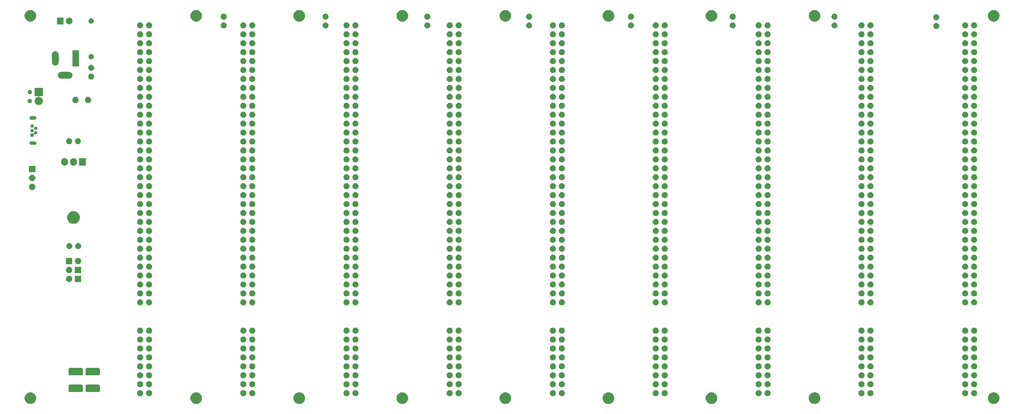
<source format=gbr>
G04 #@! TF.GenerationSoftware,KiCad,Pcbnew,(5.1.5-0-10_14)*
G04 #@! TF.CreationDate,2021-06-26T23:08:53+01:00*
G04 #@! TF.ProjectId,roscbus04,726f7363-6275-4733-9034-2e6b69636164,rev?*
G04 #@! TF.SameCoordinates,Original*
G04 #@! TF.FileFunction,Soldermask,Bot*
G04 #@! TF.FilePolarity,Negative*
%FSLAX46Y46*%
G04 Gerber Fmt 4.6, Leading zero omitted, Abs format (unit mm)*
G04 Created by KiCad (PCBNEW (5.1.5-0-10_14)) date 2021-06-26 23:08:53*
%MOMM*%
%LPD*%
G04 APERTURE LIST*
%ADD10C,0.100000*%
G04 APERTURE END LIST*
D10*
G36*
X286295256Y-148761298D02*
G01*
X286401579Y-148782447D01*
X286702042Y-148906903D01*
X286972451Y-149087585D01*
X287202415Y-149317549D01*
X287383097Y-149587958D01*
X287507553Y-149888421D01*
X287571000Y-150207391D01*
X287571000Y-150532609D01*
X287507553Y-150851579D01*
X287383097Y-151152042D01*
X287202415Y-151422451D01*
X286972451Y-151652415D01*
X286702042Y-151833097D01*
X286401579Y-151957553D01*
X286295256Y-151978702D01*
X286082611Y-152021000D01*
X285757389Y-152021000D01*
X285544744Y-151978702D01*
X285438421Y-151957553D01*
X285137958Y-151833097D01*
X284867549Y-151652415D01*
X284637585Y-151422451D01*
X284456903Y-151152042D01*
X284332447Y-150851579D01*
X284269000Y-150532609D01*
X284269000Y-150207391D01*
X284332447Y-149888421D01*
X284456903Y-149587958D01*
X284637585Y-149317549D01*
X284867549Y-149087585D01*
X285137958Y-148906903D01*
X285438421Y-148782447D01*
X285544744Y-148761298D01*
X285757389Y-148719000D01*
X286082611Y-148719000D01*
X286295256Y-148761298D01*
G37*
G36*
X235437256Y-148761298D02*
G01*
X235543579Y-148782447D01*
X235844042Y-148906903D01*
X236114451Y-149087585D01*
X236344415Y-149317549D01*
X236525097Y-149587958D01*
X236649553Y-149888421D01*
X236713000Y-150207391D01*
X236713000Y-150532609D01*
X236649553Y-150851579D01*
X236525097Y-151152042D01*
X236344415Y-151422451D01*
X236114451Y-151652415D01*
X235844042Y-151833097D01*
X235543579Y-151957553D01*
X235437256Y-151978702D01*
X235224611Y-152021000D01*
X234899389Y-152021000D01*
X234686744Y-151978702D01*
X234580421Y-151957553D01*
X234279958Y-151833097D01*
X234009549Y-151652415D01*
X233779585Y-151422451D01*
X233598903Y-151152042D01*
X233474447Y-150851579D01*
X233411000Y-150532609D01*
X233411000Y-150207391D01*
X233474447Y-149888421D01*
X233598903Y-149587958D01*
X233779585Y-149317549D01*
X234009549Y-149087585D01*
X234279958Y-148906903D01*
X234580421Y-148782447D01*
X234686744Y-148761298D01*
X234899389Y-148719000D01*
X235224611Y-148719000D01*
X235437256Y-148761298D01*
G37*
G36*
X206174756Y-148761298D02*
G01*
X206281079Y-148782447D01*
X206581542Y-148906903D01*
X206851951Y-149087585D01*
X207081915Y-149317549D01*
X207262597Y-149587958D01*
X207387053Y-149888421D01*
X207450500Y-150207391D01*
X207450500Y-150532609D01*
X207387053Y-150851579D01*
X207262597Y-151152042D01*
X207081915Y-151422451D01*
X206851951Y-151652415D01*
X206581542Y-151833097D01*
X206281079Y-151957553D01*
X206174756Y-151978702D01*
X205962111Y-152021000D01*
X205636889Y-152021000D01*
X205424244Y-151978702D01*
X205317921Y-151957553D01*
X205017458Y-151833097D01*
X204747049Y-151652415D01*
X204517085Y-151422451D01*
X204336403Y-151152042D01*
X204211947Y-150851579D01*
X204148500Y-150532609D01*
X204148500Y-150207391D01*
X204211947Y-149888421D01*
X204336403Y-149587958D01*
X204517085Y-149317549D01*
X204747049Y-149087585D01*
X205017458Y-148906903D01*
X205317921Y-148782447D01*
X205424244Y-148761298D01*
X205636889Y-148719000D01*
X205962111Y-148719000D01*
X206174756Y-148761298D01*
G37*
G36*
X176912256Y-148761298D02*
G01*
X177018579Y-148782447D01*
X177319042Y-148906903D01*
X177589451Y-149087585D01*
X177819415Y-149317549D01*
X178000097Y-149587958D01*
X178124553Y-149888421D01*
X178188000Y-150207391D01*
X178188000Y-150532609D01*
X178124553Y-150851579D01*
X178000097Y-151152042D01*
X177819415Y-151422451D01*
X177589451Y-151652415D01*
X177319042Y-151833097D01*
X177018579Y-151957553D01*
X176912256Y-151978702D01*
X176699611Y-152021000D01*
X176374389Y-152021000D01*
X176161744Y-151978702D01*
X176055421Y-151957553D01*
X175754958Y-151833097D01*
X175484549Y-151652415D01*
X175254585Y-151422451D01*
X175073903Y-151152042D01*
X174949447Y-150851579D01*
X174886000Y-150532609D01*
X174886000Y-150207391D01*
X174949447Y-149888421D01*
X175073903Y-149587958D01*
X175254585Y-149317549D01*
X175484549Y-149087585D01*
X175754958Y-148906903D01*
X176055421Y-148782447D01*
X176161744Y-148761298D01*
X176374389Y-148719000D01*
X176699611Y-148719000D01*
X176912256Y-148761298D01*
G37*
G36*
X147649756Y-148761298D02*
G01*
X147756079Y-148782447D01*
X148056542Y-148906903D01*
X148326951Y-149087585D01*
X148556915Y-149317549D01*
X148737597Y-149587958D01*
X148862053Y-149888421D01*
X148925500Y-150207391D01*
X148925500Y-150532609D01*
X148862053Y-150851579D01*
X148737597Y-151152042D01*
X148556915Y-151422451D01*
X148326951Y-151652415D01*
X148056542Y-151833097D01*
X147756079Y-151957553D01*
X147649756Y-151978702D01*
X147437111Y-152021000D01*
X147111889Y-152021000D01*
X146899244Y-151978702D01*
X146792921Y-151957553D01*
X146492458Y-151833097D01*
X146222049Y-151652415D01*
X145992085Y-151422451D01*
X145811403Y-151152042D01*
X145686947Y-150851579D01*
X145623500Y-150532609D01*
X145623500Y-150207391D01*
X145686947Y-149888421D01*
X145811403Y-149587958D01*
X145992085Y-149317549D01*
X146222049Y-149087585D01*
X146492458Y-148906903D01*
X146792921Y-148782447D01*
X146899244Y-148761298D01*
X147111889Y-148719000D01*
X147437111Y-148719000D01*
X147649756Y-148761298D01*
G37*
G36*
X118387256Y-148761298D02*
G01*
X118493579Y-148782447D01*
X118794042Y-148906903D01*
X119064451Y-149087585D01*
X119294415Y-149317549D01*
X119475097Y-149587958D01*
X119599553Y-149888421D01*
X119663000Y-150207391D01*
X119663000Y-150532609D01*
X119599553Y-150851579D01*
X119475097Y-151152042D01*
X119294415Y-151422451D01*
X119064451Y-151652415D01*
X118794042Y-151833097D01*
X118493579Y-151957553D01*
X118387256Y-151978702D01*
X118174611Y-152021000D01*
X117849389Y-152021000D01*
X117636744Y-151978702D01*
X117530421Y-151957553D01*
X117229958Y-151833097D01*
X116959549Y-151652415D01*
X116729585Y-151422451D01*
X116548903Y-151152042D01*
X116424447Y-150851579D01*
X116361000Y-150532609D01*
X116361000Y-150207391D01*
X116424447Y-149888421D01*
X116548903Y-149587958D01*
X116729585Y-149317549D01*
X116959549Y-149087585D01*
X117229958Y-148906903D01*
X117530421Y-148782447D01*
X117636744Y-148761298D01*
X117849389Y-148719000D01*
X118174611Y-148719000D01*
X118387256Y-148761298D01*
G37*
G36*
X89124756Y-148761298D02*
G01*
X89231079Y-148782447D01*
X89531542Y-148906903D01*
X89801951Y-149087585D01*
X90031915Y-149317549D01*
X90212597Y-149587958D01*
X90337053Y-149888421D01*
X90400500Y-150207391D01*
X90400500Y-150532609D01*
X90337053Y-150851579D01*
X90212597Y-151152042D01*
X90031915Y-151422451D01*
X89801951Y-151652415D01*
X89531542Y-151833097D01*
X89231079Y-151957553D01*
X89124756Y-151978702D01*
X88912111Y-152021000D01*
X88586889Y-152021000D01*
X88374244Y-151978702D01*
X88267921Y-151957553D01*
X87967458Y-151833097D01*
X87697049Y-151652415D01*
X87467085Y-151422451D01*
X87286403Y-151152042D01*
X87161947Y-150851579D01*
X87098500Y-150532609D01*
X87098500Y-150207391D01*
X87161947Y-149888421D01*
X87286403Y-149587958D01*
X87467085Y-149317549D01*
X87697049Y-149087585D01*
X87967458Y-148906903D01*
X88267921Y-148782447D01*
X88374244Y-148761298D01*
X88586889Y-148719000D01*
X88912111Y-148719000D01*
X89124756Y-148761298D01*
G37*
G36*
X59862256Y-148761298D02*
G01*
X59968579Y-148782447D01*
X60269042Y-148906903D01*
X60539451Y-149087585D01*
X60769415Y-149317549D01*
X60950097Y-149587958D01*
X61074553Y-149888421D01*
X61138000Y-150207391D01*
X61138000Y-150532609D01*
X61074553Y-150851579D01*
X60950097Y-151152042D01*
X60769415Y-151422451D01*
X60539451Y-151652415D01*
X60269042Y-151833097D01*
X59968579Y-151957553D01*
X59862256Y-151978702D01*
X59649611Y-152021000D01*
X59324389Y-152021000D01*
X59111744Y-151978702D01*
X59005421Y-151957553D01*
X58704958Y-151833097D01*
X58434549Y-151652415D01*
X58204585Y-151422451D01*
X58023903Y-151152042D01*
X57899447Y-150851579D01*
X57836000Y-150532609D01*
X57836000Y-150207391D01*
X57899447Y-149888421D01*
X58023903Y-149587958D01*
X58204585Y-149317549D01*
X58434549Y-149087585D01*
X58704958Y-148906903D01*
X59005421Y-148782447D01*
X59111744Y-148761298D01*
X59324389Y-148719000D01*
X59649611Y-148719000D01*
X59862256Y-148761298D01*
G37*
G36*
X12785256Y-148761298D02*
G01*
X12891579Y-148782447D01*
X13192042Y-148906903D01*
X13462451Y-149087585D01*
X13692415Y-149317549D01*
X13873097Y-149587958D01*
X13997553Y-149888421D01*
X14061000Y-150207391D01*
X14061000Y-150532609D01*
X13997553Y-150851579D01*
X13873097Y-151152042D01*
X13692415Y-151422451D01*
X13462451Y-151652415D01*
X13192042Y-151833097D01*
X12891579Y-151957553D01*
X12785256Y-151978702D01*
X12572611Y-152021000D01*
X12247389Y-152021000D01*
X12034744Y-151978702D01*
X11928421Y-151957553D01*
X11627958Y-151833097D01*
X11357549Y-151652415D01*
X11127585Y-151422451D01*
X10946903Y-151152042D01*
X10822447Y-150851579D01*
X10759000Y-150532609D01*
X10759000Y-150207391D01*
X10822447Y-149888421D01*
X10946903Y-149587958D01*
X11127585Y-149317549D01*
X11357549Y-149087585D01*
X11627958Y-148906903D01*
X11928421Y-148782447D01*
X12034744Y-148761298D01*
X12247389Y-148719000D01*
X12572611Y-148719000D01*
X12785256Y-148761298D01*
G37*
G36*
X161018903Y-148101587D02*
G01*
X161176068Y-148166687D01*
X161317513Y-148261198D01*
X161437802Y-148381487D01*
X161532313Y-148522932D01*
X161597413Y-148680097D01*
X161630600Y-148846943D01*
X161630600Y-149017057D01*
X161597413Y-149183903D01*
X161532313Y-149341068D01*
X161437802Y-149482513D01*
X161317513Y-149602802D01*
X161176068Y-149697313D01*
X161018903Y-149762413D01*
X160852057Y-149795600D01*
X160681943Y-149795600D01*
X160515097Y-149762413D01*
X160357932Y-149697313D01*
X160216487Y-149602802D01*
X160096198Y-149482513D01*
X160001687Y-149341068D01*
X159936587Y-149183903D01*
X159903400Y-149017057D01*
X159903400Y-148846943D01*
X159936587Y-148680097D01*
X160001687Y-148522932D01*
X160096198Y-148381487D01*
X160216487Y-148261198D01*
X160357932Y-148166687D01*
X160515097Y-148101587D01*
X160681943Y-148068400D01*
X160852057Y-148068400D01*
X161018903Y-148101587D01*
G37*
G36*
X134258903Y-148101587D02*
G01*
X134416068Y-148166687D01*
X134557513Y-148261198D01*
X134677802Y-148381487D01*
X134772313Y-148522932D01*
X134837413Y-148680097D01*
X134870600Y-148846943D01*
X134870600Y-149017057D01*
X134837413Y-149183903D01*
X134772313Y-149341068D01*
X134677802Y-149482513D01*
X134557513Y-149602802D01*
X134416068Y-149697313D01*
X134258903Y-149762413D01*
X134092057Y-149795600D01*
X133921943Y-149795600D01*
X133755097Y-149762413D01*
X133597932Y-149697313D01*
X133456487Y-149602802D01*
X133336198Y-149482513D01*
X133241687Y-149341068D01*
X133176587Y-149183903D01*
X133143400Y-149017057D01*
X133143400Y-148846943D01*
X133176587Y-148680097D01*
X133241687Y-148522932D01*
X133336198Y-148381487D01*
X133456487Y-148261198D01*
X133597932Y-148166687D01*
X133755097Y-148101587D01*
X133921943Y-148068400D01*
X134092057Y-148068400D01*
X134258903Y-148101587D01*
G37*
G36*
X131718903Y-148101587D02*
G01*
X131876068Y-148166687D01*
X132017513Y-148261198D01*
X132137802Y-148381487D01*
X132232313Y-148522932D01*
X132297413Y-148680097D01*
X132330600Y-148846943D01*
X132330600Y-149017057D01*
X132297413Y-149183903D01*
X132232313Y-149341068D01*
X132137802Y-149482513D01*
X132017513Y-149602802D01*
X131876068Y-149697313D01*
X131718903Y-149762413D01*
X131552057Y-149795600D01*
X131381943Y-149795600D01*
X131215097Y-149762413D01*
X131057932Y-149697313D01*
X130916487Y-149602802D01*
X130796198Y-149482513D01*
X130701687Y-149341068D01*
X130636587Y-149183903D01*
X130603400Y-149017057D01*
X130603400Y-148846943D01*
X130636587Y-148680097D01*
X130701687Y-148522932D01*
X130796198Y-148381487D01*
X130916487Y-148261198D01*
X131057932Y-148166687D01*
X131215097Y-148101587D01*
X131381943Y-148068400D01*
X131552057Y-148068400D01*
X131718903Y-148101587D01*
G37*
G36*
X104958903Y-148101587D02*
G01*
X105116068Y-148166687D01*
X105257513Y-148261198D01*
X105377802Y-148381487D01*
X105472313Y-148522932D01*
X105537413Y-148680097D01*
X105570600Y-148846943D01*
X105570600Y-149017057D01*
X105537413Y-149183903D01*
X105472313Y-149341068D01*
X105377802Y-149482513D01*
X105257513Y-149602802D01*
X105116068Y-149697313D01*
X104958903Y-149762413D01*
X104792057Y-149795600D01*
X104621943Y-149795600D01*
X104455097Y-149762413D01*
X104297932Y-149697313D01*
X104156487Y-149602802D01*
X104036198Y-149482513D01*
X103941687Y-149341068D01*
X103876587Y-149183903D01*
X103843400Y-149017057D01*
X103843400Y-148846943D01*
X103876587Y-148680097D01*
X103941687Y-148522932D01*
X104036198Y-148381487D01*
X104156487Y-148261198D01*
X104297932Y-148166687D01*
X104455097Y-148101587D01*
X104621943Y-148068400D01*
X104792057Y-148068400D01*
X104958903Y-148101587D01*
G37*
G36*
X102418903Y-148101587D02*
G01*
X102576068Y-148166687D01*
X102717513Y-148261198D01*
X102837802Y-148381487D01*
X102932313Y-148522932D01*
X102997413Y-148680097D01*
X103030600Y-148846943D01*
X103030600Y-149017057D01*
X102997413Y-149183903D01*
X102932313Y-149341068D01*
X102837802Y-149482513D01*
X102717513Y-149602802D01*
X102576068Y-149697313D01*
X102418903Y-149762413D01*
X102252057Y-149795600D01*
X102081943Y-149795600D01*
X101915097Y-149762413D01*
X101757932Y-149697313D01*
X101616487Y-149602802D01*
X101496198Y-149482513D01*
X101401687Y-149341068D01*
X101336587Y-149183903D01*
X101303400Y-149017057D01*
X101303400Y-148846943D01*
X101336587Y-148680097D01*
X101401687Y-148522932D01*
X101496198Y-148381487D01*
X101616487Y-148261198D01*
X101757932Y-148166687D01*
X101915097Y-148101587D01*
X102081943Y-148068400D01*
X102252057Y-148068400D01*
X102418903Y-148101587D01*
G37*
G36*
X75658903Y-148101587D02*
G01*
X75816068Y-148166687D01*
X75957513Y-148261198D01*
X76077802Y-148381487D01*
X76172313Y-148522932D01*
X76237413Y-148680097D01*
X76270600Y-148846943D01*
X76270600Y-149017057D01*
X76237413Y-149183903D01*
X76172313Y-149341068D01*
X76077802Y-149482513D01*
X75957513Y-149602802D01*
X75816068Y-149697313D01*
X75658903Y-149762413D01*
X75492057Y-149795600D01*
X75321943Y-149795600D01*
X75155097Y-149762413D01*
X74997932Y-149697313D01*
X74856487Y-149602802D01*
X74736198Y-149482513D01*
X74641687Y-149341068D01*
X74576587Y-149183903D01*
X74543400Y-149017057D01*
X74543400Y-148846943D01*
X74576587Y-148680097D01*
X74641687Y-148522932D01*
X74736198Y-148381487D01*
X74856487Y-148261198D01*
X74997932Y-148166687D01*
X75155097Y-148101587D01*
X75321943Y-148068400D01*
X75492057Y-148068400D01*
X75658903Y-148101587D01*
G37*
G36*
X73118903Y-148101587D02*
G01*
X73276068Y-148166687D01*
X73417513Y-148261198D01*
X73537802Y-148381487D01*
X73632313Y-148522932D01*
X73697413Y-148680097D01*
X73730600Y-148846943D01*
X73730600Y-149017057D01*
X73697413Y-149183903D01*
X73632313Y-149341068D01*
X73537802Y-149482513D01*
X73417513Y-149602802D01*
X73276068Y-149697313D01*
X73118903Y-149762413D01*
X72952057Y-149795600D01*
X72781943Y-149795600D01*
X72615097Y-149762413D01*
X72457932Y-149697313D01*
X72316487Y-149602802D01*
X72196198Y-149482513D01*
X72101687Y-149341068D01*
X72036587Y-149183903D01*
X72003400Y-149017057D01*
X72003400Y-148846943D01*
X72036587Y-148680097D01*
X72101687Y-148522932D01*
X72196198Y-148381487D01*
X72316487Y-148261198D01*
X72457932Y-148166687D01*
X72615097Y-148101587D01*
X72781943Y-148068400D01*
X72952057Y-148068400D01*
X73118903Y-148101587D01*
G37*
G36*
X46358903Y-148101587D02*
G01*
X46516068Y-148166687D01*
X46657513Y-148261198D01*
X46777802Y-148381487D01*
X46872313Y-148522932D01*
X46937413Y-148680097D01*
X46970600Y-148846943D01*
X46970600Y-149017057D01*
X46937413Y-149183903D01*
X46872313Y-149341068D01*
X46777802Y-149482513D01*
X46657513Y-149602802D01*
X46516068Y-149697313D01*
X46358903Y-149762413D01*
X46192057Y-149795600D01*
X46021943Y-149795600D01*
X45855097Y-149762413D01*
X45697932Y-149697313D01*
X45556487Y-149602802D01*
X45436198Y-149482513D01*
X45341687Y-149341068D01*
X45276587Y-149183903D01*
X45243400Y-149017057D01*
X45243400Y-148846943D01*
X45276587Y-148680097D01*
X45341687Y-148522932D01*
X45436198Y-148381487D01*
X45556487Y-148261198D01*
X45697932Y-148166687D01*
X45855097Y-148101587D01*
X46021943Y-148068400D01*
X46192057Y-148068400D01*
X46358903Y-148101587D01*
G37*
G36*
X43818903Y-148101587D02*
G01*
X43976068Y-148166687D01*
X44117513Y-148261198D01*
X44237802Y-148381487D01*
X44332313Y-148522932D01*
X44397413Y-148680097D01*
X44430600Y-148846943D01*
X44430600Y-149017057D01*
X44397413Y-149183903D01*
X44332313Y-149341068D01*
X44237802Y-149482513D01*
X44117513Y-149602802D01*
X43976068Y-149697313D01*
X43818903Y-149762413D01*
X43652057Y-149795600D01*
X43481943Y-149795600D01*
X43315097Y-149762413D01*
X43157932Y-149697313D01*
X43016487Y-149602802D01*
X42896198Y-149482513D01*
X42801687Y-149341068D01*
X42736587Y-149183903D01*
X42703400Y-149017057D01*
X42703400Y-148846943D01*
X42736587Y-148680097D01*
X42801687Y-148522932D01*
X42896198Y-148381487D01*
X43016487Y-148261198D01*
X43157932Y-148166687D01*
X43315097Y-148101587D01*
X43481943Y-148068400D01*
X43652057Y-148068400D01*
X43818903Y-148101587D01*
G37*
G36*
X163558903Y-148101587D02*
G01*
X163716068Y-148166687D01*
X163857513Y-148261198D01*
X163977802Y-148381487D01*
X164072313Y-148522932D01*
X164137413Y-148680097D01*
X164170600Y-148846943D01*
X164170600Y-149017057D01*
X164137413Y-149183903D01*
X164072313Y-149341068D01*
X163977802Y-149482513D01*
X163857513Y-149602802D01*
X163716068Y-149697313D01*
X163558903Y-149762413D01*
X163392057Y-149795600D01*
X163221943Y-149795600D01*
X163055097Y-149762413D01*
X162897932Y-149697313D01*
X162756487Y-149602802D01*
X162636198Y-149482513D01*
X162541687Y-149341068D01*
X162476587Y-149183903D01*
X162443400Y-149017057D01*
X162443400Y-148846943D01*
X162476587Y-148680097D01*
X162541687Y-148522932D01*
X162636198Y-148381487D01*
X162756487Y-148261198D01*
X162897932Y-148166687D01*
X163055097Y-148101587D01*
X163221943Y-148068400D01*
X163392057Y-148068400D01*
X163558903Y-148101587D01*
G37*
G36*
X192768903Y-148101587D02*
G01*
X192926068Y-148166687D01*
X193067513Y-148261198D01*
X193187802Y-148381487D01*
X193282313Y-148522932D01*
X193347413Y-148680097D01*
X193380600Y-148846943D01*
X193380600Y-149017057D01*
X193347413Y-149183903D01*
X193282313Y-149341068D01*
X193187802Y-149482513D01*
X193067513Y-149602802D01*
X192926068Y-149697313D01*
X192768903Y-149762413D01*
X192602057Y-149795600D01*
X192431943Y-149795600D01*
X192265097Y-149762413D01*
X192107932Y-149697313D01*
X191966487Y-149602802D01*
X191846198Y-149482513D01*
X191751687Y-149341068D01*
X191686587Y-149183903D01*
X191653400Y-149017057D01*
X191653400Y-148846943D01*
X191686587Y-148680097D01*
X191751687Y-148522932D01*
X191846198Y-148381487D01*
X191966487Y-148261198D01*
X192107932Y-148166687D01*
X192265097Y-148101587D01*
X192431943Y-148068400D01*
X192602057Y-148068400D01*
X192768903Y-148101587D01*
G37*
G36*
X190228903Y-148101587D02*
G01*
X190386068Y-148166687D01*
X190527513Y-148261198D01*
X190647802Y-148381487D01*
X190742313Y-148522932D01*
X190807413Y-148680097D01*
X190840600Y-148846943D01*
X190840600Y-149017057D01*
X190807413Y-149183903D01*
X190742313Y-149341068D01*
X190647802Y-149482513D01*
X190527513Y-149602802D01*
X190386068Y-149697313D01*
X190228903Y-149762413D01*
X190062057Y-149795600D01*
X189891943Y-149795600D01*
X189725097Y-149762413D01*
X189567932Y-149697313D01*
X189426487Y-149602802D01*
X189306198Y-149482513D01*
X189211687Y-149341068D01*
X189146587Y-149183903D01*
X189113400Y-149017057D01*
X189113400Y-148846943D01*
X189146587Y-148680097D01*
X189211687Y-148522932D01*
X189306198Y-148381487D01*
X189426487Y-148261198D01*
X189567932Y-148166687D01*
X189725097Y-148101587D01*
X189891943Y-148068400D01*
X190062057Y-148068400D01*
X190228903Y-148101587D01*
G37*
G36*
X221978903Y-148101587D02*
G01*
X222136068Y-148166687D01*
X222277513Y-148261198D01*
X222397802Y-148381487D01*
X222492313Y-148522932D01*
X222557413Y-148680097D01*
X222590600Y-148846943D01*
X222590600Y-149017057D01*
X222557413Y-149183903D01*
X222492313Y-149341068D01*
X222397802Y-149482513D01*
X222277513Y-149602802D01*
X222136068Y-149697313D01*
X221978903Y-149762413D01*
X221812057Y-149795600D01*
X221641943Y-149795600D01*
X221475097Y-149762413D01*
X221317932Y-149697313D01*
X221176487Y-149602802D01*
X221056198Y-149482513D01*
X220961687Y-149341068D01*
X220896587Y-149183903D01*
X220863400Y-149017057D01*
X220863400Y-148846943D01*
X220896587Y-148680097D01*
X220961687Y-148522932D01*
X221056198Y-148381487D01*
X221176487Y-148261198D01*
X221317932Y-148166687D01*
X221475097Y-148101587D01*
X221641943Y-148068400D01*
X221812057Y-148068400D01*
X221978903Y-148101587D01*
G37*
G36*
X219438903Y-148101587D02*
G01*
X219596068Y-148166687D01*
X219737513Y-148261198D01*
X219857802Y-148381487D01*
X219952313Y-148522932D01*
X220017413Y-148680097D01*
X220050600Y-148846943D01*
X220050600Y-149017057D01*
X220017413Y-149183903D01*
X219952313Y-149341068D01*
X219857802Y-149482513D01*
X219737513Y-149602802D01*
X219596068Y-149697313D01*
X219438903Y-149762413D01*
X219272057Y-149795600D01*
X219101943Y-149795600D01*
X218935097Y-149762413D01*
X218777932Y-149697313D01*
X218636487Y-149602802D01*
X218516198Y-149482513D01*
X218421687Y-149341068D01*
X218356587Y-149183903D01*
X218323400Y-149017057D01*
X218323400Y-148846943D01*
X218356587Y-148680097D01*
X218421687Y-148522932D01*
X218516198Y-148381487D01*
X218636487Y-148261198D01*
X218777932Y-148166687D01*
X218935097Y-148101587D01*
X219101943Y-148068400D01*
X219272057Y-148068400D01*
X219438903Y-148101587D01*
G37*
G36*
X251188903Y-148101587D02*
G01*
X251346068Y-148166687D01*
X251487513Y-148261198D01*
X251607802Y-148381487D01*
X251702313Y-148522932D01*
X251767413Y-148680097D01*
X251800600Y-148846943D01*
X251800600Y-149017057D01*
X251767413Y-149183903D01*
X251702313Y-149341068D01*
X251607802Y-149482513D01*
X251487513Y-149602802D01*
X251346068Y-149697313D01*
X251188903Y-149762413D01*
X251022057Y-149795600D01*
X250851943Y-149795600D01*
X250685097Y-149762413D01*
X250527932Y-149697313D01*
X250386487Y-149602802D01*
X250266198Y-149482513D01*
X250171687Y-149341068D01*
X250106587Y-149183903D01*
X250073400Y-149017057D01*
X250073400Y-148846943D01*
X250106587Y-148680097D01*
X250171687Y-148522932D01*
X250266198Y-148381487D01*
X250386487Y-148261198D01*
X250527932Y-148166687D01*
X250685097Y-148101587D01*
X250851943Y-148068400D01*
X251022057Y-148068400D01*
X251188903Y-148101587D01*
G37*
G36*
X248648903Y-148101587D02*
G01*
X248806068Y-148166687D01*
X248947513Y-148261198D01*
X249067802Y-148381487D01*
X249162313Y-148522932D01*
X249227413Y-148680097D01*
X249260600Y-148846943D01*
X249260600Y-149017057D01*
X249227413Y-149183903D01*
X249162313Y-149341068D01*
X249067802Y-149482513D01*
X248947513Y-149602802D01*
X248806068Y-149697313D01*
X248648903Y-149762413D01*
X248482057Y-149795600D01*
X248311943Y-149795600D01*
X248145097Y-149762413D01*
X247987932Y-149697313D01*
X247846487Y-149602802D01*
X247726198Y-149482513D01*
X247631687Y-149341068D01*
X247566587Y-149183903D01*
X247533400Y-149017057D01*
X247533400Y-148846943D01*
X247566587Y-148680097D01*
X247631687Y-148522932D01*
X247726198Y-148381487D01*
X247846487Y-148261198D01*
X247987932Y-148166687D01*
X248145097Y-148101587D01*
X248311943Y-148068400D01*
X248482057Y-148068400D01*
X248648903Y-148101587D01*
G37*
G36*
X280614903Y-148101587D02*
G01*
X280772068Y-148166687D01*
X280913513Y-148261198D01*
X281033802Y-148381487D01*
X281128313Y-148522932D01*
X281193413Y-148680097D01*
X281226600Y-148846943D01*
X281226600Y-149017057D01*
X281193413Y-149183903D01*
X281128313Y-149341068D01*
X281033802Y-149482513D01*
X280913513Y-149602802D01*
X280772068Y-149697313D01*
X280614903Y-149762413D01*
X280448057Y-149795600D01*
X280277943Y-149795600D01*
X280111097Y-149762413D01*
X279953932Y-149697313D01*
X279812487Y-149602802D01*
X279692198Y-149482513D01*
X279597687Y-149341068D01*
X279532587Y-149183903D01*
X279499400Y-149017057D01*
X279499400Y-148846943D01*
X279532587Y-148680097D01*
X279597687Y-148522932D01*
X279692198Y-148381487D01*
X279812487Y-148261198D01*
X279953932Y-148166687D01*
X280111097Y-148101587D01*
X280277943Y-148068400D01*
X280448057Y-148068400D01*
X280614903Y-148101587D01*
G37*
G36*
X278074903Y-148101587D02*
G01*
X278232068Y-148166687D01*
X278373513Y-148261198D01*
X278493802Y-148381487D01*
X278588313Y-148522932D01*
X278653413Y-148680097D01*
X278686600Y-148846943D01*
X278686600Y-149017057D01*
X278653413Y-149183903D01*
X278588313Y-149341068D01*
X278493802Y-149482513D01*
X278373513Y-149602802D01*
X278232068Y-149697313D01*
X278074903Y-149762413D01*
X277908057Y-149795600D01*
X277737943Y-149795600D01*
X277571097Y-149762413D01*
X277413932Y-149697313D01*
X277272487Y-149602802D01*
X277152198Y-149482513D01*
X277057687Y-149341068D01*
X276992587Y-149183903D01*
X276959400Y-149017057D01*
X276959400Y-148846943D01*
X276992587Y-148680097D01*
X277057687Y-148522932D01*
X277152198Y-148381487D01*
X277272487Y-148261198D01*
X277413932Y-148166687D01*
X277571097Y-148101587D01*
X277737943Y-148068400D01*
X277908057Y-148068400D01*
X278074903Y-148101587D01*
G37*
G36*
X31773210Y-146518489D02*
G01*
X31859950Y-146544802D01*
X31939889Y-146587530D01*
X32009962Y-146645038D01*
X32067470Y-146715111D01*
X32110198Y-146795050D01*
X32136511Y-146881790D01*
X32146000Y-146978140D01*
X32146000Y-148141860D01*
X32136511Y-148238210D01*
X32110198Y-148324950D01*
X32067470Y-148404889D01*
X32009962Y-148474962D01*
X31939889Y-148532470D01*
X31859950Y-148575198D01*
X31773210Y-148601511D01*
X31676860Y-148611000D01*
X28513140Y-148611000D01*
X28416790Y-148601511D01*
X28330050Y-148575198D01*
X28250111Y-148532470D01*
X28180038Y-148474962D01*
X28122530Y-148404889D01*
X28079802Y-148324950D01*
X28053489Y-148238210D01*
X28044000Y-148141860D01*
X28044000Y-146978140D01*
X28053489Y-146881790D01*
X28079802Y-146795050D01*
X28122530Y-146715111D01*
X28180038Y-146645038D01*
X28250111Y-146587530D01*
X28330050Y-146544802D01*
X28416790Y-146518489D01*
X28513140Y-146509000D01*
X31676860Y-146509000D01*
X31773210Y-146518489D01*
G37*
G36*
X26973210Y-146518489D02*
G01*
X27059950Y-146544802D01*
X27139889Y-146587530D01*
X27209962Y-146645038D01*
X27267470Y-146715111D01*
X27310198Y-146795050D01*
X27336511Y-146881790D01*
X27346000Y-146978140D01*
X27346000Y-148141860D01*
X27336511Y-148238210D01*
X27310198Y-148324950D01*
X27267470Y-148404889D01*
X27209962Y-148474962D01*
X27139889Y-148532470D01*
X27059950Y-148575198D01*
X26973210Y-148601511D01*
X26876860Y-148611000D01*
X23713140Y-148611000D01*
X23616790Y-148601511D01*
X23530050Y-148575198D01*
X23450111Y-148532470D01*
X23380038Y-148474962D01*
X23322530Y-148404889D01*
X23279802Y-148324950D01*
X23253489Y-148238210D01*
X23244000Y-148141860D01*
X23244000Y-146978140D01*
X23253489Y-146881790D01*
X23279802Y-146795050D01*
X23322530Y-146715111D01*
X23380038Y-146645038D01*
X23450111Y-146587530D01*
X23530050Y-146544802D01*
X23616790Y-146518489D01*
X23713140Y-146509000D01*
X26876860Y-146509000D01*
X26973210Y-146518489D01*
G37*
G36*
X46358903Y-145561587D02*
G01*
X46516068Y-145626687D01*
X46657513Y-145721198D01*
X46777802Y-145841487D01*
X46872313Y-145982932D01*
X46937413Y-146140097D01*
X46970600Y-146306943D01*
X46970600Y-146477057D01*
X46937413Y-146643903D01*
X46872313Y-146801068D01*
X46777802Y-146942513D01*
X46657513Y-147062802D01*
X46516068Y-147157313D01*
X46358903Y-147222413D01*
X46192057Y-147255600D01*
X46021943Y-147255600D01*
X45855097Y-147222413D01*
X45697932Y-147157313D01*
X45556487Y-147062802D01*
X45436198Y-146942513D01*
X45341687Y-146801068D01*
X45276587Y-146643903D01*
X45243400Y-146477057D01*
X45243400Y-146306943D01*
X45276587Y-146140097D01*
X45341687Y-145982932D01*
X45436198Y-145841487D01*
X45556487Y-145721198D01*
X45697932Y-145626687D01*
X45855097Y-145561587D01*
X46021943Y-145528400D01*
X46192057Y-145528400D01*
X46358903Y-145561587D01*
G37*
G36*
X102418903Y-145561587D02*
G01*
X102576068Y-145626687D01*
X102717513Y-145721198D01*
X102837802Y-145841487D01*
X102932313Y-145982932D01*
X102997413Y-146140097D01*
X103030600Y-146306943D01*
X103030600Y-146477057D01*
X102997413Y-146643903D01*
X102932313Y-146801068D01*
X102837802Y-146942513D01*
X102717513Y-147062802D01*
X102576068Y-147157313D01*
X102418903Y-147222413D01*
X102252057Y-147255600D01*
X102081943Y-147255600D01*
X101915097Y-147222413D01*
X101757932Y-147157313D01*
X101616487Y-147062802D01*
X101496198Y-146942513D01*
X101401687Y-146801068D01*
X101336587Y-146643903D01*
X101303400Y-146477057D01*
X101303400Y-146306943D01*
X101336587Y-146140097D01*
X101401687Y-145982932D01*
X101496198Y-145841487D01*
X101616487Y-145721198D01*
X101757932Y-145626687D01*
X101915097Y-145561587D01*
X102081943Y-145528400D01*
X102252057Y-145528400D01*
X102418903Y-145561587D01*
G37*
G36*
X104958903Y-145561587D02*
G01*
X105116068Y-145626687D01*
X105257513Y-145721198D01*
X105377802Y-145841487D01*
X105472313Y-145982932D01*
X105537413Y-146140097D01*
X105570600Y-146306943D01*
X105570600Y-146477057D01*
X105537413Y-146643903D01*
X105472313Y-146801068D01*
X105377802Y-146942513D01*
X105257513Y-147062802D01*
X105116068Y-147157313D01*
X104958903Y-147222413D01*
X104792057Y-147255600D01*
X104621943Y-147255600D01*
X104455097Y-147222413D01*
X104297932Y-147157313D01*
X104156487Y-147062802D01*
X104036198Y-146942513D01*
X103941687Y-146801068D01*
X103876587Y-146643903D01*
X103843400Y-146477057D01*
X103843400Y-146306943D01*
X103876587Y-146140097D01*
X103941687Y-145982932D01*
X104036198Y-145841487D01*
X104156487Y-145721198D01*
X104297932Y-145626687D01*
X104455097Y-145561587D01*
X104621943Y-145528400D01*
X104792057Y-145528400D01*
X104958903Y-145561587D01*
G37*
G36*
X73118903Y-145561587D02*
G01*
X73276068Y-145626687D01*
X73417513Y-145721198D01*
X73537802Y-145841487D01*
X73632313Y-145982932D01*
X73697413Y-146140097D01*
X73730600Y-146306943D01*
X73730600Y-146477057D01*
X73697413Y-146643903D01*
X73632313Y-146801068D01*
X73537802Y-146942513D01*
X73417513Y-147062802D01*
X73276068Y-147157313D01*
X73118903Y-147222413D01*
X72952057Y-147255600D01*
X72781943Y-147255600D01*
X72615097Y-147222413D01*
X72457932Y-147157313D01*
X72316487Y-147062802D01*
X72196198Y-146942513D01*
X72101687Y-146801068D01*
X72036587Y-146643903D01*
X72003400Y-146477057D01*
X72003400Y-146306943D01*
X72036587Y-146140097D01*
X72101687Y-145982932D01*
X72196198Y-145841487D01*
X72316487Y-145721198D01*
X72457932Y-145626687D01*
X72615097Y-145561587D01*
X72781943Y-145528400D01*
X72952057Y-145528400D01*
X73118903Y-145561587D01*
G37*
G36*
X75658903Y-145561587D02*
G01*
X75816068Y-145626687D01*
X75957513Y-145721198D01*
X76077802Y-145841487D01*
X76172313Y-145982932D01*
X76237413Y-146140097D01*
X76270600Y-146306943D01*
X76270600Y-146477057D01*
X76237413Y-146643903D01*
X76172313Y-146801068D01*
X76077802Y-146942513D01*
X75957513Y-147062802D01*
X75816068Y-147157313D01*
X75658903Y-147222413D01*
X75492057Y-147255600D01*
X75321943Y-147255600D01*
X75155097Y-147222413D01*
X74997932Y-147157313D01*
X74856487Y-147062802D01*
X74736198Y-146942513D01*
X74641687Y-146801068D01*
X74576587Y-146643903D01*
X74543400Y-146477057D01*
X74543400Y-146306943D01*
X74576587Y-146140097D01*
X74641687Y-145982932D01*
X74736198Y-145841487D01*
X74856487Y-145721198D01*
X74997932Y-145626687D01*
X75155097Y-145561587D01*
X75321943Y-145528400D01*
X75492057Y-145528400D01*
X75658903Y-145561587D01*
G37*
G36*
X131718903Y-145561587D02*
G01*
X131876068Y-145626687D01*
X132017513Y-145721198D01*
X132137802Y-145841487D01*
X132232313Y-145982932D01*
X132297413Y-146140097D01*
X132330600Y-146306943D01*
X132330600Y-146477057D01*
X132297413Y-146643903D01*
X132232313Y-146801068D01*
X132137802Y-146942513D01*
X132017513Y-147062802D01*
X131876068Y-147157313D01*
X131718903Y-147222413D01*
X131552057Y-147255600D01*
X131381943Y-147255600D01*
X131215097Y-147222413D01*
X131057932Y-147157313D01*
X130916487Y-147062802D01*
X130796198Y-146942513D01*
X130701687Y-146801068D01*
X130636587Y-146643903D01*
X130603400Y-146477057D01*
X130603400Y-146306943D01*
X130636587Y-146140097D01*
X130701687Y-145982932D01*
X130796198Y-145841487D01*
X130916487Y-145721198D01*
X131057932Y-145626687D01*
X131215097Y-145561587D01*
X131381943Y-145528400D01*
X131552057Y-145528400D01*
X131718903Y-145561587D01*
G37*
G36*
X134258903Y-145561587D02*
G01*
X134416068Y-145626687D01*
X134557513Y-145721198D01*
X134677802Y-145841487D01*
X134772313Y-145982932D01*
X134837413Y-146140097D01*
X134870600Y-146306943D01*
X134870600Y-146477057D01*
X134837413Y-146643903D01*
X134772313Y-146801068D01*
X134677802Y-146942513D01*
X134557513Y-147062802D01*
X134416068Y-147157313D01*
X134258903Y-147222413D01*
X134092057Y-147255600D01*
X133921943Y-147255600D01*
X133755097Y-147222413D01*
X133597932Y-147157313D01*
X133456487Y-147062802D01*
X133336198Y-146942513D01*
X133241687Y-146801068D01*
X133176587Y-146643903D01*
X133143400Y-146477057D01*
X133143400Y-146306943D01*
X133176587Y-146140097D01*
X133241687Y-145982932D01*
X133336198Y-145841487D01*
X133456487Y-145721198D01*
X133597932Y-145626687D01*
X133755097Y-145561587D01*
X133921943Y-145528400D01*
X134092057Y-145528400D01*
X134258903Y-145561587D01*
G37*
G36*
X278074903Y-145561587D02*
G01*
X278232068Y-145626687D01*
X278373513Y-145721198D01*
X278493802Y-145841487D01*
X278588313Y-145982932D01*
X278653413Y-146140097D01*
X278686600Y-146306943D01*
X278686600Y-146477057D01*
X278653413Y-146643903D01*
X278588313Y-146801068D01*
X278493802Y-146942513D01*
X278373513Y-147062802D01*
X278232068Y-147157313D01*
X278074903Y-147222413D01*
X277908057Y-147255600D01*
X277737943Y-147255600D01*
X277571097Y-147222413D01*
X277413932Y-147157313D01*
X277272487Y-147062802D01*
X277152198Y-146942513D01*
X277057687Y-146801068D01*
X276992587Y-146643903D01*
X276959400Y-146477057D01*
X276959400Y-146306943D01*
X276992587Y-146140097D01*
X277057687Y-145982932D01*
X277152198Y-145841487D01*
X277272487Y-145721198D01*
X277413932Y-145626687D01*
X277571097Y-145561587D01*
X277737943Y-145528400D01*
X277908057Y-145528400D01*
X278074903Y-145561587D01*
G37*
G36*
X280614903Y-145561587D02*
G01*
X280772068Y-145626687D01*
X280913513Y-145721198D01*
X281033802Y-145841487D01*
X281128313Y-145982932D01*
X281193413Y-146140097D01*
X281226600Y-146306943D01*
X281226600Y-146477057D01*
X281193413Y-146643903D01*
X281128313Y-146801068D01*
X281033802Y-146942513D01*
X280913513Y-147062802D01*
X280772068Y-147157313D01*
X280614903Y-147222413D01*
X280448057Y-147255600D01*
X280277943Y-147255600D01*
X280111097Y-147222413D01*
X279953932Y-147157313D01*
X279812487Y-147062802D01*
X279692198Y-146942513D01*
X279597687Y-146801068D01*
X279532587Y-146643903D01*
X279499400Y-146477057D01*
X279499400Y-146306943D01*
X279532587Y-146140097D01*
X279597687Y-145982932D01*
X279692198Y-145841487D01*
X279812487Y-145721198D01*
X279953932Y-145626687D01*
X280111097Y-145561587D01*
X280277943Y-145528400D01*
X280448057Y-145528400D01*
X280614903Y-145561587D01*
G37*
G36*
X43818903Y-145561587D02*
G01*
X43976068Y-145626687D01*
X44117513Y-145721198D01*
X44237802Y-145841487D01*
X44332313Y-145982932D01*
X44397413Y-146140097D01*
X44430600Y-146306943D01*
X44430600Y-146477057D01*
X44397413Y-146643903D01*
X44332313Y-146801068D01*
X44237802Y-146942513D01*
X44117513Y-147062802D01*
X43976068Y-147157313D01*
X43818903Y-147222413D01*
X43652057Y-147255600D01*
X43481943Y-147255600D01*
X43315097Y-147222413D01*
X43157932Y-147157313D01*
X43016487Y-147062802D01*
X42896198Y-146942513D01*
X42801687Y-146801068D01*
X42736587Y-146643903D01*
X42703400Y-146477057D01*
X42703400Y-146306943D01*
X42736587Y-146140097D01*
X42801687Y-145982932D01*
X42896198Y-145841487D01*
X43016487Y-145721198D01*
X43157932Y-145626687D01*
X43315097Y-145561587D01*
X43481943Y-145528400D01*
X43652057Y-145528400D01*
X43818903Y-145561587D01*
G37*
G36*
X161018903Y-145561587D02*
G01*
X161176068Y-145626687D01*
X161317513Y-145721198D01*
X161437802Y-145841487D01*
X161532313Y-145982932D01*
X161597413Y-146140097D01*
X161630600Y-146306943D01*
X161630600Y-146477057D01*
X161597413Y-146643903D01*
X161532313Y-146801068D01*
X161437802Y-146942513D01*
X161317513Y-147062802D01*
X161176068Y-147157313D01*
X161018903Y-147222413D01*
X160852057Y-147255600D01*
X160681943Y-147255600D01*
X160515097Y-147222413D01*
X160357932Y-147157313D01*
X160216487Y-147062802D01*
X160096198Y-146942513D01*
X160001687Y-146801068D01*
X159936587Y-146643903D01*
X159903400Y-146477057D01*
X159903400Y-146306943D01*
X159936587Y-146140097D01*
X160001687Y-145982932D01*
X160096198Y-145841487D01*
X160216487Y-145721198D01*
X160357932Y-145626687D01*
X160515097Y-145561587D01*
X160681943Y-145528400D01*
X160852057Y-145528400D01*
X161018903Y-145561587D01*
G37*
G36*
X163558903Y-145561587D02*
G01*
X163716068Y-145626687D01*
X163857513Y-145721198D01*
X163977802Y-145841487D01*
X164072313Y-145982932D01*
X164137413Y-146140097D01*
X164170600Y-146306943D01*
X164170600Y-146477057D01*
X164137413Y-146643903D01*
X164072313Y-146801068D01*
X163977802Y-146942513D01*
X163857513Y-147062802D01*
X163716068Y-147157313D01*
X163558903Y-147222413D01*
X163392057Y-147255600D01*
X163221943Y-147255600D01*
X163055097Y-147222413D01*
X162897932Y-147157313D01*
X162756487Y-147062802D01*
X162636198Y-146942513D01*
X162541687Y-146801068D01*
X162476587Y-146643903D01*
X162443400Y-146477057D01*
X162443400Y-146306943D01*
X162476587Y-146140097D01*
X162541687Y-145982932D01*
X162636198Y-145841487D01*
X162756487Y-145721198D01*
X162897932Y-145626687D01*
X163055097Y-145561587D01*
X163221943Y-145528400D01*
X163392057Y-145528400D01*
X163558903Y-145561587D01*
G37*
G36*
X190228903Y-145561587D02*
G01*
X190386068Y-145626687D01*
X190527513Y-145721198D01*
X190647802Y-145841487D01*
X190742313Y-145982932D01*
X190807413Y-146140097D01*
X190840600Y-146306943D01*
X190840600Y-146477057D01*
X190807413Y-146643903D01*
X190742313Y-146801068D01*
X190647802Y-146942513D01*
X190527513Y-147062802D01*
X190386068Y-147157313D01*
X190228903Y-147222413D01*
X190062057Y-147255600D01*
X189891943Y-147255600D01*
X189725097Y-147222413D01*
X189567932Y-147157313D01*
X189426487Y-147062802D01*
X189306198Y-146942513D01*
X189211687Y-146801068D01*
X189146587Y-146643903D01*
X189113400Y-146477057D01*
X189113400Y-146306943D01*
X189146587Y-146140097D01*
X189211687Y-145982932D01*
X189306198Y-145841487D01*
X189426487Y-145721198D01*
X189567932Y-145626687D01*
X189725097Y-145561587D01*
X189891943Y-145528400D01*
X190062057Y-145528400D01*
X190228903Y-145561587D01*
G37*
G36*
X192768903Y-145561587D02*
G01*
X192926068Y-145626687D01*
X193067513Y-145721198D01*
X193187802Y-145841487D01*
X193282313Y-145982932D01*
X193347413Y-146140097D01*
X193380600Y-146306943D01*
X193380600Y-146477057D01*
X193347413Y-146643903D01*
X193282313Y-146801068D01*
X193187802Y-146942513D01*
X193067513Y-147062802D01*
X192926068Y-147157313D01*
X192768903Y-147222413D01*
X192602057Y-147255600D01*
X192431943Y-147255600D01*
X192265097Y-147222413D01*
X192107932Y-147157313D01*
X191966487Y-147062802D01*
X191846198Y-146942513D01*
X191751687Y-146801068D01*
X191686587Y-146643903D01*
X191653400Y-146477057D01*
X191653400Y-146306943D01*
X191686587Y-146140097D01*
X191751687Y-145982932D01*
X191846198Y-145841487D01*
X191966487Y-145721198D01*
X192107932Y-145626687D01*
X192265097Y-145561587D01*
X192431943Y-145528400D01*
X192602057Y-145528400D01*
X192768903Y-145561587D01*
G37*
G36*
X248648903Y-145561587D02*
G01*
X248806068Y-145626687D01*
X248947513Y-145721198D01*
X249067802Y-145841487D01*
X249162313Y-145982932D01*
X249227413Y-146140097D01*
X249260600Y-146306943D01*
X249260600Y-146477057D01*
X249227413Y-146643903D01*
X249162313Y-146801068D01*
X249067802Y-146942513D01*
X248947513Y-147062802D01*
X248806068Y-147157313D01*
X248648903Y-147222413D01*
X248482057Y-147255600D01*
X248311943Y-147255600D01*
X248145097Y-147222413D01*
X247987932Y-147157313D01*
X247846487Y-147062802D01*
X247726198Y-146942513D01*
X247631687Y-146801068D01*
X247566587Y-146643903D01*
X247533400Y-146477057D01*
X247533400Y-146306943D01*
X247566587Y-146140097D01*
X247631687Y-145982932D01*
X247726198Y-145841487D01*
X247846487Y-145721198D01*
X247987932Y-145626687D01*
X248145097Y-145561587D01*
X248311943Y-145528400D01*
X248482057Y-145528400D01*
X248648903Y-145561587D01*
G37*
G36*
X251188903Y-145561587D02*
G01*
X251346068Y-145626687D01*
X251487513Y-145721198D01*
X251607802Y-145841487D01*
X251702313Y-145982932D01*
X251767413Y-146140097D01*
X251800600Y-146306943D01*
X251800600Y-146477057D01*
X251767413Y-146643903D01*
X251702313Y-146801068D01*
X251607802Y-146942513D01*
X251487513Y-147062802D01*
X251346068Y-147157313D01*
X251188903Y-147222413D01*
X251022057Y-147255600D01*
X250851943Y-147255600D01*
X250685097Y-147222413D01*
X250527932Y-147157313D01*
X250386487Y-147062802D01*
X250266198Y-146942513D01*
X250171687Y-146801068D01*
X250106587Y-146643903D01*
X250073400Y-146477057D01*
X250073400Y-146306943D01*
X250106587Y-146140097D01*
X250171687Y-145982932D01*
X250266198Y-145841487D01*
X250386487Y-145721198D01*
X250527932Y-145626687D01*
X250685097Y-145561587D01*
X250851943Y-145528400D01*
X251022057Y-145528400D01*
X251188903Y-145561587D01*
G37*
G36*
X219438903Y-145561587D02*
G01*
X219596068Y-145626687D01*
X219737513Y-145721198D01*
X219857802Y-145841487D01*
X219952313Y-145982932D01*
X220017413Y-146140097D01*
X220050600Y-146306943D01*
X220050600Y-146477057D01*
X220017413Y-146643903D01*
X219952313Y-146801068D01*
X219857802Y-146942513D01*
X219737513Y-147062802D01*
X219596068Y-147157313D01*
X219438903Y-147222413D01*
X219272057Y-147255600D01*
X219101943Y-147255600D01*
X218935097Y-147222413D01*
X218777932Y-147157313D01*
X218636487Y-147062802D01*
X218516198Y-146942513D01*
X218421687Y-146801068D01*
X218356587Y-146643903D01*
X218323400Y-146477057D01*
X218323400Y-146306943D01*
X218356587Y-146140097D01*
X218421687Y-145982932D01*
X218516198Y-145841487D01*
X218636487Y-145721198D01*
X218777932Y-145626687D01*
X218935097Y-145561587D01*
X219101943Y-145528400D01*
X219272057Y-145528400D01*
X219438903Y-145561587D01*
G37*
G36*
X221978903Y-145561587D02*
G01*
X222136068Y-145626687D01*
X222277513Y-145721198D01*
X222397802Y-145841487D01*
X222492313Y-145982932D01*
X222557413Y-146140097D01*
X222590600Y-146306943D01*
X222590600Y-146477057D01*
X222557413Y-146643903D01*
X222492313Y-146801068D01*
X222397802Y-146942513D01*
X222277513Y-147062802D01*
X222136068Y-147157313D01*
X221978903Y-147222413D01*
X221812057Y-147255600D01*
X221641943Y-147255600D01*
X221475097Y-147222413D01*
X221317932Y-147157313D01*
X221176487Y-147062802D01*
X221056198Y-146942513D01*
X220961687Y-146801068D01*
X220896587Y-146643903D01*
X220863400Y-146477057D01*
X220863400Y-146306943D01*
X220896587Y-146140097D01*
X220961687Y-145982932D01*
X221056198Y-145841487D01*
X221176487Y-145721198D01*
X221317932Y-145626687D01*
X221475097Y-145561587D01*
X221641943Y-145528400D01*
X221812057Y-145528400D01*
X221978903Y-145561587D01*
G37*
G36*
X161018903Y-143021587D02*
G01*
X161176068Y-143086687D01*
X161317513Y-143181198D01*
X161437802Y-143301487D01*
X161532313Y-143442932D01*
X161597413Y-143600097D01*
X161630600Y-143766943D01*
X161630600Y-143937057D01*
X161597413Y-144103903D01*
X161532313Y-144261068D01*
X161437802Y-144402513D01*
X161317513Y-144522802D01*
X161176068Y-144617313D01*
X161018903Y-144682413D01*
X160852057Y-144715600D01*
X160681943Y-144715600D01*
X160515097Y-144682413D01*
X160357932Y-144617313D01*
X160216487Y-144522802D01*
X160096198Y-144402513D01*
X160001687Y-144261068D01*
X159936587Y-144103903D01*
X159903400Y-143937057D01*
X159903400Y-143766943D01*
X159936587Y-143600097D01*
X160001687Y-143442932D01*
X160096198Y-143301487D01*
X160216487Y-143181198D01*
X160357932Y-143086687D01*
X160515097Y-143021587D01*
X160681943Y-142988400D01*
X160852057Y-142988400D01*
X161018903Y-143021587D01*
G37*
G36*
X163558903Y-143021587D02*
G01*
X163716068Y-143086687D01*
X163857513Y-143181198D01*
X163977802Y-143301487D01*
X164072313Y-143442932D01*
X164137413Y-143600097D01*
X164170600Y-143766943D01*
X164170600Y-143937057D01*
X164137413Y-144103903D01*
X164072313Y-144261068D01*
X163977802Y-144402513D01*
X163857513Y-144522802D01*
X163716068Y-144617313D01*
X163558903Y-144682413D01*
X163392057Y-144715600D01*
X163221943Y-144715600D01*
X163055097Y-144682413D01*
X162897932Y-144617313D01*
X162756487Y-144522802D01*
X162636198Y-144402513D01*
X162541687Y-144261068D01*
X162476587Y-144103903D01*
X162443400Y-143937057D01*
X162443400Y-143766943D01*
X162476587Y-143600097D01*
X162541687Y-143442932D01*
X162636198Y-143301487D01*
X162756487Y-143181198D01*
X162897932Y-143086687D01*
X163055097Y-143021587D01*
X163221943Y-142988400D01*
X163392057Y-142988400D01*
X163558903Y-143021587D01*
G37*
G36*
X280614903Y-143021587D02*
G01*
X280772068Y-143086687D01*
X280913513Y-143181198D01*
X281033802Y-143301487D01*
X281128313Y-143442932D01*
X281193413Y-143600097D01*
X281226600Y-143766943D01*
X281226600Y-143937057D01*
X281193413Y-144103903D01*
X281128313Y-144261068D01*
X281033802Y-144402513D01*
X280913513Y-144522802D01*
X280772068Y-144617313D01*
X280614903Y-144682413D01*
X280448057Y-144715600D01*
X280277943Y-144715600D01*
X280111097Y-144682413D01*
X279953932Y-144617313D01*
X279812487Y-144522802D01*
X279692198Y-144402513D01*
X279597687Y-144261068D01*
X279532587Y-144103903D01*
X279499400Y-143937057D01*
X279499400Y-143766943D01*
X279532587Y-143600097D01*
X279597687Y-143442932D01*
X279692198Y-143301487D01*
X279812487Y-143181198D01*
X279953932Y-143086687D01*
X280111097Y-143021587D01*
X280277943Y-142988400D01*
X280448057Y-142988400D01*
X280614903Y-143021587D01*
G37*
G36*
X278074903Y-143021587D02*
G01*
X278232068Y-143086687D01*
X278373513Y-143181198D01*
X278493802Y-143301487D01*
X278588313Y-143442932D01*
X278653413Y-143600097D01*
X278686600Y-143766943D01*
X278686600Y-143937057D01*
X278653413Y-144103903D01*
X278588313Y-144261068D01*
X278493802Y-144402513D01*
X278373513Y-144522802D01*
X278232068Y-144617313D01*
X278074903Y-144682413D01*
X277908057Y-144715600D01*
X277737943Y-144715600D01*
X277571097Y-144682413D01*
X277413932Y-144617313D01*
X277272487Y-144522802D01*
X277152198Y-144402513D01*
X277057687Y-144261068D01*
X276992587Y-144103903D01*
X276959400Y-143937057D01*
X276959400Y-143766943D01*
X276992587Y-143600097D01*
X277057687Y-143442932D01*
X277152198Y-143301487D01*
X277272487Y-143181198D01*
X277413932Y-143086687D01*
X277571097Y-143021587D01*
X277737943Y-142988400D01*
X277908057Y-142988400D01*
X278074903Y-143021587D01*
G37*
G36*
X251188903Y-143021587D02*
G01*
X251346068Y-143086687D01*
X251487513Y-143181198D01*
X251607802Y-143301487D01*
X251702313Y-143442932D01*
X251767413Y-143600097D01*
X251800600Y-143766943D01*
X251800600Y-143937057D01*
X251767413Y-144103903D01*
X251702313Y-144261068D01*
X251607802Y-144402513D01*
X251487513Y-144522802D01*
X251346068Y-144617313D01*
X251188903Y-144682413D01*
X251022057Y-144715600D01*
X250851943Y-144715600D01*
X250685097Y-144682413D01*
X250527932Y-144617313D01*
X250386487Y-144522802D01*
X250266198Y-144402513D01*
X250171687Y-144261068D01*
X250106587Y-144103903D01*
X250073400Y-143937057D01*
X250073400Y-143766943D01*
X250106587Y-143600097D01*
X250171687Y-143442932D01*
X250266198Y-143301487D01*
X250386487Y-143181198D01*
X250527932Y-143086687D01*
X250685097Y-143021587D01*
X250851943Y-142988400D01*
X251022057Y-142988400D01*
X251188903Y-143021587D01*
G37*
G36*
X248648903Y-143021587D02*
G01*
X248806068Y-143086687D01*
X248947513Y-143181198D01*
X249067802Y-143301487D01*
X249162313Y-143442932D01*
X249227413Y-143600097D01*
X249260600Y-143766943D01*
X249260600Y-143937057D01*
X249227413Y-144103903D01*
X249162313Y-144261068D01*
X249067802Y-144402513D01*
X248947513Y-144522802D01*
X248806068Y-144617313D01*
X248648903Y-144682413D01*
X248482057Y-144715600D01*
X248311943Y-144715600D01*
X248145097Y-144682413D01*
X247987932Y-144617313D01*
X247846487Y-144522802D01*
X247726198Y-144402513D01*
X247631687Y-144261068D01*
X247566587Y-144103903D01*
X247533400Y-143937057D01*
X247533400Y-143766943D01*
X247566587Y-143600097D01*
X247631687Y-143442932D01*
X247726198Y-143301487D01*
X247846487Y-143181198D01*
X247987932Y-143086687D01*
X248145097Y-143021587D01*
X248311943Y-142988400D01*
X248482057Y-142988400D01*
X248648903Y-143021587D01*
G37*
G36*
X192768903Y-143021587D02*
G01*
X192926068Y-143086687D01*
X193067513Y-143181198D01*
X193187802Y-143301487D01*
X193282313Y-143442932D01*
X193347413Y-143600097D01*
X193380600Y-143766943D01*
X193380600Y-143937057D01*
X193347413Y-144103903D01*
X193282313Y-144261068D01*
X193187802Y-144402513D01*
X193067513Y-144522802D01*
X192926068Y-144617313D01*
X192768903Y-144682413D01*
X192602057Y-144715600D01*
X192431943Y-144715600D01*
X192265097Y-144682413D01*
X192107932Y-144617313D01*
X191966487Y-144522802D01*
X191846198Y-144402513D01*
X191751687Y-144261068D01*
X191686587Y-144103903D01*
X191653400Y-143937057D01*
X191653400Y-143766943D01*
X191686587Y-143600097D01*
X191751687Y-143442932D01*
X191846198Y-143301487D01*
X191966487Y-143181198D01*
X192107932Y-143086687D01*
X192265097Y-143021587D01*
X192431943Y-142988400D01*
X192602057Y-142988400D01*
X192768903Y-143021587D01*
G37*
G36*
X190228903Y-143021587D02*
G01*
X190386068Y-143086687D01*
X190527513Y-143181198D01*
X190647802Y-143301487D01*
X190742313Y-143442932D01*
X190807413Y-143600097D01*
X190840600Y-143766943D01*
X190840600Y-143937057D01*
X190807413Y-144103903D01*
X190742313Y-144261068D01*
X190647802Y-144402513D01*
X190527513Y-144522802D01*
X190386068Y-144617313D01*
X190228903Y-144682413D01*
X190062057Y-144715600D01*
X189891943Y-144715600D01*
X189725097Y-144682413D01*
X189567932Y-144617313D01*
X189426487Y-144522802D01*
X189306198Y-144402513D01*
X189211687Y-144261068D01*
X189146587Y-144103903D01*
X189113400Y-143937057D01*
X189113400Y-143766943D01*
X189146587Y-143600097D01*
X189211687Y-143442932D01*
X189306198Y-143301487D01*
X189426487Y-143181198D01*
X189567932Y-143086687D01*
X189725097Y-143021587D01*
X189891943Y-142988400D01*
X190062057Y-142988400D01*
X190228903Y-143021587D01*
G37*
G36*
X43818903Y-143021587D02*
G01*
X43976068Y-143086687D01*
X44117513Y-143181198D01*
X44237802Y-143301487D01*
X44332313Y-143442932D01*
X44397413Y-143600097D01*
X44430600Y-143766943D01*
X44430600Y-143937057D01*
X44397413Y-144103903D01*
X44332313Y-144261068D01*
X44237802Y-144402513D01*
X44117513Y-144522802D01*
X43976068Y-144617313D01*
X43818903Y-144682413D01*
X43652057Y-144715600D01*
X43481943Y-144715600D01*
X43315097Y-144682413D01*
X43157932Y-144617313D01*
X43016487Y-144522802D01*
X42896198Y-144402513D01*
X42801687Y-144261068D01*
X42736587Y-144103903D01*
X42703400Y-143937057D01*
X42703400Y-143766943D01*
X42736587Y-143600097D01*
X42801687Y-143442932D01*
X42896198Y-143301487D01*
X43016487Y-143181198D01*
X43157932Y-143086687D01*
X43315097Y-143021587D01*
X43481943Y-142988400D01*
X43652057Y-142988400D01*
X43818903Y-143021587D01*
G37*
G36*
X46358903Y-143021587D02*
G01*
X46516068Y-143086687D01*
X46657513Y-143181198D01*
X46777802Y-143301487D01*
X46872313Y-143442932D01*
X46937413Y-143600097D01*
X46970600Y-143766943D01*
X46970600Y-143937057D01*
X46937413Y-144103903D01*
X46872313Y-144261068D01*
X46777802Y-144402513D01*
X46657513Y-144522802D01*
X46516068Y-144617313D01*
X46358903Y-144682413D01*
X46192057Y-144715600D01*
X46021943Y-144715600D01*
X45855097Y-144682413D01*
X45697932Y-144617313D01*
X45556487Y-144522802D01*
X45436198Y-144402513D01*
X45341687Y-144261068D01*
X45276587Y-144103903D01*
X45243400Y-143937057D01*
X45243400Y-143766943D01*
X45276587Y-143600097D01*
X45341687Y-143442932D01*
X45436198Y-143301487D01*
X45556487Y-143181198D01*
X45697932Y-143086687D01*
X45855097Y-143021587D01*
X46021943Y-142988400D01*
X46192057Y-142988400D01*
X46358903Y-143021587D01*
G37*
G36*
X221978903Y-143021587D02*
G01*
X222136068Y-143086687D01*
X222277513Y-143181198D01*
X222397802Y-143301487D01*
X222492313Y-143442932D01*
X222557413Y-143600097D01*
X222590600Y-143766943D01*
X222590600Y-143937057D01*
X222557413Y-144103903D01*
X222492313Y-144261068D01*
X222397802Y-144402513D01*
X222277513Y-144522802D01*
X222136068Y-144617313D01*
X221978903Y-144682413D01*
X221812057Y-144715600D01*
X221641943Y-144715600D01*
X221475097Y-144682413D01*
X221317932Y-144617313D01*
X221176487Y-144522802D01*
X221056198Y-144402513D01*
X220961687Y-144261068D01*
X220896587Y-144103903D01*
X220863400Y-143937057D01*
X220863400Y-143766943D01*
X220896587Y-143600097D01*
X220961687Y-143442932D01*
X221056198Y-143301487D01*
X221176487Y-143181198D01*
X221317932Y-143086687D01*
X221475097Y-143021587D01*
X221641943Y-142988400D01*
X221812057Y-142988400D01*
X221978903Y-143021587D01*
G37*
G36*
X219438903Y-143021587D02*
G01*
X219596068Y-143086687D01*
X219737513Y-143181198D01*
X219857802Y-143301487D01*
X219952313Y-143442932D01*
X220017413Y-143600097D01*
X220050600Y-143766943D01*
X220050600Y-143937057D01*
X220017413Y-144103903D01*
X219952313Y-144261068D01*
X219857802Y-144402513D01*
X219737513Y-144522802D01*
X219596068Y-144617313D01*
X219438903Y-144682413D01*
X219272057Y-144715600D01*
X219101943Y-144715600D01*
X218935097Y-144682413D01*
X218777932Y-144617313D01*
X218636487Y-144522802D01*
X218516198Y-144402513D01*
X218421687Y-144261068D01*
X218356587Y-144103903D01*
X218323400Y-143937057D01*
X218323400Y-143766943D01*
X218356587Y-143600097D01*
X218421687Y-143442932D01*
X218516198Y-143301487D01*
X218636487Y-143181198D01*
X218777932Y-143086687D01*
X218935097Y-143021587D01*
X219101943Y-142988400D01*
X219272057Y-142988400D01*
X219438903Y-143021587D01*
G37*
G36*
X73118903Y-143021587D02*
G01*
X73276068Y-143086687D01*
X73417513Y-143181198D01*
X73537802Y-143301487D01*
X73632313Y-143442932D01*
X73697413Y-143600097D01*
X73730600Y-143766943D01*
X73730600Y-143937057D01*
X73697413Y-144103903D01*
X73632313Y-144261068D01*
X73537802Y-144402513D01*
X73417513Y-144522802D01*
X73276068Y-144617313D01*
X73118903Y-144682413D01*
X72952057Y-144715600D01*
X72781943Y-144715600D01*
X72615097Y-144682413D01*
X72457932Y-144617313D01*
X72316487Y-144522802D01*
X72196198Y-144402513D01*
X72101687Y-144261068D01*
X72036587Y-144103903D01*
X72003400Y-143937057D01*
X72003400Y-143766943D01*
X72036587Y-143600097D01*
X72101687Y-143442932D01*
X72196198Y-143301487D01*
X72316487Y-143181198D01*
X72457932Y-143086687D01*
X72615097Y-143021587D01*
X72781943Y-142988400D01*
X72952057Y-142988400D01*
X73118903Y-143021587D01*
G37*
G36*
X75658903Y-143021587D02*
G01*
X75816068Y-143086687D01*
X75957513Y-143181198D01*
X76077802Y-143301487D01*
X76172313Y-143442932D01*
X76237413Y-143600097D01*
X76270600Y-143766943D01*
X76270600Y-143937057D01*
X76237413Y-144103903D01*
X76172313Y-144261068D01*
X76077802Y-144402513D01*
X75957513Y-144522802D01*
X75816068Y-144617313D01*
X75658903Y-144682413D01*
X75492057Y-144715600D01*
X75321943Y-144715600D01*
X75155097Y-144682413D01*
X74997932Y-144617313D01*
X74856487Y-144522802D01*
X74736198Y-144402513D01*
X74641687Y-144261068D01*
X74576587Y-144103903D01*
X74543400Y-143937057D01*
X74543400Y-143766943D01*
X74576587Y-143600097D01*
X74641687Y-143442932D01*
X74736198Y-143301487D01*
X74856487Y-143181198D01*
X74997932Y-143086687D01*
X75155097Y-143021587D01*
X75321943Y-142988400D01*
X75492057Y-142988400D01*
X75658903Y-143021587D01*
G37*
G36*
X134258903Y-143021587D02*
G01*
X134416068Y-143086687D01*
X134557513Y-143181198D01*
X134677802Y-143301487D01*
X134772313Y-143442932D01*
X134837413Y-143600097D01*
X134870600Y-143766943D01*
X134870600Y-143937057D01*
X134837413Y-144103903D01*
X134772313Y-144261068D01*
X134677802Y-144402513D01*
X134557513Y-144522802D01*
X134416068Y-144617313D01*
X134258903Y-144682413D01*
X134092057Y-144715600D01*
X133921943Y-144715600D01*
X133755097Y-144682413D01*
X133597932Y-144617313D01*
X133456487Y-144522802D01*
X133336198Y-144402513D01*
X133241687Y-144261068D01*
X133176587Y-144103903D01*
X133143400Y-143937057D01*
X133143400Y-143766943D01*
X133176587Y-143600097D01*
X133241687Y-143442932D01*
X133336198Y-143301487D01*
X133456487Y-143181198D01*
X133597932Y-143086687D01*
X133755097Y-143021587D01*
X133921943Y-142988400D01*
X134092057Y-142988400D01*
X134258903Y-143021587D01*
G37*
G36*
X131718903Y-143021587D02*
G01*
X131876068Y-143086687D01*
X132017513Y-143181198D01*
X132137802Y-143301487D01*
X132232313Y-143442932D01*
X132297413Y-143600097D01*
X132330600Y-143766943D01*
X132330600Y-143937057D01*
X132297413Y-144103903D01*
X132232313Y-144261068D01*
X132137802Y-144402513D01*
X132017513Y-144522802D01*
X131876068Y-144617313D01*
X131718903Y-144682413D01*
X131552057Y-144715600D01*
X131381943Y-144715600D01*
X131215097Y-144682413D01*
X131057932Y-144617313D01*
X130916487Y-144522802D01*
X130796198Y-144402513D01*
X130701687Y-144261068D01*
X130636587Y-144103903D01*
X130603400Y-143937057D01*
X130603400Y-143766943D01*
X130636587Y-143600097D01*
X130701687Y-143442932D01*
X130796198Y-143301487D01*
X130916487Y-143181198D01*
X131057932Y-143086687D01*
X131215097Y-143021587D01*
X131381943Y-142988400D01*
X131552057Y-142988400D01*
X131718903Y-143021587D01*
G37*
G36*
X102418903Y-143021587D02*
G01*
X102576068Y-143086687D01*
X102717513Y-143181198D01*
X102837802Y-143301487D01*
X102932313Y-143442932D01*
X102997413Y-143600097D01*
X103030600Y-143766943D01*
X103030600Y-143937057D01*
X102997413Y-144103903D01*
X102932313Y-144261068D01*
X102837802Y-144402513D01*
X102717513Y-144522802D01*
X102576068Y-144617313D01*
X102418903Y-144682413D01*
X102252057Y-144715600D01*
X102081943Y-144715600D01*
X101915097Y-144682413D01*
X101757932Y-144617313D01*
X101616487Y-144522802D01*
X101496198Y-144402513D01*
X101401687Y-144261068D01*
X101336587Y-144103903D01*
X101303400Y-143937057D01*
X101303400Y-143766943D01*
X101336587Y-143600097D01*
X101401687Y-143442932D01*
X101496198Y-143301487D01*
X101616487Y-143181198D01*
X101757932Y-143086687D01*
X101915097Y-143021587D01*
X102081943Y-142988400D01*
X102252057Y-142988400D01*
X102418903Y-143021587D01*
G37*
G36*
X104958903Y-143021587D02*
G01*
X105116068Y-143086687D01*
X105257513Y-143181198D01*
X105377802Y-143301487D01*
X105472313Y-143442932D01*
X105537413Y-143600097D01*
X105570600Y-143766943D01*
X105570600Y-143937057D01*
X105537413Y-144103903D01*
X105472313Y-144261068D01*
X105377802Y-144402513D01*
X105257513Y-144522802D01*
X105116068Y-144617313D01*
X104958903Y-144682413D01*
X104792057Y-144715600D01*
X104621943Y-144715600D01*
X104455097Y-144682413D01*
X104297932Y-144617313D01*
X104156487Y-144522802D01*
X104036198Y-144402513D01*
X103941687Y-144261068D01*
X103876587Y-144103903D01*
X103843400Y-143937057D01*
X103843400Y-143766943D01*
X103876587Y-143600097D01*
X103941687Y-143442932D01*
X104036198Y-143301487D01*
X104156487Y-143181198D01*
X104297932Y-143086687D01*
X104455097Y-143021587D01*
X104621943Y-142988400D01*
X104792057Y-142988400D01*
X104958903Y-143021587D01*
G37*
G36*
X31773210Y-141788489D02*
G01*
X31859950Y-141814802D01*
X31939889Y-141857530D01*
X32009962Y-141915038D01*
X32067470Y-141985111D01*
X32110198Y-142065050D01*
X32136511Y-142151790D01*
X32146000Y-142248140D01*
X32146000Y-143411860D01*
X32136511Y-143508210D01*
X32110198Y-143594950D01*
X32067470Y-143674889D01*
X32009962Y-143744962D01*
X31939889Y-143802470D01*
X31859950Y-143845198D01*
X31773210Y-143871511D01*
X31676860Y-143881000D01*
X28513140Y-143881000D01*
X28416790Y-143871511D01*
X28330050Y-143845198D01*
X28250111Y-143802470D01*
X28180038Y-143744962D01*
X28122530Y-143674889D01*
X28079802Y-143594950D01*
X28053489Y-143508210D01*
X28044000Y-143411860D01*
X28044000Y-142248140D01*
X28053489Y-142151790D01*
X28079802Y-142065050D01*
X28122530Y-141985111D01*
X28180038Y-141915038D01*
X28250111Y-141857530D01*
X28330050Y-141814802D01*
X28416790Y-141788489D01*
X28513140Y-141779000D01*
X31676860Y-141779000D01*
X31773210Y-141788489D01*
G37*
G36*
X26973210Y-141788489D02*
G01*
X27059950Y-141814802D01*
X27139889Y-141857530D01*
X27209962Y-141915038D01*
X27267470Y-141985111D01*
X27310198Y-142065050D01*
X27336511Y-142151790D01*
X27346000Y-142248140D01*
X27346000Y-143411860D01*
X27336511Y-143508210D01*
X27310198Y-143594950D01*
X27267470Y-143674889D01*
X27209962Y-143744962D01*
X27139889Y-143802470D01*
X27059950Y-143845198D01*
X26973210Y-143871511D01*
X26876860Y-143881000D01*
X23713140Y-143881000D01*
X23616790Y-143871511D01*
X23530050Y-143845198D01*
X23450111Y-143802470D01*
X23380038Y-143744962D01*
X23322530Y-143674889D01*
X23279802Y-143594950D01*
X23253489Y-143508210D01*
X23244000Y-143411860D01*
X23244000Y-142248140D01*
X23253489Y-142151790D01*
X23279802Y-142065050D01*
X23322530Y-141985111D01*
X23380038Y-141915038D01*
X23450111Y-141857530D01*
X23530050Y-141814802D01*
X23616790Y-141788489D01*
X23713140Y-141779000D01*
X26876860Y-141779000D01*
X26973210Y-141788489D01*
G37*
G36*
X280614903Y-140481587D02*
G01*
X280772068Y-140546687D01*
X280913513Y-140641198D01*
X281033802Y-140761487D01*
X281128313Y-140902932D01*
X281193413Y-141060097D01*
X281226600Y-141226943D01*
X281226600Y-141397057D01*
X281193413Y-141563903D01*
X281128313Y-141721068D01*
X281033802Y-141862513D01*
X280913513Y-141982802D01*
X280772068Y-142077313D01*
X280614903Y-142142413D01*
X280448057Y-142175600D01*
X280277943Y-142175600D01*
X280111097Y-142142413D01*
X279953932Y-142077313D01*
X279812487Y-141982802D01*
X279692198Y-141862513D01*
X279597687Y-141721068D01*
X279532587Y-141563903D01*
X279499400Y-141397057D01*
X279499400Y-141226943D01*
X279532587Y-141060097D01*
X279597687Y-140902932D01*
X279692198Y-140761487D01*
X279812487Y-140641198D01*
X279953932Y-140546687D01*
X280111097Y-140481587D01*
X280277943Y-140448400D01*
X280448057Y-140448400D01*
X280614903Y-140481587D01*
G37*
G36*
X75658903Y-140481587D02*
G01*
X75816068Y-140546687D01*
X75957513Y-140641198D01*
X76077802Y-140761487D01*
X76172313Y-140902932D01*
X76237413Y-141060097D01*
X76270600Y-141226943D01*
X76270600Y-141397057D01*
X76237413Y-141563903D01*
X76172313Y-141721068D01*
X76077802Y-141862513D01*
X75957513Y-141982802D01*
X75816068Y-142077313D01*
X75658903Y-142142413D01*
X75492057Y-142175600D01*
X75321943Y-142175600D01*
X75155097Y-142142413D01*
X74997932Y-142077313D01*
X74856487Y-141982802D01*
X74736198Y-141862513D01*
X74641687Y-141721068D01*
X74576587Y-141563903D01*
X74543400Y-141397057D01*
X74543400Y-141226943D01*
X74576587Y-141060097D01*
X74641687Y-140902932D01*
X74736198Y-140761487D01*
X74856487Y-140641198D01*
X74997932Y-140546687D01*
X75155097Y-140481587D01*
X75321943Y-140448400D01*
X75492057Y-140448400D01*
X75658903Y-140481587D01*
G37*
G36*
X278074903Y-140481587D02*
G01*
X278232068Y-140546687D01*
X278373513Y-140641198D01*
X278493802Y-140761487D01*
X278588313Y-140902932D01*
X278653413Y-141060097D01*
X278686600Y-141226943D01*
X278686600Y-141397057D01*
X278653413Y-141563903D01*
X278588313Y-141721068D01*
X278493802Y-141862513D01*
X278373513Y-141982802D01*
X278232068Y-142077313D01*
X278074903Y-142142413D01*
X277908057Y-142175600D01*
X277737943Y-142175600D01*
X277571097Y-142142413D01*
X277413932Y-142077313D01*
X277272487Y-141982802D01*
X277152198Y-141862513D01*
X277057687Y-141721068D01*
X276992587Y-141563903D01*
X276959400Y-141397057D01*
X276959400Y-141226943D01*
X276992587Y-141060097D01*
X277057687Y-140902932D01*
X277152198Y-140761487D01*
X277272487Y-140641198D01*
X277413932Y-140546687D01*
X277571097Y-140481587D01*
X277737943Y-140448400D01*
X277908057Y-140448400D01*
X278074903Y-140481587D01*
G37*
G36*
X251188903Y-140481587D02*
G01*
X251346068Y-140546687D01*
X251487513Y-140641198D01*
X251607802Y-140761487D01*
X251702313Y-140902932D01*
X251767413Y-141060097D01*
X251800600Y-141226943D01*
X251800600Y-141397057D01*
X251767413Y-141563903D01*
X251702313Y-141721068D01*
X251607802Y-141862513D01*
X251487513Y-141982802D01*
X251346068Y-142077313D01*
X251188903Y-142142413D01*
X251022057Y-142175600D01*
X250851943Y-142175600D01*
X250685097Y-142142413D01*
X250527932Y-142077313D01*
X250386487Y-141982802D01*
X250266198Y-141862513D01*
X250171687Y-141721068D01*
X250106587Y-141563903D01*
X250073400Y-141397057D01*
X250073400Y-141226943D01*
X250106587Y-141060097D01*
X250171687Y-140902932D01*
X250266198Y-140761487D01*
X250386487Y-140641198D01*
X250527932Y-140546687D01*
X250685097Y-140481587D01*
X250851943Y-140448400D01*
X251022057Y-140448400D01*
X251188903Y-140481587D01*
G37*
G36*
X248648903Y-140481587D02*
G01*
X248806068Y-140546687D01*
X248947513Y-140641198D01*
X249067802Y-140761487D01*
X249162313Y-140902932D01*
X249227413Y-141060097D01*
X249260600Y-141226943D01*
X249260600Y-141397057D01*
X249227413Y-141563903D01*
X249162313Y-141721068D01*
X249067802Y-141862513D01*
X248947513Y-141982802D01*
X248806068Y-142077313D01*
X248648903Y-142142413D01*
X248482057Y-142175600D01*
X248311943Y-142175600D01*
X248145097Y-142142413D01*
X247987932Y-142077313D01*
X247846487Y-141982802D01*
X247726198Y-141862513D01*
X247631687Y-141721068D01*
X247566587Y-141563903D01*
X247533400Y-141397057D01*
X247533400Y-141226943D01*
X247566587Y-141060097D01*
X247631687Y-140902932D01*
X247726198Y-140761487D01*
X247846487Y-140641198D01*
X247987932Y-140546687D01*
X248145097Y-140481587D01*
X248311943Y-140448400D01*
X248482057Y-140448400D01*
X248648903Y-140481587D01*
G37*
G36*
X134258903Y-140481587D02*
G01*
X134416068Y-140546687D01*
X134557513Y-140641198D01*
X134677802Y-140761487D01*
X134772313Y-140902932D01*
X134837413Y-141060097D01*
X134870600Y-141226943D01*
X134870600Y-141397057D01*
X134837413Y-141563903D01*
X134772313Y-141721068D01*
X134677802Y-141862513D01*
X134557513Y-141982802D01*
X134416068Y-142077313D01*
X134258903Y-142142413D01*
X134092057Y-142175600D01*
X133921943Y-142175600D01*
X133755097Y-142142413D01*
X133597932Y-142077313D01*
X133456487Y-141982802D01*
X133336198Y-141862513D01*
X133241687Y-141721068D01*
X133176587Y-141563903D01*
X133143400Y-141397057D01*
X133143400Y-141226943D01*
X133176587Y-141060097D01*
X133241687Y-140902932D01*
X133336198Y-140761487D01*
X133456487Y-140641198D01*
X133597932Y-140546687D01*
X133755097Y-140481587D01*
X133921943Y-140448400D01*
X134092057Y-140448400D01*
X134258903Y-140481587D01*
G37*
G36*
X131718903Y-140481587D02*
G01*
X131876068Y-140546687D01*
X132017513Y-140641198D01*
X132137802Y-140761487D01*
X132232313Y-140902932D01*
X132297413Y-141060097D01*
X132330600Y-141226943D01*
X132330600Y-141397057D01*
X132297413Y-141563903D01*
X132232313Y-141721068D01*
X132137802Y-141862513D01*
X132017513Y-141982802D01*
X131876068Y-142077313D01*
X131718903Y-142142413D01*
X131552057Y-142175600D01*
X131381943Y-142175600D01*
X131215097Y-142142413D01*
X131057932Y-142077313D01*
X130916487Y-141982802D01*
X130796198Y-141862513D01*
X130701687Y-141721068D01*
X130636587Y-141563903D01*
X130603400Y-141397057D01*
X130603400Y-141226943D01*
X130636587Y-141060097D01*
X130701687Y-140902932D01*
X130796198Y-140761487D01*
X130916487Y-140641198D01*
X131057932Y-140546687D01*
X131215097Y-140481587D01*
X131381943Y-140448400D01*
X131552057Y-140448400D01*
X131718903Y-140481587D01*
G37*
G36*
X221978903Y-140481587D02*
G01*
X222136068Y-140546687D01*
X222277513Y-140641198D01*
X222397802Y-140761487D01*
X222492313Y-140902932D01*
X222557413Y-141060097D01*
X222590600Y-141226943D01*
X222590600Y-141397057D01*
X222557413Y-141563903D01*
X222492313Y-141721068D01*
X222397802Y-141862513D01*
X222277513Y-141982802D01*
X222136068Y-142077313D01*
X221978903Y-142142413D01*
X221812057Y-142175600D01*
X221641943Y-142175600D01*
X221475097Y-142142413D01*
X221317932Y-142077313D01*
X221176487Y-141982802D01*
X221056198Y-141862513D01*
X220961687Y-141721068D01*
X220896587Y-141563903D01*
X220863400Y-141397057D01*
X220863400Y-141226943D01*
X220896587Y-141060097D01*
X220961687Y-140902932D01*
X221056198Y-140761487D01*
X221176487Y-140641198D01*
X221317932Y-140546687D01*
X221475097Y-140481587D01*
X221641943Y-140448400D01*
X221812057Y-140448400D01*
X221978903Y-140481587D01*
G37*
G36*
X219438903Y-140481587D02*
G01*
X219596068Y-140546687D01*
X219737513Y-140641198D01*
X219857802Y-140761487D01*
X219952313Y-140902932D01*
X220017413Y-141060097D01*
X220050600Y-141226943D01*
X220050600Y-141397057D01*
X220017413Y-141563903D01*
X219952313Y-141721068D01*
X219857802Y-141862513D01*
X219737513Y-141982802D01*
X219596068Y-142077313D01*
X219438903Y-142142413D01*
X219272057Y-142175600D01*
X219101943Y-142175600D01*
X218935097Y-142142413D01*
X218777932Y-142077313D01*
X218636487Y-141982802D01*
X218516198Y-141862513D01*
X218421687Y-141721068D01*
X218356587Y-141563903D01*
X218323400Y-141397057D01*
X218323400Y-141226943D01*
X218356587Y-141060097D01*
X218421687Y-140902932D01*
X218516198Y-140761487D01*
X218636487Y-140641198D01*
X218777932Y-140546687D01*
X218935097Y-140481587D01*
X219101943Y-140448400D01*
X219272057Y-140448400D01*
X219438903Y-140481587D01*
G37*
G36*
X192768903Y-140481587D02*
G01*
X192926068Y-140546687D01*
X193067513Y-140641198D01*
X193187802Y-140761487D01*
X193282313Y-140902932D01*
X193347413Y-141060097D01*
X193380600Y-141226943D01*
X193380600Y-141397057D01*
X193347413Y-141563903D01*
X193282313Y-141721068D01*
X193187802Y-141862513D01*
X193067513Y-141982802D01*
X192926068Y-142077313D01*
X192768903Y-142142413D01*
X192602057Y-142175600D01*
X192431943Y-142175600D01*
X192265097Y-142142413D01*
X192107932Y-142077313D01*
X191966487Y-141982802D01*
X191846198Y-141862513D01*
X191751687Y-141721068D01*
X191686587Y-141563903D01*
X191653400Y-141397057D01*
X191653400Y-141226943D01*
X191686587Y-141060097D01*
X191751687Y-140902932D01*
X191846198Y-140761487D01*
X191966487Y-140641198D01*
X192107932Y-140546687D01*
X192265097Y-140481587D01*
X192431943Y-140448400D01*
X192602057Y-140448400D01*
X192768903Y-140481587D01*
G37*
G36*
X190228903Y-140481587D02*
G01*
X190386068Y-140546687D01*
X190527513Y-140641198D01*
X190647802Y-140761487D01*
X190742313Y-140902932D01*
X190807413Y-141060097D01*
X190840600Y-141226943D01*
X190840600Y-141397057D01*
X190807413Y-141563903D01*
X190742313Y-141721068D01*
X190647802Y-141862513D01*
X190527513Y-141982802D01*
X190386068Y-142077313D01*
X190228903Y-142142413D01*
X190062057Y-142175600D01*
X189891943Y-142175600D01*
X189725097Y-142142413D01*
X189567932Y-142077313D01*
X189426487Y-141982802D01*
X189306198Y-141862513D01*
X189211687Y-141721068D01*
X189146587Y-141563903D01*
X189113400Y-141397057D01*
X189113400Y-141226943D01*
X189146587Y-141060097D01*
X189211687Y-140902932D01*
X189306198Y-140761487D01*
X189426487Y-140641198D01*
X189567932Y-140546687D01*
X189725097Y-140481587D01*
X189891943Y-140448400D01*
X190062057Y-140448400D01*
X190228903Y-140481587D01*
G37*
G36*
X163558903Y-140481587D02*
G01*
X163716068Y-140546687D01*
X163857513Y-140641198D01*
X163977802Y-140761487D01*
X164072313Y-140902932D01*
X164137413Y-141060097D01*
X164170600Y-141226943D01*
X164170600Y-141397057D01*
X164137413Y-141563903D01*
X164072313Y-141721068D01*
X163977802Y-141862513D01*
X163857513Y-141982802D01*
X163716068Y-142077313D01*
X163558903Y-142142413D01*
X163392057Y-142175600D01*
X163221943Y-142175600D01*
X163055097Y-142142413D01*
X162897932Y-142077313D01*
X162756487Y-141982802D01*
X162636198Y-141862513D01*
X162541687Y-141721068D01*
X162476587Y-141563903D01*
X162443400Y-141397057D01*
X162443400Y-141226943D01*
X162476587Y-141060097D01*
X162541687Y-140902932D01*
X162636198Y-140761487D01*
X162756487Y-140641198D01*
X162897932Y-140546687D01*
X163055097Y-140481587D01*
X163221943Y-140448400D01*
X163392057Y-140448400D01*
X163558903Y-140481587D01*
G37*
G36*
X161018903Y-140481587D02*
G01*
X161176068Y-140546687D01*
X161317513Y-140641198D01*
X161437802Y-140761487D01*
X161532313Y-140902932D01*
X161597413Y-141060097D01*
X161630600Y-141226943D01*
X161630600Y-141397057D01*
X161597413Y-141563903D01*
X161532313Y-141721068D01*
X161437802Y-141862513D01*
X161317513Y-141982802D01*
X161176068Y-142077313D01*
X161018903Y-142142413D01*
X160852057Y-142175600D01*
X160681943Y-142175600D01*
X160515097Y-142142413D01*
X160357932Y-142077313D01*
X160216487Y-141982802D01*
X160096198Y-141862513D01*
X160001687Y-141721068D01*
X159936587Y-141563903D01*
X159903400Y-141397057D01*
X159903400Y-141226943D01*
X159936587Y-141060097D01*
X160001687Y-140902932D01*
X160096198Y-140761487D01*
X160216487Y-140641198D01*
X160357932Y-140546687D01*
X160515097Y-140481587D01*
X160681943Y-140448400D01*
X160852057Y-140448400D01*
X161018903Y-140481587D01*
G37*
G36*
X104958903Y-140481587D02*
G01*
X105116068Y-140546687D01*
X105257513Y-140641198D01*
X105377802Y-140761487D01*
X105472313Y-140902932D01*
X105537413Y-141060097D01*
X105570600Y-141226943D01*
X105570600Y-141397057D01*
X105537413Y-141563903D01*
X105472313Y-141721068D01*
X105377802Y-141862513D01*
X105257513Y-141982802D01*
X105116068Y-142077313D01*
X104958903Y-142142413D01*
X104792057Y-142175600D01*
X104621943Y-142175600D01*
X104455097Y-142142413D01*
X104297932Y-142077313D01*
X104156487Y-141982802D01*
X104036198Y-141862513D01*
X103941687Y-141721068D01*
X103876587Y-141563903D01*
X103843400Y-141397057D01*
X103843400Y-141226943D01*
X103876587Y-141060097D01*
X103941687Y-140902932D01*
X104036198Y-140761487D01*
X104156487Y-140641198D01*
X104297932Y-140546687D01*
X104455097Y-140481587D01*
X104621943Y-140448400D01*
X104792057Y-140448400D01*
X104958903Y-140481587D01*
G37*
G36*
X102418903Y-140481587D02*
G01*
X102576068Y-140546687D01*
X102717513Y-140641198D01*
X102837802Y-140761487D01*
X102932313Y-140902932D01*
X102997413Y-141060097D01*
X103030600Y-141226943D01*
X103030600Y-141397057D01*
X102997413Y-141563903D01*
X102932313Y-141721068D01*
X102837802Y-141862513D01*
X102717513Y-141982802D01*
X102576068Y-142077313D01*
X102418903Y-142142413D01*
X102252057Y-142175600D01*
X102081943Y-142175600D01*
X101915097Y-142142413D01*
X101757932Y-142077313D01*
X101616487Y-141982802D01*
X101496198Y-141862513D01*
X101401687Y-141721068D01*
X101336587Y-141563903D01*
X101303400Y-141397057D01*
X101303400Y-141226943D01*
X101336587Y-141060097D01*
X101401687Y-140902932D01*
X101496198Y-140761487D01*
X101616487Y-140641198D01*
X101757932Y-140546687D01*
X101915097Y-140481587D01*
X102081943Y-140448400D01*
X102252057Y-140448400D01*
X102418903Y-140481587D01*
G37*
G36*
X73118903Y-140481587D02*
G01*
X73276068Y-140546687D01*
X73417513Y-140641198D01*
X73537802Y-140761487D01*
X73632313Y-140902932D01*
X73697413Y-141060097D01*
X73730600Y-141226943D01*
X73730600Y-141397057D01*
X73697413Y-141563903D01*
X73632313Y-141721068D01*
X73537802Y-141862513D01*
X73417513Y-141982802D01*
X73276068Y-142077313D01*
X73118903Y-142142413D01*
X72952057Y-142175600D01*
X72781943Y-142175600D01*
X72615097Y-142142413D01*
X72457932Y-142077313D01*
X72316487Y-141982802D01*
X72196198Y-141862513D01*
X72101687Y-141721068D01*
X72036587Y-141563903D01*
X72003400Y-141397057D01*
X72003400Y-141226943D01*
X72036587Y-141060097D01*
X72101687Y-140902932D01*
X72196198Y-140761487D01*
X72316487Y-140641198D01*
X72457932Y-140546687D01*
X72615097Y-140481587D01*
X72781943Y-140448400D01*
X72952057Y-140448400D01*
X73118903Y-140481587D01*
G37*
G36*
X46358903Y-140481587D02*
G01*
X46516068Y-140546687D01*
X46657513Y-140641198D01*
X46777802Y-140761487D01*
X46872313Y-140902932D01*
X46937413Y-141060097D01*
X46970600Y-141226943D01*
X46970600Y-141397057D01*
X46937413Y-141563903D01*
X46872313Y-141721068D01*
X46777802Y-141862513D01*
X46657513Y-141982802D01*
X46516068Y-142077313D01*
X46358903Y-142142413D01*
X46192057Y-142175600D01*
X46021943Y-142175600D01*
X45855097Y-142142413D01*
X45697932Y-142077313D01*
X45556487Y-141982802D01*
X45436198Y-141862513D01*
X45341687Y-141721068D01*
X45276587Y-141563903D01*
X45243400Y-141397057D01*
X45243400Y-141226943D01*
X45276587Y-141060097D01*
X45341687Y-140902932D01*
X45436198Y-140761487D01*
X45556487Y-140641198D01*
X45697932Y-140546687D01*
X45855097Y-140481587D01*
X46021943Y-140448400D01*
X46192057Y-140448400D01*
X46358903Y-140481587D01*
G37*
G36*
X43818903Y-140481587D02*
G01*
X43976068Y-140546687D01*
X44117513Y-140641198D01*
X44237802Y-140761487D01*
X44332313Y-140902932D01*
X44397413Y-141060097D01*
X44430600Y-141226943D01*
X44430600Y-141397057D01*
X44397413Y-141563903D01*
X44332313Y-141721068D01*
X44237802Y-141862513D01*
X44117513Y-141982802D01*
X43976068Y-142077313D01*
X43818903Y-142142413D01*
X43652057Y-142175600D01*
X43481943Y-142175600D01*
X43315097Y-142142413D01*
X43157932Y-142077313D01*
X43016487Y-141982802D01*
X42896198Y-141862513D01*
X42801687Y-141721068D01*
X42736587Y-141563903D01*
X42703400Y-141397057D01*
X42703400Y-141226943D01*
X42736587Y-141060097D01*
X42801687Y-140902932D01*
X42896198Y-140761487D01*
X43016487Y-140641198D01*
X43157932Y-140546687D01*
X43315097Y-140481587D01*
X43481943Y-140448400D01*
X43652057Y-140448400D01*
X43818903Y-140481587D01*
G37*
G36*
X134258903Y-137941587D02*
G01*
X134416068Y-138006687D01*
X134557513Y-138101198D01*
X134677802Y-138221487D01*
X134772313Y-138362932D01*
X134837413Y-138520097D01*
X134870600Y-138686943D01*
X134870600Y-138857057D01*
X134837413Y-139023903D01*
X134772313Y-139181068D01*
X134677802Y-139322513D01*
X134557513Y-139442802D01*
X134416068Y-139537313D01*
X134258903Y-139602413D01*
X134092057Y-139635600D01*
X133921943Y-139635600D01*
X133755097Y-139602413D01*
X133597932Y-139537313D01*
X133456487Y-139442802D01*
X133336198Y-139322513D01*
X133241687Y-139181068D01*
X133176587Y-139023903D01*
X133143400Y-138857057D01*
X133143400Y-138686943D01*
X133176587Y-138520097D01*
X133241687Y-138362932D01*
X133336198Y-138221487D01*
X133456487Y-138101198D01*
X133597932Y-138006687D01*
X133755097Y-137941587D01*
X133921943Y-137908400D01*
X134092057Y-137908400D01*
X134258903Y-137941587D01*
G37*
G36*
X161018903Y-137941587D02*
G01*
X161176068Y-138006687D01*
X161317513Y-138101198D01*
X161437802Y-138221487D01*
X161532313Y-138362932D01*
X161597413Y-138520097D01*
X161630600Y-138686943D01*
X161630600Y-138857057D01*
X161597413Y-139023903D01*
X161532313Y-139181068D01*
X161437802Y-139322513D01*
X161317513Y-139442802D01*
X161176068Y-139537313D01*
X161018903Y-139602413D01*
X160852057Y-139635600D01*
X160681943Y-139635600D01*
X160515097Y-139602413D01*
X160357932Y-139537313D01*
X160216487Y-139442802D01*
X160096198Y-139322513D01*
X160001687Y-139181068D01*
X159936587Y-139023903D01*
X159903400Y-138857057D01*
X159903400Y-138686943D01*
X159936587Y-138520097D01*
X160001687Y-138362932D01*
X160096198Y-138221487D01*
X160216487Y-138101198D01*
X160357932Y-138006687D01*
X160515097Y-137941587D01*
X160681943Y-137908400D01*
X160852057Y-137908400D01*
X161018903Y-137941587D01*
G37*
G36*
X219438903Y-137941587D02*
G01*
X219596068Y-138006687D01*
X219737513Y-138101198D01*
X219857802Y-138221487D01*
X219952313Y-138362932D01*
X220017413Y-138520097D01*
X220050600Y-138686943D01*
X220050600Y-138857057D01*
X220017413Y-139023903D01*
X219952313Y-139181068D01*
X219857802Y-139322513D01*
X219737513Y-139442802D01*
X219596068Y-139537313D01*
X219438903Y-139602413D01*
X219272057Y-139635600D01*
X219101943Y-139635600D01*
X218935097Y-139602413D01*
X218777932Y-139537313D01*
X218636487Y-139442802D01*
X218516198Y-139322513D01*
X218421687Y-139181068D01*
X218356587Y-139023903D01*
X218323400Y-138857057D01*
X218323400Y-138686943D01*
X218356587Y-138520097D01*
X218421687Y-138362932D01*
X218516198Y-138221487D01*
X218636487Y-138101198D01*
X218777932Y-138006687D01*
X218935097Y-137941587D01*
X219101943Y-137908400D01*
X219272057Y-137908400D01*
X219438903Y-137941587D01*
G37*
G36*
X131718903Y-137941587D02*
G01*
X131876068Y-138006687D01*
X132017513Y-138101198D01*
X132137802Y-138221487D01*
X132232313Y-138362932D01*
X132297413Y-138520097D01*
X132330600Y-138686943D01*
X132330600Y-138857057D01*
X132297413Y-139023903D01*
X132232313Y-139181068D01*
X132137802Y-139322513D01*
X132017513Y-139442802D01*
X131876068Y-139537313D01*
X131718903Y-139602413D01*
X131552057Y-139635600D01*
X131381943Y-139635600D01*
X131215097Y-139602413D01*
X131057932Y-139537313D01*
X130916487Y-139442802D01*
X130796198Y-139322513D01*
X130701687Y-139181068D01*
X130636587Y-139023903D01*
X130603400Y-138857057D01*
X130603400Y-138686943D01*
X130636587Y-138520097D01*
X130701687Y-138362932D01*
X130796198Y-138221487D01*
X130916487Y-138101198D01*
X131057932Y-138006687D01*
X131215097Y-137941587D01*
X131381943Y-137908400D01*
X131552057Y-137908400D01*
X131718903Y-137941587D01*
G37*
G36*
X104958903Y-137941587D02*
G01*
X105116068Y-138006687D01*
X105257513Y-138101198D01*
X105377802Y-138221487D01*
X105472313Y-138362932D01*
X105537413Y-138520097D01*
X105570600Y-138686943D01*
X105570600Y-138857057D01*
X105537413Y-139023903D01*
X105472313Y-139181068D01*
X105377802Y-139322513D01*
X105257513Y-139442802D01*
X105116068Y-139537313D01*
X104958903Y-139602413D01*
X104792057Y-139635600D01*
X104621943Y-139635600D01*
X104455097Y-139602413D01*
X104297932Y-139537313D01*
X104156487Y-139442802D01*
X104036198Y-139322513D01*
X103941687Y-139181068D01*
X103876587Y-139023903D01*
X103843400Y-138857057D01*
X103843400Y-138686943D01*
X103876587Y-138520097D01*
X103941687Y-138362932D01*
X104036198Y-138221487D01*
X104156487Y-138101198D01*
X104297932Y-138006687D01*
X104455097Y-137941587D01*
X104621943Y-137908400D01*
X104792057Y-137908400D01*
X104958903Y-137941587D01*
G37*
G36*
X102418903Y-137941587D02*
G01*
X102576068Y-138006687D01*
X102717513Y-138101198D01*
X102837802Y-138221487D01*
X102932313Y-138362932D01*
X102997413Y-138520097D01*
X103030600Y-138686943D01*
X103030600Y-138857057D01*
X102997413Y-139023903D01*
X102932313Y-139181068D01*
X102837802Y-139322513D01*
X102717513Y-139442802D01*
X102576068Y-139537313D01*
X102418903Y-139602413D01*
X102252057Y-139635600D01*
X102081943Y-139635600D01*
X101915097Y-139602413D01*
X101757932Y-139537313D01*
X101616487Y-139442802D01*
X101496198Y-139322513D01*
X101401687Y-139181068D01*
X101336587Y-139023903D01*
X101303400Y-138857057D01*
X101303400Y-138686943D01*
X101336587Y-138520097D01*
X101401687Y-138362932D01*
X101496198Y-138221487D01*
X101616487Y-138101198D01*
X101757932Y-138006687D01*
X101915097Y-137941587D01*
X102081943Y-137908400D01*
X102252057Y-137908400D01*
X102418903Y-137941587D01*
G37*
G36*
X75658903Y-137941587D02*
G01*
X75816068Y-138006687D01*
X75957513Y-138101198D01*
X76077802Y-138221487D01*
X76172313Y-138362932D01*
X76237413Y-138520097D01*
X76270600Y-138686943D01*
X76270600Y-138857057D01*
X76237413Y-139023903D01*
X76172313Y-139181068D01*
X76077802Y-139322513D01*
X75957513Y-139442802D01*
X75816068Y-139537313D01*
X75658903Y-139602413D01*
X75492057Y-139635600D01*
X75321943Y-139635600D01*
X75155097Y-139602413D01*
X74997932Y-139537313D01*
X74856487Y-139442802D01*
X74736198Y-139322513D01*
X74641687Y-139181068D01*
X74576587Y-139023903D01*
X74543400Y-138857057D01*
X74543400Y-138686943D01*
X74576587Y-138520097D01*
X74641687Y-138362932D01*
X74736198Y-138221487D01*
X74856487Y-138101198D01*
X74997932Y-138006687D01*
X75155097Y-137941587D01*
X75321943Y-137908400D01*
X75492057Y-137908400D01*
X75658903Y-137941587D01*
G37*
G36*
X73118903Y-137941587D02*
G01*
X73276068Y-138006687D01*
X73417513Y-138101198D01*
X73537802Y-138221487D01*
X73632313Y-138362932D01*
X73697413Y-138520097D01*
X73730600Y-138686943D01*
X73730600Y-138857057D01*
X73697413Y-139023903D01*
X73632313Y-139181068D01*
X73537802Y-139322513D01*
X73417513Y-139442802D01*
X73276068Y-139537313D01*
X73118903Y-139602413D01*
X72952057Y-139635600D01*
X72781943Y-139635600D01*
X72615097Y-139602413D01*
X72457932Y-139537313D01*
X72316487Y-139442802D01*
X72196198Y-139322513D01*
X72101687Y-139181068D01*
X72036587Y-139023903D01*
X72003400Y-138857057D01*
X72003400Y-138686943D01*
X72036587Y-138520097D01*
X72101687Y-138362932D01*
X72196198Y-138221487D01*
X72316487Y-138101198D01*
X72457932Y-138006687D01*
X72615097Y-137941587D01*
X72781943Y-137908400D01*
X72952057Y-137908400D01*
X73118903Y-137941587D01*
G37*
G36*
X280614903Y-137941587D02*
G01*
X280772068Y-138006687D01*
X280913513Y-138101198D01*
X281033802Y-138221487D01*
X281128313Y-138362932D01*
X281193413Y-138520097D01*
X281226600Y-138686943D01*
X281226600Y-138857057D01*
X281193413Y-139023903D01*
X281128313Y-139181068D01*
X281033802Y-139322513D01*
X280913513Y-139442802D01*
X280772068Y-139537313D01*
X280614903Y-139602413D01*
X280448057Y-139635600D01*
X280277943Y-139635600D01*
X280111097Y-139602413D01*
X279953932Y-139537313D01*
X279812487Y-139442802D01*
X279692198Y-139322513D01*
X279597687Y-139181068D01*
X279532587Y-139023903D01*
X279499400Y-138857057D01*
X279499400Y-138686943D01*
X279532587Y-138520097D01*
X279597687Y-138362932D01*
X279692198Y-138221487D01*
X279812487Y-138101198D01*
X279953932Y-138006687D01*
X280111097Y-137941587D01*
X280277943Y-137908400D01*
X280448057Y-137908400D01*
X280614903Y-137941587D01*
G37*
G36*
X278074903Y-137941587D02*
G01*
X278232068Y-138006687D01*
X278373513Y-138101198D01*
X278493802Y-138221487D01*
X278588313Y-138362932D01*
X278653413Y-138520097D01*
X278686600Y-138686943D01*
X278686600Y-138857057D01*
X278653413Y-139023903D01*
X278588313Y-139181068D01*
X278493802Y-139322513D01*
X278373513Y-139442802D01*
X278232068Y-139537313D01*
X278074903Y-139602413D01*
X277908057Y-139635600D01*
X277737943Y-139635600D01*
X277571097Y-139602413D01*
X277413932Y-139537313D01*
X277272487Y-139442802D01*
X277152198Y-139322513D01*
X277057687Y-139181068D01*
X276992587Y-139023903D01*
X276959400Y-138857057D01*
X276959400Y-138686943D01*
X276992587Y-138520097D01*
X277057687Y-138362932D01*
X277152198Y-138221487D01*
X277272487Y-138101198D01*
X277413932Y-138006687D01*
X277571097Y-137941587D01*
X277737943Y-137908400D01*
X277908057Y-137908400D01*
X278074903Y-137941587D01*
G37*
G36*
X190228903Y-137941587D02*
G01*
X190386068Y-138006687D01*
X190527513Y-138101198D01*
X190647802Y-138221487D01*
X190742313Y-138362932D01*
X190807413Y-138520097D01*
X190840600Y-138686943D01*
X190840600Y-138857057D01*
X190807413Y-139023903D01*
X190742313Y-139181068D01*
X190647802Y-139322513D01*
X190527513Y-139442802D01*
X190386068Y-139537313D01*
X190228903Y-139602413D01*
X190062057Y-139635600D01*
X189891943Y-139635600D01*
X189725097Y-139602413D01*
X189567932Y-139537313D01*
X189426487Y-139442802D01*
X189306198Y-139322513D01*
X189211687Y-139181068D01*
X189146587Y-139023903D01*
X189113400Y-138857057D01*
X189113400Y-138686943D01*
X189146587Y-138520097D01*
X189211687Y-138362932D01*
X189306198Y-138221487D01*
X189426487Y-138101198D01*
X189567932Y-138006687D01*
X189725097Y-137941587D01*
X189891943Y-137908400D01*
X190062057Y-137908400D01*
X190228903Y-137941587D01*
G37*
G36*
X192768903Y-137941587D02*
G01*
X192926068Y-138006687D01*
X193067513Y-138101198D01*
X193187802Y-138221487D01*
X193282313Y-138362932D01*
X193347413Y-138520097D01*
X193380600Y-138686943D01*
X193380600Y-138857057D01*
X193347413Y-139023903D01*
X193282313Y-139181068D01*
X193187802Y-139322513D01*
X193067513Y-139442802D01*
X192926068Y-139537313D01*
X192768903Y-139602413D01*
X192602057Y-139635600D01*
X192431943Y-139635600D01*
X192265097Y-139602413D01*
X192107932Y-139537313D01*
X191966487Y-139442802D01*
X191846198Y-139322513D01*
X191751687Y-139181068D01*
X191686587Y-139023903D01*
X191653400Y-138857057D01*
X191653400Y-138686943D01*
X191686587Y-138520097D01*
X191751687Y-138362932D01*
X191846198Y-138221487D01*
X191966487Y-138101198D01*
X192107932Y-138006687D01*
X192265097Y-137941587D01*
X192431943Y-137908400D01*
X192602057Y-137908400D01*
X192768903Y-137941587D01*
G37*
G36*
X43818903Y-137941587D02*
G01*
X43976068Y-138006687D01*
X44117513Y-138101198D01*
X44237802Y-138221487D01*
X44332313Y-138362932D01*
X44397413Y-138520097D01*
X44430600Y-138686943D01*
X44430600Y-138857057D01*
X44397413Y-139023903D01*
X44332313Y-139181068D01*
X44237802Y-139322513D01*
X44117513Y-139442802D01*
X43976068Y-139537313D01*
X43818903Y-139602413D01*
X43652057Y-139635600D01*
X43481943Y-139635600D01*
X43315097Y-139602413D01*
X43157932Y-139537313D01*
X43016487Y-139442802D01*
X42896198Y-139322513D01*
X42801687Y-139181068D01*
X42736587Y-139023903D01*
X42703400Y-138857057D01*
X42703400Y-138686943D01*
X42736587Y-138520097D01*
X42801687Y-138362932D01*
X42896198Y-138221487D01*
X43016487Y-138101198D01*
X43157932Y-138006687D01*
X43315097Y-137941587D01*
X43481943Y-137908400D01*
X43652057Y-137908400D01*
X43818903Y-137941587D01*
G37*
G36*
X46358903Y-137941587D02*
G01*
X46516068Y-138006687D01*
X46657513Y-138101198D01*
X46777802Y-138221487D01*
X46872313Y-138362932D01*
X46937413Y-138520097D01*
X46970600Y-138686943D01*
X46970600Y-138857057D01*
X46937413Y-139023903D01*
X46872313Y-139181068D01*
X46777802Y-139322513D01*
X46657513Y-139442802D01*
X46516068Y-139537313D01*
X46358903Y-139602413D01*
X46192057Y-139635600D01*
X46021943Y-139635600D01*
X45855097Y-139602413D01*
X45697932Y-139537313D01*
X45556487Y-139442802D01*
X45436198Y-139322513D01*
X45341687Y-139181068D01*
X45276587Y-139023903D01*
X45243400Y-138857057D01*
X45243400Y-138686943D01*
X45276587Y-138520097D01*
X45341687Y-138362932D01*
X45436198Y-138221487D01*
X45556487Y-138101198D01*
X45697932Y-138006687D01*
X45855097Y-137941587D01*
X46021943Y-137908400D01*
X46192057Y-137908400D01*
X46358903Y-137941587D01*
G37*
G36*
X251188903Y-137941587D02*
G01*
X251346068Y-138006687D01*
X251487513Y-138101198D01*
X251607802Y-138221487D01*
X251702313Y-138362932D01*
X251767413Y-138520097D01*
X251800600Y-138686943D01*
X251800600Y-138857057D01*
X251767413Y-139023903D01*
X251702313Y-139181068D01*
X251607802Y-139322513D01*
X251487513Y-139442802D01*
X251346068Y-139537313D01*
X251188903Y-139602413D01*
X251022057Y-139635600D01*
X250851943Y-139635600D01*
X250685097Y-139602413D01*
X250527932Y-139537313D01*
X250386487Y-139442802D01*
X250266198Y-139322513D01*
X250171687Y-139181068D01*
X250106587Y-139023903D01*
X250073400Y-138857057D01*
X250073400Y-138686943D01*
X250106587Y-138520097D01*
X250171687Y-138362932D01*
X250266198Y-138221487D01*
X250386487Y-138101198D01*
X250527932Y-138006687D01*
X250685097Y-137941587D01*
X250851943Y-137908400D01*
X251022057Y-137908400D01*
X251188903Y-137941587D01*
G37*
G36*
X163558903Y-137941587D02*
G01*
X163716068Y-138006687D01*
X163857513Y-138101198D01*
X163977802Y-138221487D01*
X164072313Y-138362932D01*
X164137413Y-138520097D01*
X164170600Y-138686943D01*
X164170600Y-138857057D01*
X164137413Y-139023903D01*
X164072313Y-139181068D01*
X163977802Y-139322513D01*
X163857513Y-139442802D01*
X163716068Y-139537313D01*
X163558903Y-139602413D01*
X163392057Y-139635600D01*
X163221943Y-139635600D01*
X163055097Y-139602413D01*
X162897932Y-139537313D01*
X162756487Y-139442802D01*
X162636198Y-139322513D01*
X162541687Y-139181068D01*
X162476587Y-139023903D01*
X162443400Y-138857057D01*
X162443400Y-138686943D01*
X162476587Y-138520097D01*
X162541687Y-138362932D01*
X162636198Y-138221487D01*
X162756487Y-138101198D01*
X162897932Y-138006687D01*
X163055097Y-137941587D01*
X163221943Y-137908400D01*
X163392057Y-137908400D01*
X163558903Y-137941587D01*
G37*
G36*
X248648903Y-137941587D02*
G01*
X248806068Y-138006687D01*
X248947513Y-138101198D01*
X249067802Y-138221487D01*
X249162313Y-138362932D01*
X249227413Y-138520097D01*
X249260600Y-138686943D01*
X249260600Y-138857057D01*
X249227413Y-139023903D01*
X249162313Y-139181068D01*
X249067802Y-139322513D01*
X248947513Y-139442802D01*
X248806068Y-139537313D01*
X248648903Y-139602413D01*
X248482057Y-139635600D01*
X248311943Y-139635600D01*
X248145097Y-139602413D01*
X247987932Y-139537313D01*
X247846487Y-139442802D01*
X247726198Y-139322513D01*
X247631687Y-139181068D01*
X247566587Y-139023903D01*
X247533400Y-138857057D01*
X247533400Y-138686943D01*
X247566587Y-138520097D01*
X247631687Y-138362932D01*
X247726198Y-138221487D01*
X247846487Y-138101198D01*
X247987932Y-138006687D01*
X248145097Y-137941587D01*
X248311943Y-137908400D01*
X248482057Y-137908400D01*
X248648903Y-137941587D01*
G37*
G36*
X221978903Y-137941587D02*
G01*
X222136068Y-138006687D01*
X222277513Y-138101198D01*
X222397802Y-138221487D01*
X222492313Y-138362932D01*
X222557413Y-138520097D01*
X222590600Y-138686943D01*
X222590600Y-138857057D01*
X222557413Y-139023903D01*
X222492313Y-139181068D01*
X222397802Y-139322513D01*
X222277513Y-139442802D01*
X222136068Y-139537313D01*
X221978903Y-139602413D01*
X221812057Y-139635600D01*
X221641943Y-139635600D01*
X221475097Y-139602413D01*
X221317932Y-139537313D01*
X221176487Y-139442802D01*
X221056198Y-139322513D01*
X220961687Y-139181068D01*
X220896587Y-139023903D01*
X220863400Y-138857057D01*
X220863400Y-138686943D01*
X220896587Y-138520097D01*
X220961687Y-138362932D01*
X221056198Y-138221487D01*
X221176487Y-138101198D01*
X221317932Y-138006687D01*
X221475097Y-137941587D01*
X221641943Y-137908400D01*
X221812057Y-137908400D01*
X221978903Y-137941587D01*
G37*
G36*
X104958903Y-135401587D02*
G01*
X105116068Y-135466687D01*
X105257513Y-135561198D01*
X105377802Y-135681487D01*
X105472313Y-135822932D01*
X105537413Y-135980097D01*
X105570600Y-136146943D01*
X105570600Y-136317057D01*
X105537413Y-136483903D01*
X105472313Y-136641068D01*
X105377802Y-136782513D01*
X105257513Y-136902802D01*
X105116068Y-136997313D01*
X104958903Y-137062413D01*
X104792057Y-137095600D01*
X104621943Y-137095600D01*
X104455097Y-137062413D01*
X104297932Y-136997313D01*
X104156487Y-136902802D01*
X104036198Y-136782513D01*
X103941687Y-136641068D01*
X103876587Y-136483903D01*
X103843400Y-136317057D01*
X103843400Y-136146943D01*
X103876587Y-135980097D01*
X103941687Y-135822932D01*
X104036198Y-135681487D01*
X104156487Y-135561198D01*
X104297932Y-135466687D01*
X104455097Y-135401587D01*
X104621943Y-135368400D01*
X104792057Y-135368400D01*
X104958903Y-135401587D01*
G37*
G36*
X163558903Y-135401587D02*
G01*
X163716068Y-135466687D01*
X163857513Y-135561198D01*
X163977802Y-135681487D01*
X164072313Y-135822932D01*
X164137413Y-135980097D01*
X164170600Y-136146943D01*
X164170600Y-136317057D01*
X164137413Y-136483903D01*
X164072313Y-136641068D01*
X163977802Y-136782513D01*
X163857513Y-136902802D01*
X163716068Y-136997313D01*
X163558903Y-137062413D01*
X163392057Y-137095600D01*
X163221943Y-137095600D01*
X163055097Y-137062413D01*
X162897932Y-136997313D01*
X162756487Y-136902802D01*
X162636198Y-136782513D01*
X162541687Y-136641068D01*
X162476587Y-136483903D01*
X162443400Y-136317057D01*
X162443400Y-136146943D01*
X162476587Y-135980097D01*
X162541687Y-135822932D01*
X162636198Y-135681487D01*
X162756487Y-135561198D01*
X162897932Y-135466687D01*
X163055097Y-135401587D01*
X163221943Y-135368400D01*
X163392057Y-135368400D01*
X163558903Y-135401587D01*
G37*
G36*
X161018903Y-135401587D02*
G01*
X161176068Y-135466687D01*
X161317513Y-135561198D01*
X161437802Y-135681487D01*
X161532313Y-135822932D01*
X161597413Y-135980097D01*
X161630600Y-136146943D01*
X161630600Y-136317057D01*
X161597413Y-136483903D01*
X161532313Y-136641068D01*
X161437802Y-136782513D01*
X161317513Y-136902802D01*
X161176068Y-136997313D01*
X161018903Y-137062413D01*
X160852057Y-137095600D01*
X160681943Y-137095600D01*
X160515097Y-137062413D01*
X160357932Y-136997313D01*
X160216487Y-136902802D01*
X160096198Y-136782513D01*
X160001687Y-136641068D01*
X159936587Y-136483903D01*
X159903400Y-136317057D01*
X159903400Y-136146943D01*
X159936587Y-135980097D01*
X160001687Y-135822932D01*
X160096198Y-135681487D01*
X160216487Y-135561198D01*
X160357932Y-135466687D01*
X160515097Y-135401587D01*
X160681943Y-135368400D01*
X160852057Y-135368400D01*
X161018903Y-135401587D01*
G37*
G36*
X251188903Y-135401587D02*
G01*
X251346068Y-135466687D01*
X251487513Y-135561198D01*
X251607802Y-135681487D01*
X251702313Y-135822932D01*
X251767413Y-135980097D01*
X251800600Y-136146943D01*
X251800600Y-136317057D01*
X251767413Y-136483903D01*
X251702313Y-136641068D01*
X251607802Y-136782513D01*
X251487513Y-136902802D01*
X251346068Y-136997313D01*
X251188903Y-137062413D01*
X251022057Y-137095600D01*
X250851943Y-137095600D01*
X250685097Y-137062413D01*
X250527932Y-136997313D01*
X250386487Y-136902802D01*
X250266198Y-136782513D01*
X250171687Y-136641068D01*
X250106587Y-136483903D01*
X250073400Y-136317057D01*
X250073400Y-136146943D01*
X250106587Y-135980097D01*
X250171687Y-135822932D01*
X250266198Y-135681487D01*
X250386487Y-135561198D01*
X250527932Y-135466687D01*
X250685097Y-135401587D01*
X250851943Y-135368400D01*
X251022057Y-135368400D01*
X251188903Y-135401587D01*
G37*
G36*
X102418903Y-135401587D02*
G01*
X102576068Y-135466687D01*
X102717513Y-135561198D01*
X102837802Y-135681487D01*
X102932313Y-135822932D01*
X102997413Y-135980097D01*
X103030600Y-136146943D01*
X103030600Y-136317057D01*
X102997413Y-136483903D01*
X102932313Y-136641068D01*
X102837802Y-136782513D01*
X102717513Y-136902802D01*
X102576068Y-136997313D01*
X102418903Y-137062413D01*
X102252057Y-137095600D01*
X102081943Y-137095600D01*
X101915097Y-137062413D01*
X101757932Y-136997313D01*
X101616487Y-136902802D01*
X101496198Y-136782513D01*
X101401687Y-136641068D01*
X101336587Y-136483903D01*
X101303400Y-136317057D01*
X101303400Y-136146943D01*
X101336587Y-135980097D01*
X101401687Y-135822932D01*
X101496198Y-135681487D01*
X101616487Y-135561198D01*
X101757932Y-135466687D01*
X101915097Y-135401587D01*
X102081943Y-135368400D01*
X102252057Y-135368400D01*
X102418903Y-135401587D01*
G37*
G36*
X248648903Y-135401587D02*
G01*
X248806068Y-135466687D01*
X248947513Y-135561198D01*
X249067802Y-135681487D01*
X249162313Y-135822932D01*
X249227413Y-135980097D01*
X249260600Y-136146943D01*
X249260600Y-136317057D01*
X249227413Y-136483903D01*
X249162313Y-136641068D01*
X249067802Y-136782513D01*
X248947513Y-136902802D01*
X248806068Y-136997313D01*
X248648903Y-137062413D01*
X248482057Y-137095600D01*
X248311943Y-137095600D01*
X248145097Y-137062413D01*
X247987932Y-136997313D01*
X247846487Y-136902802D01*
X247726198Y-136782513D01*
X247631687Y-136641068D01*
X247566587Y-136483903D01*
X247533400Y-136317057D01*
X247533400Y-136146943D01*
X247566587Y-135980097D01*
X247631687Y-135822932D01*
X247726198Y-135681487D01*
X247846487Y-135561198D01*
X247987932Y-135466687D01*
X248145097Y-135401587D01*
X248311943Y-135368400D01*
X248482057Y-135368400D01*
X248648903Y-135401587D01*
G37*
G36*
X280614903Y-135401587D02*
G01*
X280772068Y-135466687D01*
X280913513Y-135561198D01*
X281033802Y-135681487D01*
X281128313Y-135822932D01*
X281193413Y-135980097D01*
X281226600Y-136146943D01*
X281226600Y-136317057D01*
X281193413Y-136483903D01*
X281128313Y-136641068D01*
X281033802Y-136782513D01*
X280913513Y-136902802D01*
X280772068Y-136997313D01*
X280614903Y-137062413D01*
X280448057Y-137095600D01*
X280277943Y-137095600D01*
X280111097Y-137062413D01*
X279953932Y-136997313D01*
X279812487Y-136902802D01*
X279692198Y-136782513D01*
X279597687Y-136641068D01*
X279532587Y-136483903D01*
X279499400Y-136317057D01*
X279499400Y-136146943D01*
X279532587Y-135980097D01*
X279597687Y-135822932D01*
X279692198Y-135681487D01*
X279812487Y-135561198D01*
X279953932Y-135466687D01*
X280111097Y-135401587D01*
X280277943Y-135368400D01*
X280448057Y-135368400D01*
X280614903Y-135401587D01*
G37*
G36*
X221978903Y-135401587D02*
G01*
X222136068Y-135466687D01*
X222277513Y-135561198D01*
X222397802Y-135681487D01*
X222492313Y-135822932D01*
X222557413Y-135980097D01*
X222590600Y-136146943D01*
X222590600Y-136317057D01*
X222557413Y-136483903D01*
X222492313Y-136641068D01*
X222397802Y-136782513D01*
X222277513Y-136902802D01*
X222136068Y-136997313D01*
X221978903Y-137062413D01*
X221812057Y-137095600D01*
X221641943Y-137095600D01*
X221475097Y-137062413D01*
X221317932Y-136997313D01*
X221176487Y-136902802D01*
X221056198Y-136782513D01*
X220961687Y-136641068D01*
X220896587Y-136483903D01*
X220863400Y-136317057D01*
X220863400Y-136146943D01*
X220896587Y-135980097D01*
X220961687Y-135822932D01*
X221056198Y-135681487D01*
X221176487Y-135561198D01*
X221317932Y-135466687D01*
X221475097Y-135401587D01*
X221641943Y-135368400D01*
X221812057Y-135368400D01*
X221978903Y-135401587D01*
G37*
G36*
X75658903Y-135401587D02*
G01*
X75816068Y-135466687D01*
X75957513Y-135561198D01*
X76077802Y-135681487D01*
X76172313Y-135822932D01*
X76237413Y-135980097D01*
X76270600Y-136146943D01*
X76270600Y-136317057D01*
X76237413Y-136483903D01*
X76172313Y-136641068D01*
X76077802Y-136782513D01*
X75957513Y-136902802D01*
X75816068Y-136997313D01*
X75658903Y-137062413D01*
X75492057Y-137095600D01*
X75321943Y-137095600D01*
X75155097Y-137062413D01*
X74997932Y-136997313D01*
X74856487Y-136902802D01*
X74736198Y-136782513D01*
X74641687Y-136641068D01*
X74576587Y-136483903D01*
X74543400Y-136317057D01*
X74543400Y-136146943D01*
X74576587Y-135980097D01*
X74641687Y-135822932D01*
X74736198Y-135681487D01*
X74856487Y-135561198D01*
X74997932Y-135466687D01*
X75155097Y-135401587D01*
X75321943Y-135368400D01*
X75492057Y-135368400D01*
X75658903Y-135401587D01*
G37*
G36*
X73118903Y-135401587D02*
G01*
X73276068Y-135466687D01*
X73417513Y-135561198D01*
X73537802Y-135681487D01*
X73632313Y-135822932D01*
X73697413Y-135980097D01*
X73730600Y-136146943D01*
X73730600Y-136317057D01*
X73697413Y-136483903D01*
X73632313Y-136641068D01*
X73537802Y-136782513D01*
X73417513Y-136902802D01*
X73276068Y-136997313D01*
X73118903Y-137062413D01*
X72952057Y-137095600D01*
X72781943Y-137095600D01*
X72615097Y-137062413D01*
X72457932Y-136997313D01*
X72316487Y-136902802D01*
X72196198Y-136782513D01*
X72101687Y-136641068D01*
X72036587Y-136483903D01*
X72003400Y-136317057D01*
X72003400Y-136146943D01*
X72036587Y-135980097D01*
X72101687Y-135822932D01*
X72196198Y-135681487D01*
X72316487Y-135561198D01*
X72457932Y-135466687D01*
X72615097Y-135401587D01*
X72781943Y-135368400D01*
X72952057Y-135368400D01*
X73118903Y-135401587D01*
G37*
G36*
X192768903Y-135401587D02*
G01*
X192926068Y-135466687D01*
X193067513Y-135561198D01*
X193187802Y-135681487D01*
X193282313Y-135822932D01*
X193347413Y-135980097D01*
X193380600Y-136146943D01*
X193380600Y-136317057D01*
X193347413Y-136483903D01*
X193282313Y-136641068D01*
X193187802Y-136782513D01*
X193067513Y-136902802D01*
X192926068Y-136997313D01*
X192768903Y-137062413D01*
X192602057Y-137095600D01*
X192431943Y-137095600D01*
X192265097Y-137062413D01*
X192107932Y-136997313D01*
X191966487Y-136902802D01*
X191846198Y-136782513D01*
X191751687Y-136641068D01*
X191686587Y-136483903D01*
X191653400Y-136317057D01*
X191653400Y-136146943D01*
X191686587Y-135980097D01*
X191751687Y-135822932D01*
X191846198Y-135681487D01*
X191966487Y-135561198D01*
X192107932Y-135466687D01*
X192265097Y-135401587D01*
X192431943Y-135368400D01*
X192602057Y-135368400D01*
X192768903Y-135401587D01*
G37*
G36*
X278074903Y-135401587D02*
G01*
X278232068Y-135466687D01*
X278373513Y-135561198D01*
X278493802Y-135681487D01*
X278588313Y-135822932D01*
X278653413Y-135980097D01*
X278686600Y-136146943D01*
X278686600Y-136317057D01*
X278653413Y-136483903D01*
X278588313Y-136641068D01*
X278493802Y-136782513D01*
X278373513Y-136902802D01*
X278232068Y-136997313D01*
X278074903Y-137062413D01*
X277908057Y-137095600D01*
X277737943Y-137095600D01*
X277571097Y-137062413D01*
X277413932Y-136997313D01*
X277272487Y-136902802D01*
X277152198Y-136782513D01*
X277057687Y-136641068D01*
X276992587Y-136483903D01*
X276959400Y-136317057D01*
X276959400Y-136146943D01*
X276992587Y-135980097D01*
X277057687Y-135822932D01*
X277152198Y-135681487D01*
X277272487Y-135561198D01*
X277413932Y-135466687D01*
X277571097Y-135401587D01*
X277737943Y-135368400D01*
X277908057Y-135368400D01*
X278074903Y-135401587D01*
G37*
G36*
X46358903Y-135401587D02*
G01*
X46516068Y-135466687D01*
X46657513Y-135561198D01*
X46777802Y-135681487D01*
X46872313Y-135822932D01*
X46937413Y-135980097D01*
X46970600Y-136146943D01*
X46970600Y-136317057D01*
X46937413Y-136483903D01*
X46872313Y-136641068D01*
X46777802Y-136782513D01*
X46657513Y-136902802D01*
X46516068Y-136997313D01*
X46358903Y-137062413D01*
X46192057Y-137095600D01*
X46021943Y-137095600D01*
X45855097Y-137062413D01*
X45697932Y-136997313D01*
X45556487Y-136902802D01*
X45436198Y-136782513D01*
X45341687Y-136641068D01*
X45276587Y-136483903D01*
X45243400Y-136317057D01*
X45243400Y-136146943D01*
X45276587Y-135980097D01*
X45341687Y-135822932D01*
X45436198Y-135681487D01*
X45556487Y-135561198D01*
X45697932Y-135466687D01*
X45855097Y-135401587D01*
X46021943Y-135368400D01*
X46192057Y-135368400D01*
X46358903Y-135401587D01*
G37*
G36*
X43818903Y-135401587D02*
G01*
X43976068Y-135466687D01*
X44117513Y-135561198D01*
X44237802Y-135681487D01*
X44332313Y-135822932D01*
X44397413Y-135980097D01*
X44430600Y-136146943D01*
X44430600Y-136317057D01*
X44397413Y-136483903D01*
X44332313Y-136641068D01*
X44237802Y-136782513D01*
X44117513Y-136902802D01*
X43976068Y-136997313D01*
X43818903Y-137062413D01*
X43652057Y-137095600D01*
X43481943Y-137095600D01*
X43315097Y-137062413D01*
X43157932Y-136997313D01*
X43016487Y-136902802D01*
X42896198Y-136782513D01*
X42801687Y-136641068D01*
X42736587Y-136483903D01*
X42703400Y-136317057D01*
X42703400Y-136146943D01*
X42736587Y-135980097D01*
X42801687Y-135822932D01*
X42896198Y-135681487D01*
X43016487Y-135561198D01*
X43157932Y-135466687D01*
X43315097Y-135401587D01*
X43481943Y-135368400D01*
X43652057Y-135368400D01*
X43818903Y-135401587D01*
G37*
G36*
X190228903Y-135401587D02*
G01*
X190386068Y-135466687D01*
X190527513Y-135561198D01*
X190647802Y-135681487D01*
X190742313Y-135822932D01*
X190807413Y-135980097D01*
X190840600Y-136146943D01*
X190840600Y-136317057D01*
X190807413Y-136483903D01*
X190742313Y-136641068D01*
X190647802Y-136782513D01*
X190527513Y-136902802D01*
X190386068Y-136997313D01*
X190228903Y-137062413D01*
X190062057Y-137095600D01*
X189891943Y-137095600D01*
X189725097Y-137062413D01*
X189567932Y-136997313D01*
X189426487Y-136902802D01*
X189306198Y-136782513D01*
X189211687Y-136641068D01*
X189146587Y-136483903D01*
X189113400Y-136317057D01*
X189113400Y-136146943D01*
X189146587Y-135980097D01*
X189211687Y-135822932D01*
X189306198Y-135681487D01*
X189426487Y-135561198D01*
X189567932Y-135466687D01*
X189725097Y-135401587D01*
X189891943Y-135368400D01*
X190062057Y-135368400D01*
X190228903Y-135401587D01*
G37*
G36*
X219438903Y-135401587D02*
G01*
X219596068Y-135466687D01*
X219737513Y-135561198D01*
X219857802Y-135681487D01*
X219952313Y-135822932D01*
X220017413Y-135980097D01*
X220050600Y-136146943D01*
X220050600Y-136317057D01*
X220017413Y-136483903D01*
X219952313Y-136641068D01*
X219857802Y-136782513D01*
X219737513Y-136902802D01*
X219596068Y-136997313D01*
X219438903Y-137062413D01*
X219272057Y-137095600D01*
X219101943Y-137095600D01*
X218935097Y-137062413D01*
X218777932Y-136997313D01*
X218636487Y-136902802D01*
X218516198Y-136782513D01*
X218421687Y-136641068D01*
X218356587Y-136483903D01*
X218323400Y-136317057D01*
X218323400Y-136146943D01*
X218356587Y-135980097D01*
X218421687Y-135822932D01*
X218516198Y-135681487D01*
X218636487Y-135561198D01*
X218777932Y-135466687D01*
X218935097Y-135401587D01*
X219101943Y-135368400D01*
X219272057Y-135368400D01*
X219438903Y-135401587D01*
G37*
G36*
X131718903Y-135401587D02*
G01*
X131876068Y-135466687D01*
X132017513Y-135561198D01*
X132137802Y-135681487D01*
X132232313Y-135822932D01*
X132297413Y-135980097D01*
X132330600Y-136146943D01*
X132330600Y-136317057D01*
X132297413Y-136483903D01*
X132232313Y-136641068D01*
X132137802Y-136782513D01*
X132017513Y-136902802D01*
X131876068Y-136997313D01*
X131718903Y-137062413D01*
X131552057Y-137095600D01*
X131381943Y-137095600D01*
X131215097Y-137062413D01*
X131057932Y-136997313D01*
X130916487Y-136902802D01*
X130796198Y-136782513D01*
X130701687Y-136641068D01*
X130636587Y-136483903D01*
X130603400Y-136317057D01*
X130603400Y-136146943D01*
X130636587Y-135980097D01*
X130701687Y-135822932D01*
X130796198Y-135681487D01*
X130916487Y-135561198D01*
X131057932Y-135466687D01*
X131215097Y-135401587D01*
X131381943Y-135368400D01*
X131552057Y-135368400D01*
X131718903Y-135401587D01*
G37*
G36*
X134258903Y-135401587D02*
G01*
X134416068Y-135466687D01*
X134557513Y-135561198D01*
X134677802Y-135681487D01*
X134772313Y-135822932D01*
X134837413Y-135980097D01*
X134870600Y-136146943D01*
X134870600Y-136317057D01*
X134837413Y-136483903D01*
X134772313Y-136641068D01*
X134677802Y-136782513D01*
X134557513Y-136902802D01*
X134416068Y-136997313D01*
X134258903Y-137062413D01*
X134092057Y-137095600D01*
X133921943Y-137095600D01*
X133755097Y-137062413D01*
X133597932Y-136997313D01*
X133456487Y-136902802D01*
X133336198Y-136782513D01*
X133241687Y-136641068D01*
X133176587Y-136483903D01*
X133143400Y-136317057D01*
X133143400Y-136146943D01*
X133176587Y-135980097D01*
X133241687Y-135822932D01*
X133336198Y-135681487D01*
X133456487Y-135561198D01*
X133597932Y-135466687D01*
X133755097Y-135401587D01*
X133921943Y-135368400D01*
X134092057Y-135368400D01*
X134258903Y-135401587D01*
G37*
G36*
X219438903Y-132861587D02*
G01*
X219596068Y-132926687D01*
X219737513Y-133021198D01*
X219857802Y-133141487D01*
X219952313Y-133282932D01*
X220017413Y-133440097D01*
X220050600Y-133606943D01*
X220050600Y-133777057D01*
X220017413Y-133943903D01*
X219952313Y-134101068D01*
X219857802Y-134242513D01*
X219737513Y-134362802D01*
X219596068Y-134457313D01*
X219438903Y-134522413D01*
X219272057Y-134555600D01*
X219101943Y-134555600D01*
X218935097Y-134522413D01*
X218777932Y-134457313D01*
X218636487Y-134362802D01*
X218516198Y-134242513D01*
X218421687Y-134101068D01*
X218356587Y-133943903D01*
X218323400Y-133777057D01*
X218323400Y-133606943D01*
X218356587Y-133440097D01*
X218421687Y-133282932D01*
X218516198Y-133141487D01*
X218636487Y-133021198D01*
X218777932Y-132926687D01*
X218935097Y-132861587D01*
X219101943Y-132828400D01*
X219272057Y-132828400D01*
X219438903Y-132861587D01*
G37*
G36*
X192768903Y-132861587D02*
G01*
X192926068Y-132926687D01*
X193067513Y-133021198D01*
X193187802Y-133141487D01*
X193282313Y-133282932D01*
X193347413Y-133440097D01*
X193380600Y-133606943D01*
X193380600Y-133777057D01*
X193347413Y-133943903D01*
X193282313Y-134101068D01*
X193187802Y-134242513D01*
X193067513Y-134362802D01*
X192926068Y-134457313D01*
X192768903Y-134522413D01*
X192602057Y-134555600D01*
X192431943Y-134555600D01*
X192265097Y-134522413D01*
X192107932Y-134457313D01*
X191966487Y-134362802D01*
X191846198Y-134242513D01*
X191751687Y-134101068D01*
X191686587Y-133943903D01*
X191653400Y-133777057D01*
X191653400Y-133606943D01*
X191686587Y-133440097D01*
X191751687Y-133282932D01*
X191846198Y-133141487D01*
X191966487Y-133021198D01*
X192107932Y-132926687D01*
X192265097Y-132861587D01*
X192431943Y-132828400D01*
X192602057Y-132828400D01*
X192768903Y-132861587D01*
G37*
G36*
X190228903Y-132861587D02*
G01*
X190386068Y-132926687D01*
X190527513Y-133021198D01*
X190647802Y-133141487D01*
X190742313Y-133282932D01*
X190807413Y-133440097D01*
X190840600Y-133606943D01*
X190840600Y-133777057D01*
X190807413Y-133943903D01*
X190742313Y-134101068D01*
X190647802Y-134242513D01*
X190527513Y-134362802D01*
X190386068Y-134457313D01*
X190228903Y-134522413D01*
X190062057Y-134555600D01*
X189891943Y-134555600D01*
X189725097Y-134522413D01*
X189567932Y-134457313D01*
X189426487Y-134362802D01*
X189306198Y-134242513D01*
X189211687Y-134101068D01*
X189146587Y-133943903D01*
X189113400Y-133777057D01*
X189113400Y-133606943D01*
X189146587Y-133440097D01*
X189211687Y-133282932D01*
X189306198Y-133141487D01*
X189426487Y-133021198D01*
X189567932Y-132926687D01*
X189725097Y-132861587D01*
X189891943Y-132828400D01*
X190062057Y-132828400D01*
X190228903Y-132861587D01*
G37*
G36*
X221978903Y-132861587D02*
G01*
X222136068Y-132926687D01*
X222277513Y-133021198D01*
X222397802Y-133141487D01*
X222492313Y-133282932D01*
X222557413Y-133440097D01*
X222590600Y-133606943D01*
X222590600Y-133777057D01*
X222557413Y-133943903D01*
X222492313Y-134101068D01*
X222397802Y-134242513D01*
X222277513Y-134362802D01*
X222136068Y-134457313D01*
X221978903Y-134522413D01*
X221812057Y-134555600D01*
X221641943Y-134555600D01*
X221475097Y-134522413D01*
X221317932Y-134457313D01*
X221176487Y-134362802D01*
X221056198Y-134242513D01*
X220961687Y-134101068D01*
X220896587Y-133943903D01*
X220863400Y-133777057D01*
X220863400Y-133606943D01*
X220896587Y-133440097D01*
X220961687Y-133282932D01*
X221056198Y-133141487D01*
X221176487Y-133021198D01*
X221317932Y-132926687D01*
X221475097Y-132861587D01*
X221641943Y-132828400D01*
X221812057Y-132828400D01*
X221978903Y-132861587D01*
G37*
G36*
X248648903Y-132861587D02*
G01*
X248806068Y-132926687D01*
X248947513Y-133021198D01*
X249067802Y-133141487D01*
X249162313Y-133282932D01*
X249227413Y-133440097D01*
X249260600Y-133606943D01*
X249260600Y-133777057D01*
X249227413Y-133943903D01*
X249162313Y-134101068D01*
X249067802Y-134242513D01*
X248947513Y-134362802D01*
X248806068Y-134457313D01*
X248648903Y-134522413D01*
X248482057Y-134555600D01*
X248311943Y-134555600D01*
X248145097Y-134522413D01*
X247987932Y-134457313D01*
X247846487Y-134362802D01*
X247726198Y-134242513D01*
X247631687Y-134101068D01*
X247566587Y-133943903D01*
X247533400Y-133777057D01*
X247533400Y-133606943D01*
X247566587Y-133440097D01*
X247631687Y-133282932D01*
X247726198Y-133141487D01*
X247846487Y-133021198D01*
X247987932Y-132926687D01*
X248145097Y-132861587D01*
X248311943Y-132828400D01*
X248482057Y-132828400D01*
X248648903Y-132861587D01*
G37*
G36*
X134258903Y-132861587D02*
G01*
X134416068Y-132926687D01*
X134557513Y-133021198D01*
X134677802Y-133141487D01*
X134772313Y-133282932D01*
X134837413Y-133440097D01*
X134870600Y-133606943D01*
X134870600Y-133777057D01*
X134837413Y-133943903D01*
X134772313Y-134101068D01*
X134677802Y-134242513D01*
X134557513Y-134362802D01*
X134416068Y-134457313D01*
X134258903Y-134522413D01*
X134092057Y-134555600D01*
X133921943Y-134555600D01*
X133755097Y-134522413D01*
X133597932Y-134457313D01*
X133456487Y-134362802D01*
X133336198Y-134242513D01*
X133241687Y-134101068D01*
X133176587Y-133943903D01*
X133143400Y-133777057D01*
X133143400Y-133606943D01*
X133176587Y-133440097D01*
X133241687Y-133282932D01*
X133336198Y-133141487D01*
X133456487Y-133021198D01*
X133597932Y-132926687D01*
X133755097Y-132861587D01*
X133921943Y-132828400D01*
X134092057Y-132828400D01*
X134258903Y-132861587D01*
G37*
G36*
X131718903Y-132861587D02*
G01*
X131876068Y-132926687D01*
X132017513Y-133021198D01*
X132137802Y-133141487D01*
X132232313Y-133282932D01*
X132297413Y-133440097D01*
X132330600Y-133606943D01*
X132330600Y-133777057D01*
X132297413Y-133943903D01*
X132232313Y-134101068D01*
X132137802Y-134242513D01*
X132017513Y-134362802D01*
X131876068Y-134457313D01*
X131718903Y-134522413D01*
X131552057Y-134555600D01*
X131381943Y-134555600D01*
X131215097Y-134522413D01*
X131057932Y-134457313D01*
X130916487Y-134362802D01*
X130796198Y-134242513D01*
X130701687Y-134101068D01*
X130636587Y-133943903D01*
X130603400Y-133777057D01*
X130603400Y-133606943D01*
X130636587Y-133440097D01*
X130701687Y-133282932D01*
X130796198Y-133141487D01*
X130916487Y-133021198D01*
X131057932Y-132926687D01*
X131215097Y-132861587D01*
X131381943Y-132828400D01*
X131552057Y-132828400D01*
X131718903Y-132861587D01*
G37*
G36*
X163558903Y-132861587D02*
G01*
X163716068Y-132926687D01*
X163857513Y-133021198D01*
X163977802Y-133141487D01*
X164072313Y-133282932D01*
X164137413Y-133440097D01*
X164170600Y-133606943D01*
X164170600Y-133777057D01*
X164137413Y-133943903D01*
X164072313Y-134101068D01*
X163977802Y-134242513D01*
X163857513Y-134362802D01*
X163716068Y-134457313D01*
X163558903Y-134522413D01*
X163392057Y-134555600D01*
X163221943Y-134555600D01*
X163055097Y-134522413D01*
X162897932Y-134457313D01*
X162756487Y-134362802D01*
X162636198Y-134242513D01*
X162541687Y-134101068D01*
X162476587Y-133943903D01*
X162443400Y-133777057D01*
X162443400Y-133606943D01*
X162476587Y-133440097D01*
X162541687Y-133282932D01*
X162636198Y-133141487D01*
X162756487Y-133021198D01*
X162897932Y-132926687D01*
X163055097Y-132861587D01*
X163221943Y-132828400D01*
X163392057Y-132828400D01*
X163558903Y-132861587D01*
G37*
G36*
X161018903Y-132861587D02*
G01*
X161176068Y-132926687D01*
X161317513Y-133021198D01*
X161437802Y-133141487D01*
X161532313Y-133282932D01*
X161597413Y-133440097D01*
X161630600Y-133606943D01*
X161630600Y-133777057D01*
X161597413Y-133943903D01*
X161532313Y-134101068D01*
X161437802Y-134242513D01*
X161317513Y-134362802D01*
X161176068Y-134457313D01*
X161018903Y-134522413D01*
X160852057Y-134555600D01*
X160681943Y-134555600D01*
X160515097Y-134522413D01*
X160357932Y-134457313D01*
X160216487Y-134362802D01*
X160096198Y-134242513D01*
X160001687Y-134101068D01*
X159936587Y-133943903D01*
X159903400Y-133777057D01*
X159903400Y-133606943D01*
X159936587Y-133440097D01*
X160001687Y-133282932D01*
X160096198Y-133141487D01*
X160216487Y-133021198D01*
X160357932Y-132926687D01*
X160515097Y-132861587D01*
X160681943Y-132828400D01*
X160852057Y-132828400D01*
X161018903Y-132861587D01*
G37*
G36*
X251188903Y-132861587D02*
G01*
X251346068Y-132926687D01*
X251487513Y-133021198D01*
X251607802Y-133141487D01*
X251702313Y-133282932D01*
X251767413Y-133440097D01*
X251800600Y-133606943D01*
X251800600Y-133777057D01*
X251767413Y-133943903D01*
X251702313Y-134101068D01*
X251607802Y-134242513D01*
X251487513Y-134362802D01*
X251346068Y-134457313D01*
X251188903Y-134522413D01*
X251022057Y-134555600D01*
X250851943Y-134555600D01*
X250685097Y-134522413D01*
X250527932Y-134457313D01*
X250386487Y-134362802D01*
X250266198Y-134242513D01*
X250171687Y-134101068D01*
X250106587Y-133943903D01*
X250073400Y-133777057D01*
X250073400Y-133606943D01*
X250106587Y-133440097D01*
X250171687Y-133282932D01*
X250266198Y-133141487D01*
X250386487Y-133021198D01*
X250527932Y-132926687D01*
X250685097Y-132861587D01*
X250851943Y-132828400D01*
X251022057Y-132828400D01*
X251188903Y-132861587D01*
G37*
G36*
X75658903Y-132861587D02*
G01*
X75816068Y-132926687D01*
X75957513Y-133021198D01*
X76077802Y-133141487D01*
X76172313Y-133282932D01*
X76237413Y-133440097D01*
X76270600Y-133606943D01*
X76270600Y-133777057D01*
X76237413Y-133943903D01*
X76172313Y-134101068D01*
X76077802Y-134242513D01*
X75957513Y-134362802D01*
X75816068Y-134457313D01*
X75658903Y-134522413D01*
X75492057Y-134555600D01*
X75321943Y-134555600D01*
X75155097Y-134522413D01*
X74997932Y-134457313D01*
X74856487Y-134362802D01*
X74736198Y-134242513D01*
X74641687Y-134101068D01*
X74576587Y-133943903D01*
X74543400Y-133777057D01*
X74543400Y-133606943D01*
X74576587Y-133440097D01*
X74641687Y-133282932D01*
X74736198Y-133141487D01*
X74856487Y-133021198D01*
X74997932Y-132926687D01*
X75155097Y-132861587D01*
X75321943Y-132828400D01*
X75492057Y-132828400D01*
X75658903Y-132861587D01*
G37*
G36*
X278074903Y-132861587D02*
G01*
X278232068Y-132926687D01*
X278373513Y-133021198D01*
X278493802Y-133141487D01*
X278588313Y-133282932D01*
X278653413Y-133440097D01*
X278686600Y-133606943D01*
X278686600Y-133777057D01*
X278653413Y-133943903D01*
X278588313Y-134101068D01*
X278493802Y-134242513D01*
X278373513Y-134362802D01*
X278232068Y-134457313D01*
X278074903Y-134522413D01*
X277908057Y-134555600D01*
X277737943Y-134555600D01*
X277571097Y-134522413D01*
X277413932Y-134457313D01*
X277272487Y-134362802D01*
X277152198Y-134242513D01*
X277057687Y-134101068D01*
X276992587Y-133943903D01*
X276959400Y-133777057D01*
X276959400Y-133606943D01*
X276992587Y-133440097D01*
X277057687Y-133282932D01*
X277152198Y-133141487D01*
X277272487Y-133021198D01*
X277413932Y-132926687D01*
X277571097Y-132861587D01*
X277737943Y-132828400D01*
X277908057Y-132828400D01*
X278074903Y-132861587D01*
G37*
G36*
X280614903Y-132861587D02*
G01*
X280772068Y-132926687D01*
X280913513Y-133021198D01*
X281033802Y-133141487D01*
X281128313Y-133282932D01*
X281193413Y-133440097D01*
X281226600Y-133606943D01*
X281226600Y-133777057D01*
X281193413Y-133943903D01*
X281128313Y-134101068D01*
X281033802Y-134242513D01*
X280913513Y-134362802D01*
X280772068Y-134457313D01*
X280614903Y-134522413D01*
X280448057Y-134555600D01*
X280277943Y-134555600D01*
X280111097Y-134522413D01*
X279953932Y-134457313D01*
X279812487Y-134362802D01*
X279692198Y-134242513D01*
X279597687Y-134101068D01*
X279532587Y-133943903D01*
X279499400Y-133777057D01*
X279499400Y-133606943D01*
X279532587Y-133440097D01*
X279597687Y-133282932D01*
X279692198Y-133141487D01*
X279812487Y-133021198D01*
X279953932Y-132926687D01*
X280111097Y-132861587D01*
X280277943Y-132828400D01*
X280448057Y-132828400D01*
X280614903Y-132861587D01*
G37*
G36*
X104958903Y-132861587D02*
G01*
X105116068Y-132926687D01*
X105257513Y-133021198D01*
X105377802Y-133141487D01*
X105472313Y-133282932D01*
X105537413Y-133440097D01*
X105570600Y-133606943D01*
X105570600Y-133777057D01*
X105537413Y-133943903D01*
X105472313Y-134101068D01*
X105377802Y-134242513D01*
X105257513Y-134362802D01*
X105116068Y-134457313D01*
X104958903Y-134522413D01*
X104792057Y-134555600D01*
X104621943Y-134555600D01*
X104455097Y-134522413D01*
X104297932Y-134457313D01*
X104156487Y-134362802D01*
X104036198Y-134242513D01*
X103941687Y-134101068D01*
X103876587Y-133943903D01*
X103843400Y-133777057D01*
X103843400Y-133606943D01*
X103876587Y-133440097D01*
X103941687Y-133282932D01*
X104036198Y-133141487D01*
X104156487Y-133021198D01*
X104297932Y-132926687D01*
X104455097Y-132861587D01*
X104621943Y-132828400D01*
X104792057Y-132828400D01*
X104958903Y-132861587D01*
G37*
G36*
X102418903Y-132861587D02*
G01*
X102576068Y-132926687D01*
X102717513Y-133021198D01*
X102837802Y-133141487D01*
X102932313Y-133282932D01*
X102997413Y-133440097D01*
X103030600Y-133606943D01*
X103030600Y-133777057D01*
X102997413Y-133943903D01*
X102932313Y-134101068D01*
X102837802Y-134242513D01*
X102717513Y-134362802D01*
X102576068Y-134457313D01*
X102418903Y-134522413D01*
X102252057Y-134555600D01*
X102081943Y-134555600D01*
X101915097Y-134522413D01*
X101757932Y-134457313D01*
X101616487Y-134362802D01*
X101496198Y-134242513D01*
X101401687Y-134101068D01*
X101336587Y-133943903D01*
X101303400Y-133777057D01*
X101303400Y-133606943D01*
X101336587Y-133440097D01*
X101401687Y-133282932D01*
X101496198Y-133141487D01*
X101616487Y-133021198D01*
X101757932Y-132926687D01*
X101915097Y-132861587D01*
X102081943Y-132828400D01*
X102252057Y-132828400D01*
X102418903Y-132861587D01*
G37*
G36*
X46358903Y-132861587D02*
G01*
X46516068Y-132926687D01*
X46657513Y-133021198D01*
X46777802Y-133141487D01*
X46872313Y-133282932D01*
X46937413Y-133440097D01*
X46970600Y-133606943D01*
X46970600Y-133777057D01*
X46937413Y-133943903D01*
X46872313Y-134101068D01*
X46777802Y-134242513D01*
X46657513Y-134362802D01*
X46516068Y-134457313D01*
X46358903Y-134522413D01*
X46192057Y-134555600D01*
X46021943Y-134555600D01*
X45855097Y-134522413D01*
X45697932Y-134457313D01*
X45556487Y-134362802D01*
X45436198Y-134242513D01*
X45341687Y-134101068D01*
X45276587Y-133943903D01*
X45243400Y-133777057D01*
X45243400Y-133606943D01*
X45276587Y-133440097D01*
X45341687Y-133282932D01*
X45436198Y-133141487D01*
X45556487Y-133021198D01*
X45697932Y-132926687D01*
X45855097Y-132861587D01*
X46021943Y-132828400D01*
X46192057Y-132828400D01*
X46358903Y-132861587D01*
G37*
G36*
X43818903Y-132861587D02*
G01*
X43976068Y-132926687D01*
X44117513Y-133021198D01*
X44237802Y-133141487D01*
X44332313Y-133282932D01*
X44397413Y-133440097D01*
X44430600Y-133606943D01*
X44430600Y-133777057D01*
X44397413Y-133943903D01*
X44332313Y-134101068D01*
X44237802Y-134242513D01*
X44117513Y-134362802D01*
X43976068Y-134457313D01*
X43818903Y-134522413D01*
X43652057Y-134555600D01*
X43481943Y-134555600D01*
X43315097Y-134522413D01*
X43157932Y-134457313D01*
X43016487Y-134362802D01*
X42896198Y-134242513D01*
X42801687Y-134101068D01*
X42736587Y-133943903D01*
X42703400Y-133777057D01*
X42703400Y-133606943D01*
X42736587Y-133440097D01*
X42801687Y-133282932D01*
X42896198Y-133141487D01*
X43016487Y-133021198D01*
X43157932Y-132926687D01*
X43315097Y-132861587D01*
X43481943Y-132828400D01*
X43652057Y-132828400D01*
X43818903Y-132861587D01*
G37*
G36*
X73118903Y-132861587D02*
G01*
X73276068Y-132926687D01*
X73417513Y-133021198D01*
X73537802Y-133141487D01*
X73632313Y-133282932D01*
X73697413Y-133440097D01*
X73730600Y-133606943D01*
X73730600Y-133777057D01*
X73697413Y-133943903D01*
X73632313Y-134101068D01*
X73537802Y-134242513D01*
X73417513Y-134362802D01*
X73276068Y-134457313D01*
X73118903Y-134522413D01*
X72952057Y-134555600D01*
X72781943Y-134555600D01*
X72615097Y-134522413D01*
X72457932Y-134457313D01*
X72316487Y-134362802D01*
X72196198Y-134242513D01*
X72101687Y-134101068D01*
X72036587Y-133943903D01*
X72003400Y-133777057D01*
X72003400Y-133606943D01*
X72036587Y-133440097D01*
X72101687Y-133282932D01*
X72196198Y-133141487D01*
X72316487Y-133021198D01*
X72457932Y-132926687D01*
X72615097Y-132861587D01*
X72781943Y-132828400D01*
X72952057Y-132828400D01*
X73118903Y-132861587D01*
G37*
G36*
X75658903Y-130321587D02*
G01*
X75816068Y-130386687D01*
X75957513Y-130481198D01*
X76077802Y-130601487D01*
X76172313Y-130742932D01*
X76237413Y-130900097D01*
X76270600Y-131066943D01*
X76270600Y-131237057D01*
X76237413Y-131403903D01*
X76172313Y-131561068D01*
X76077802Y-131702513D01*
X75957513Y-131822802D01*
X75816068Y-131917313D01*
X75658903Y-131982413D01*
X75492057Y-132015600D01*
X75321943Y-132015600D01*
X75155097Y-131982413D01*
X74997932Y-131917313D01*
X74856487Y-131822802D01*
X74736198Y-131702513D01*
X74641687Y-131561068D01*
X74576587Y-131403903D01*
X74543400Y-131237057D01*
X74543400Y-131066943D01*
X74576587Y-130900097D01*
X74641687Y-130742932D01*
X74736198Y-130601487D01*
X74856487Y-130481198D01*
X74997932Y-130386687D01*
X75155097Y-130321587D01*
X75321943Y-130288400D01*
X75492057Y-130288400D01*
X75658903Y-130321587D01*
G37*
G36*
X43818903Y-130321587D02*
G01*
X43976068Y-130386687D01*
X44117513Y-130481198D01*
X44237802Y-130601487D01*
X44332313Y-130742932D01*
X44397413Y-130900097D01*
X44430600Y-131066943D01*
X44430600Y-131237057D01*
X44397413Y-131403903D01*
X44332313Y-131561068D01*
X44237802Y-131702513D01*
X44117513Y-131822802D01*
X43976068Y-131917313D01*
X43818903Y-131982413D01*
X43652057Y-132015600D01*
X43481943Y-132015600D01*
X43315097Y-131982413D01*
X43157932Y-131917313D01*
X43016487Y-131822802D01*
X42896198Y-131702513D01*
X42801687Y-131561068D01*
X42736587Y-131403903D01*
X42703400Y-131237057D01*
X42703400Y-131066943D01*
X42736587Y-130900097D01*
X42801687Y-130742932D01*
X42896198Y-130601487D01*
X43016487Y-130481198D01*
X43157932Y-130386687D01*
X43315097Y-130321587D01*
X43481943Y-130288400D01*
X43652057Y-130288400D01*
X43818903Y-130321587D01*
G37*
G36*
X46358903Y-130321587D02*
G01*
X46516068Y-130386687D01*
X46657513Y-130481198D01*
X46777802Y-130601487D01*
X46872313Y-130742932D01*
X46937413Y-130900097D01*
X46970600Y-131066943D01*
X46970600Y-131237057D01*
X46937413Y-131403903D01*
X46872313Y-131561068D01*
X46777802Y-131702513D01*
X46657513Y-131822802D01*
X46516068Y-131917313D01*
X46358903Y-131982413D01*
X46192057Y-132015600D01*
X46021943Y-132015600D01*
X45855097Y-131982413D01*
X45697932Y-131917313D01*
X45556487Y-131822802D01*
X45436198Y-131702513D01*
X45341687Y-131561068D01*
X45276587Y-131403903D01*
X45243400Y-131237057D01*
X45243400Y-131066943D01*
X45276587Y-130900097D01*
X45341687Y-130742932D01*
X45436198Y-130601487D01*
X45556487Y-130481198D01*
X45697932Y-130386687D01*
X45855097Y-130321587D01*
X46021943Y-130288400D01*
X46192057Y-130288400D01*
X46358903Y-130321587D01*
G37*
G36*
X280614903Y-130321587D02*
G01*
X280772068Y-130386687D01*
X280913513Y-130481198D01*
X281033802Y-130601487D01*
X281128313Y-130742932D01*
X281193413Y-130900097D01*
X281226600Y-131066943D01*
X281226600Y-131237057D01*
X281193413Y-131403903D01*
X281128313Y-131561068D01*
X281033802Y-131702513D01*
X280913513Y-131822802D01*
X280772068Y-131917313D01*
X280614903Y-131982413D01*
X280448057Y-132015600D01*
X280277943Y-132015600D01*
X280111097Y-131982413D01*
X279953932Y-131917313D01*
X279812487Y-131822802D01*
X279692198Y-131702513D01*
X279597687Y-131561068D01*
X279532587Y-131403903D01*
X279499400Y-131237057D01*
X279499400Y-131066943D01*
X279532587Y-130900097D01*
X279597687Y-130742932D01*
X279692198Y-130601487D01*
X279812487Y-130481198D01*
X279953932Y-130386687D01*
X280111097Y-130321587D01*
X280277943Y-130288400D01*
X280448057Y-130288400D01*
X280614903Y-130321587D01*
G37*
G36*
X278074903Y-130321587D02*
G01*
X278232068Y-130386687D01*
X278373513Y-130481198D01*
X278493802Y-130601487D01*
X278588313Y-130742932D01*
X278653413Y-130900097D01*
X278686600Y-131066943D01*
X278686600Y-131237057D01*
X278653413Y-131403903D01*
X278588313Y-131561068D01*
X278493802Y-131702513D01*
X278373513Y-131822802D01*
X278232068Y-131917313D01*
X278074903Y-131982413D01*
X277908057Y-132015600D01*
X277737943Y-132015600D01*
X277571097Y-131982413D01*
X277413932Y-131917313D01*
X277272487Y-131822802D01*
X277152198Y-131702513D01*
X277057687Y-131561068D01*
X276992587Y-131403903D01*
X276959400Y-131237057D01*
X276959400Y-131066943D01*
X276992587Y-130900097D01*
X277057687Y-130742932D01*
X277152198Y-130601487D01*
X277272487Y-130481198D01*
X277413932Y-130386687D01*
X277571097Y-130321587D01*
X277737943Y-130288400D01*
X277908057Y-130288400D01*
X278074903Y-130321587D01*
G37*
G36*
X251188903Y-130321587D02*
G01*
X251346068Y-130386687D01*
X251487513Y-130481198D01*
X251607802Y-130601487D01*
X251702313Y-130742932D01*
X251767413Y-130900097D01*
X251800600Y-131066943D01*
X251800600Y-131237057D01*
X251767413Y-131403903D01*
X251702313Y-131561068D01*
X251607802Y-131702513D01*
X251487513Y-131822802D01*
X251346068Y-131917313D01*
X251188903Y-131982413D01*
X251022057Y-132015600D01*
X250851943Y-132015600D01*
X250685097Y-131982413D01*
X250527932Y-131917313D01*
X250386487Y-131822802D01*
X250266198Y-131702513D01*
X250171687Y-131561068D01*
X250106587Y-131403903D01*
X250073400Y-131237057D01*
X250073400Y-131066943D01*
X250106587Y-130900097D01*
X250171687Y-130742932D01*
X250266198Y-130601487D01*
X250386487Y-130481198D01*
X250527932Y-130386687D01*
X250685097Y-130321587D01*
X250851943Y-130288400D01*
X251022057Y-130288400D01*
X251188903Y-130321587D01*
G37*
G36*
X248648903Y-130321587D02*
G01*
X248806068Y-130386687D01*
X248947513Y-130481198D01*
X249067802Y-130601487D01*
X249162313Y-130742932D01*
X249227413Y-130900097D01*
X249260600Y-131066943D01*
X249260600Y-131237057D01*
X249227413Y-131403903D01*
X249162313Y-131561068D01*
X249067802Y-131702513D01*
X248947513Y-131822802D01*
X248806068Y-131917313D01*
X248648903Y-131982413D01*
X248482057Y-132015600D01*
X248311943Y-132015600D01*
X248145097Y-131982413D01*
X247987932Y-131917313D01*
X247846487Y-131822802D01*
X247726198Y-131702513D01*
X247631687Y-131561068D01*
X247566587Y-131403903D01*
X247533400Y-131237057D01*
X247533400Y-131066943D01*
X247566587Y-130900097D01*
X247631687Y-130742932D01*
X247726198Y-130601487D01*
X247846487Y-130481198D01*
X247987932Y-130386687D01*
X248145097Y-130321587D01*
X248311943Y-130288400D01*
X248482057Y-130288400D01*
X248648903Y-130321587D01*
G37*
G36*
X221978903Y-130321587D02*
G01*
X222136068Y-130386687D01*
X222277513Y-130481198D01*
X222397802Y-130601487D01*
X222492313Y-130742932D01*
X222557413Y-130900097D01*
X222590600Y-131066943D01*
X222590600Y-131237057D01*
X222557413Y-131403903D01*
X222492313Y-131561068D01*
X222397802Y-131702513D01*
X222277513Y-131822802D01*
X222136068Y-131917313D01*
X221978903Y-131982413D01*
X221812057Y-132015600D01*
X221641943Y-132015600D01*
X221475097Y-131982413D01*
X221317932Y-131917313D01*
X221176487Y-131822802D01*
X221056198Y-131702513D01*
X220961687Y-131561068D01*
X220896587Y-131403903D01*
X220863400Y-131237057D01*
X220863400Y-131066943D01*
X220896587Y-130900097D01*
X220961687Y-130742932D01*
X221056198Y-130601487D01*
X221176487Y-130481198D01*
X221317932Y-130386687D01*
X221475097Y-130321587D01*
X221641943Y-130288400D01*
X221812057Y-130288400D01*
X221978903Y-130321587D01*
G37*
G36*
X219438903Y-130321587D02*
G01*
X219596068Y-130386687D01*
X219737513Y-130481198D01*
X219857802Y-130601487D01*
X219952313Y-130742932D01*
X220017413Y-130900097D01*
X220050600Y-131066943D01*
X220050600Y-131237057D01*
X220017413Y-131403903D01*
X219952313Y-131561068D01*
X219857802Y-131702513D01*
X219737513Y-131822802D01*
X219596068Y-131917313D01*
X219438903Y-131982413D01*
X219272057Y-132015600D01*
X219101943Y-132015600D01*
X218935097Y-131982413D01*
X218777932Y-131917313D01*
X218636487Y-131822802D01*
X218516198Y-131702513D01*
X218421687Y-131561068D01*
X218356587Y-131403903D01*
X218323400Y-131237057D01*
X218323400Y-131066943D01*
X218356587Y-130900097D01*
X218421687Y-130742932D01*
X218516198Y-130601487D01*
X218636487Y-130481198D01*
X218777932Y-130386687D01*
X218935097Y-130321587D01*
X219101943Y-130288400D01*
X219272057Y-130288400D01*
X219438903Y-130321587D01*
G37*
G36*
X192768903Y-130321587D02*
G01*
X192926068Y-130386687D01*
X193067513Y-130481198D01*
X193187802Y-130601487D01*
X193282313Y-130742932D01*
X193347413Y-130900097D01*
X193380600Y-131066943D01*
X193380600Y-131237057D01*
X193347413Y-131403903D01*
X193282313Y-131561068D01*
X193187802Y-131702513D01*
X193067513Y-131822802D01*
X192926068Y-131917313D01*
X192768903Y-131982413D01*
X192602057Y-132015600D01*
X192431943Y-132015600D01*
X192265097Y-131982413D01*
X192107932Y-131917313D01*
X191966487Y-131822802D01*
X191846198Y-131702513D01*
X191751687Y-131561068D01*
X191686587Y-131403903D01*
X191653400Y-131237057D01*
X191653400Y-131066943D01*
X191686587Y-130900097D01*
X191751687Y-130742932D01*
X191846198Y-130601487D01*
X191966487Y-130481198D01*
X192107932Y-130386687D01*
X192265097Y-130321587D01*
X192431943Y-130288400D01*
X192602057Y-130288400D01*
X192768903Y-130321587D01*
G37*
G36*
X190228903Y-130321587D02*
G01*
X190386068Y-130386687D01*
X190527513Y-130481198D01*
X190647802Y-130601487D01*
X190742313Y-130742932D01*
X190807413Y-130900097D01*
X190840600Y-131066943D01*
X190840600Y-131237057D01*
X190807413Y-131403903D01*
X190742313Y-131561068D01*
X190647802Y-131702513D01*
X190527513Y-131822802D01*
X190386068Y-131917313D01*
X190228903Y-131982413D01*
X190062057Y-132015600D01*
X189891943Y-132015600D01*
X189725097Y-131982413D01*
X189567932Y-131917313D01*
X189426487Y-131822802D01*
X189306198Y-131702513D01*
X189211687Y-131561068D01*
X189146587Y-131403903D01*
X189113400Y-131237057D01*
X189113400Y-131066943D01*
X189146587Y-130900097D01*
X189211687Y-130742932D01*
X189306198Y-130601487D01*
X189426487Y-130481198D01*
X189567932Y-130386687D01*
X189725097Y-130321587D01*
X189891943Y-130288400D01*
X190062057Y-130288400D01*
X190228903Y-130321587D01*
G37*
G36*
X163558903Y-130321587D02*
G01*
X163716068Y-130386687D01*
X163857513Y-130481198D01*
X163977802Y-130601487D01*
X164072313Y-130742932D01*
X164137413Y-130900097D01*
X164170600Y-131066943D01*
X164170600Y-131237057D01*
X164137413Y-131403903D01*
X164072313Y-131561068D01*
X163977802Y-131702513D01*
X163857513Y-131822802D01*
X163716068Y-131917313D01*
X163558903Y-131982413D01*
X163392057Y-132015600D01*
X163221943Y-132015600D01*
X163055097Y-131982413D01*
X162897932Y-131917313D01*
X162756487Y-131822802D01*
X162636198Y-131702513D01*
X162541687Y-131561068D01*
X162476587Y-131403903D01*
X162443400Y-131237057D01*
X162443400Y-131066943D01*
X162476587Y-130900097D01*
X162541687Y-130742932D01*
X162636198Y-130601487D01*
X162756487Y-130481198D01*
X162897932Y-130386687D01*
X163055097Y-130321587D01*
X163221943Y-130288400D01*
X163392057Y-130288400D01*
X163558903Y-130321587D01*
G37*
G36*
X161018903Y-130321587D02*
G01*
X161176068Y-130386687D01*
X161317513Y-130481198D01*
X161437802Y-130601487D01*
X161532313Y-130742932D01*
X161597413Y-130900097D01*
X161630600Y-131066943D01*
X161630600Y-131237057D01*
X161597413Y-131403903D01*
X161532313Y-131561068D01*
X161437802Y-131702513D01*
X161317513Y-131822802D01*
X161176068Y-131917313D01*
X161018903Y-131982413D01*
X160852057Y-132015600D01*
X160681943Y-132015600D01*
X160515097Y-131982413D01*
X160357932Y-131917313D01*
X160216487Y-131822802D01*
X160096198Y-131702513D01*
X160001687Y-131561068D01*
X159936587Y-131403903D01*
X159903400Y-131237057D01*
X159903400Y-131066943D01*
X159936587Y-130900097D01*
X160001687Y-130742932D01*
X160096198Y-130601487D01*
X160216487Y-130481198D01*
X160357932Y-130386687D01*
X160515097Y-130321587D01*
X160681943Y-130288400D01*
X160852057Y-130288400D01*
X161018903Y-130321587D01*
G37*
G36*
X134258903Y-130321587D02*
G01*
X134416068Y-130386687D01*
X134557513Y-130481198D01*
X134677802Y-130601487D01*
X134772313Y-130742932D01*
X134837413Y-130900097D01*
X134870600Y-131066943D01*
X134870600Y-131237057D01*
X134837413Y-131403903D01*
X134772313Y-131561068D01*
X134677802Y-131702513D01*
X134557513Y-131822802D01*
X134416068Y-131917313D01*
X134258903Y-131982413D01*
X134092057Y-132015600D01*
X133921943Y-132015600D01*
X133755097Y-131982413D01*
X133597932Y-131917313D01*
X133456487Y-131822802D01*
X133336198Y-131702513D01*
X133241687Y-131561068D01*
X133176587Y-131403903D01*
X133143400Y-131237057D01*
X133143400Y-131066943D01*
X133176587Y-130900097D01*
X133241687Y-130742932D01*
X133336198Y-130601487D01*
X133456487Y-130481198D01*
X133597932Y-130386687D01*
X133755097Y-130321587D01*
X133921943Y-130288400D01*
X134092057Y-130288400D01*
X134258903Y-130321587D01*
G37*
G36*
X131718903Y-130321587D02*
G01*
X131876068Y-130386687D01*
X132017513Y-130481198D01*
X132137802Y-130601487D01*
X132232313Y-130742932D01*
X132297413Y-130900097D01*
X132330600Y-131066943D01*
X132330600Y-131237057D01*
X132297413Y-131403903D01*
X132232313Y-131561068D01*
X132137802Y-131702513D01*
X132017513Y-131822802D01*
X131876068Y-131917313D01*
X131718903Y-131982413D01*
X131552057Y-132015600D01*
X131381943Y-132015600D01*
X131215097Y-131982413D01*
X131057932Y-131917313D01*
X130916487Y-131822802D01*
X130796198Y-131702513D01*
X130701687Y-131561068D01*
X130636587Y-131403903D01*
X130603400Y-131237057D01*
X130603400Y-131066943D01*
X130636587Y-130900097D01*
X130701687Y-130742932D01*
X130796198Y-130601487D01*
X130916487Y-130481198D01*
X131057932Y-130386687D01*
X131215097Y-130321587D01*
X131381943Y-130288400D01*
X131552057Y-130288400D01*
X131718903Y-130321587D01*
G37*
G36*
X104958903Y-130321587D02*
G01*
X105116068Y-130386687D01*
X105257513Y-130481198D01*
X105377802Y-130601487D01*
X105472313Y-130742932D01*
X105537413Y-130900097D01*
X105570600Y-131066943D01*
X105570600Y-131237057D01*
X105537413Y-131403903D01*
X105472313Y-131561068D01*
X105377802Y-131702513D01*
X105257513Y-131822802D01*
X105116068Y-131917313D01*
X104958903Y-131982413D01*
X104792057Y-132015600D01*
X104621943Y-132015600D01*
X104455097Y-131982413D01*
X104297932Y-131917313D01*
X104156487Y-131822802D01*
X104036198Y-131702513D01*
X103941687Y-131561068D01*
X103876587Y-131403903D01*
X103843400Y-131237057D01*
X103843400Y-131066943D01*
X103876587Y-130900097D01*
X103941687Y-130742932D01*
X104036198Y-130601487D01*
X104156487Y-130481198D01*
X104297932Y-130386687D01*
X104455097Y-130321587D01*
X104621943Y-130288400D01*
X104792057Y-130288400D01*
X104958903Y-130321587D01*
G37*
G36*
X102418903Y-130321587D02*
G01*
X102576068Y-130386687D01*
X102717513Y-130481198D01*
X102837802Y-130601487D01*
X102932313Y-130742932D01*
X102997413Y-130900097D01*
X103030600Y-131066943D01*
X103030600Y-131237057D01*
X102997413Y-131403903D01*
X102932313Y-131561068D01*
X102837802Y-131702513D01*
X102717513Y-131822802D01*
X102576068Y-131917313D01*
X102418903Y-131982413D01*
X102252057Y-132015600D01*
X102081943Y-132015600D01*
X101915097Y-131982413D01*
X101757932Y-131917313D01*
X101616487Y-131822802D01*
X101496198Y-131702513D01*
X101401687Y-131561068D01*
X101336587Y-131403903D01*
X101303400Y-131237057D01*
X101303400Y-131066943D01*
X101336587Y-130900097D01*
X101401687Y-130742932D01*
X101496198Y-130601487D01*
X101616487Y-130481198D01*
X101757932Y-130386687D01*
X101915097Y-130321587D01*
X102081943Y-130288400D01*
X102252057Y-130288400D01*
X102418903Y-130321587D01*
G37*
G36*
X73118903Y-130321587D02*
G01*
X73276068Y-130386687D01*
X73417513Y-130481198D01*
X73537802Y-130601487D01*
X73632313Y-130742932D01*
X73697413Y-130900097D01*
X73730600Y-131066943D01*
X73730600Y-131237057D01*
X73697413Y-131403903D01*
X73632313Y-131561068D01*
X73537802Y-131702513D01*
X73417513Y-131822802D01*
X73276068Y-131917313D01*
X73118903Y-131982413D01*
X72952057Y-132015600D01*
X72781943Y-132015600D01*
X72615097Y-131982413D01*
X72457932Y-131917313D01*
X72316487Y-131822802D01*
X72196198Y-131702513D01*
X72101687Y-131561068D01*
X72036587Y-131403903D01*
X72003400Y-131237057D01*
X72003400Y-131066943D01*
X72036587Y-130900097D01*
X72101687Y-130742932D01*
X72196198Y-130601487D01*
X72316487Y-130481198D01*
X72457932Y-130386687D01*
X72615097Y-130321587D01*
X72781943Y-130288400D01*
X72952057Y-130288400D01*
X73118903Y-130321587D01*
G37*
G36*
X221978903Y-122301587D02*
G01*
X222136068Y-122366687D01*
X222277513Y-122461198D01*
X222397802Y-122581487D01*
X222492313Y-122722932D01*
X222557413Y-122880097D01*
X222590600Y-123046943D01*
X222590600Y-123217057D01*
X222557413Y-123383903D01*
X222492313Y-123541068D01*
X222397802Y-123682513D01*
X222277513Y-123802802D01*
X222136068Y-123897313D01*
X221978903Y-123962413D01*
X221812057Y-123995600D01*
X221641943Y-123995600D01*
X221475097Y-123962413D01*
X221317932Y-123897313D01*
X221176487Y-123802802D01*
X221056198Y-123682513D01*
X220961687Y-123541068D01*
X220896587Y-123383903D01*
X220863400Y-123217057D01*
X220863400Y-123046943D01*
X220896587Y-122880097D01*
X220961687Y-122722932D01*
X221056198Y-122581487D01*
X221176487Y-122461198D01*
X221317932Y-122366687D01*
X221475097Y-122301587D01*
X221641943Y-122268400D01*
X221812057Y-122268400D01*
X221978903Y-122301587D01*
G37*
G36*
X219438903Y-122301587D02*
G01*
X219596068Y-122366687D01*
X219737513Y-122461198D01*
X219857802Y-122581487D01*
X219952313Y-122722932D01*
X220017413Y-122880097D01*
X220050600Y-123046943D01*
X220050600Y-123217057D01*
X220017413Y-123383903D01*
X219952313Y-123541068D01*
X219857802Y-123682513D01*
X219737513Y-123802802D01*
X219596068Y-123897313D01*
X219438903Y-123962413D01*
X219272057Y-123995600D01*
X219101943Y-123995600D01*
X218935097Y-123962413D01*
X218777932Y-123897313D01*
X218636487Y-123802802D01*
X218516198Y-123682513D01*
X218421687Y-123541068D01*
X218356587Y-123383903D01*
X218323400Y-123217057D01*
X218323400Y-123046943D01*
X218356587Y-122880097D01*
X218421687Y-122722932D01*
X218516198Y-122581487D01*
X218636487Y-122461198D01*
X218777932Y-122366687D01*
X218935097Y-122301587D01*
X219101943Y-122268400D01*
X219272057Y-122268400D01*
X219438903Y-122301587D01*
G37*
G36*
X248648903Y-122301587D02*
G01*
X248806068Y-122366687D01*
X248947513Y-122461198D01*
X249067802Y-122581487D01*
X249162313Y-122722932D01*
X249227413Y-122880097D01*
X249260600Y-123046943D01*
X249260600Y-123217057D01*
X249227413Y-123383903D01*
X249162313Y-123541068D01*
X249067802Y-123682513D01*
X248947513Y-123802802D01*
X248806068Y-123897313D01*
X248648903Y-123962413D01*
X248482057Y-123995600D01*
X248311943Y-123995600D01*
X248145097Y-123962413D01*
X247987932Y-123897313D01*
X247846487Y-123802802D01*
X247726198Y-123682513D01*
X247631687Y-123541068D01*
X247566587Y-123383903D01*
X247533400Y-123217057D01*
X247533400Y-123046943D01*
X247566587Y-122880097D01*
X247631687Y-122722932D01*
X247726198Y-122581487D01*
X247846487Y-122461198D01*
X247987932Y-122366687D01*
X248145097Y-122301587D01*
X248311943Y-122268400D01*
X248482057Y-122268400D01*
X248648903Y-122301587D01*
G37*
G36*
X102418903Y-122301587D02*
G01*
X102576068Y-122366687D01*
X102717513Y-122461198D01*
X102837802Y-122581487D01*
X102932313Y-122722932D01*
X102997413Y-122880097D01*
X103030600Y-123046943D01*
X103030600Y-123217057D01*
X102997413Y-123383903D01*
X102932313Y-123541068D01*
X102837802Y-123682513D01*
X102717513Y-123802802D01*
X102576068Y-123897313D01*
X102418903Y-123962413D01*
X102252057Y-123995600D01*
X102081943Y-123995600D01*
X101915097Y-123962413D01*
X101757932Y-123897313D01*
X101616487Y-123802802D01*
X101496198Y-123682513D01*
X101401687Y-123541068D01*
X101336587Y-123383903D01*
X101303400Y-123217057D01*
X101303400Y-123046943D01*
X101336587Y-122880097D01*
X101401687Y-122722932D01*
X101496198Y-122581487D01*
X101616487Y-122461198D01*
X101757932Y-122366687D01*
X101915097Y-122301587D01*
X102081943Y-122268400D01*
X102252057Y-122268400D01*
X102418903Y-122301587D01*
G37*
G36*
X251188903Y-122301587D02*
G01*
X251346068Y-122366687D01*
X251487513Y-122461198D01*
X251607802Y-122581487D01*
X251702313Y-122722932D01*
X251767413Y-122880097D01*
X251800600Y-123046943D01*
X251800600Y-123217057D01*
X251767413Y-123383903D01*
X251702313Y-123541068D01*
X251607802Y-123682513D01*
X251487513Y-123802802D01*
X251346068Y-123897313D01*
X251188903Y-123962413D01*
X251022057Y-123995600D01*
X250851943Y-123995600D01*
X250685097Y-123962413D01*
X250527932Y-123897313D01*
X250386487Y-123802802D01*
X250266198Y-123682513D01*
X250171687Y-123541068D01*
X250106587Y-123383903D01*
X250073400Y-123217057D01*
X250073400Y-123046943D01*
X250106587Y-122880097D01*
X250171687Y-122722932D01*
X250266198Y-122581487D01*
X250386487Y-122461198D01*
X250527932Y-122366687D01*
X250685097Y-122301587D01*
X250851943Y-122268400D01*
X251022057Y-122268400D01*
X251188903Y-122301587D01*
G37*
G36*
X43818903Y-122301587D02*
G01*
X43976068Y-122366687D01*
X44117513Y-122461198D01*
X44237802Y-122581487D01*
X44332313Y-122722932D01*
X44397413Y-122880097D01*
X44430600Y-123046943D01*
X44430600Y-123217057D01*
X44397413Y-123383903D01*
X44332313Y-123541068D01*
X44237802Y-123682513D01*
X44117513Y-123802802D01*
X43976068Y-123897313D01*
X43818903Y-123962413D01*
X43652057Y-123995600D01*
X43481943Y-123995600D01*
X43315097Y-123962413D01*
X43157932Y-123897313D01*
X43016487Y-123802802D01*
X42896198Y-123682513D01*
X42801687Y-123541068D01*
X42736587Y-123383903D01*
X42703400Y-123217057D01*
X42703400Y-123046943D01*
X42736587Y-122880097D01*
X42801687Y-122722932D01*
X42896198Y-122581487D01*
X43016487Y-122461198D01*
X43157932Y-122366687D01*
X43315097Y-122301587D01*
X43481943Y-122268400D01*
X43652057Y-122268400D01*
X43818903Y-122301587D01*
G37*
G36*
X278074903Y-122301587D02*
G01*
X278232068Y-122366687D01*
X278373513Y-122461198D01*
X278493802Y-122581487D01*
X278588313Y-122722932D01*
X278653413Y-122880097D01*
X278686600Y-123046943D01*
X278686600Y-123217057D01*
X278653413Y-123383903D01*
X278588313Y-123541068D01*
X278493802Y-123682513D01*
X278373513Y-123802802D01*
X278232068Y-123897313D01*
X278074903Y-123962413D01*
X277908057Y-123995600D01*
X277737943Y-123995600D01*
X277571097Y-123962413D01*
X277413932Y-123897313D01*
X277272487Y-123802802D01*
X277152198Y-123682513D01*
X277057687Y-123541068D01*
X276992587Y-123383903D01*
X276959400Y-123217057D01*
X276959400Y-123046943D01*
X276992587Y-122880097D01*
X277057687Y-122722932D01*
X277152198Y-122581487D01*
X277272487Y-122461198D01*
X277413932Y-122366687D01*
X277571097Y-122301587D01*
X277737943Y-122268400D01*
X277908057Y-122268400D01*
X278074903Y-122301587D01*
G37*
G36*
X104958903Y-122301587D02*
G01*
X105116068Y-122366687D01*
X105257513Y-122461198D01*
X105377802Y-122581487D01*
X105472313Y-122722932D01*
X105537413Y-122880097D01*
X105570600Y-123046943D01*
X105570600Y-123217057D01*
X105537413Y-123383903D01*
X105472313Y-123541068D01*
X105377802Y-123682513D01*
X105257513Y-123802802D01*
X105116068Y-123897313D01*
X104958903Y-123962413D01*
X104792057Y-123995600D01*
X104621943Y-123995600D01*
X104455097Y-123962413D01*
X104297932Y-123897313D01*
X104156487Y-123802802D01*
X104036198Y-123682513D01*
X103941687Y-123541068D01*
X103876587Y-123383903D01*
X103843400Y-123217057D01*
X103843400Y-123046943D01*
X103876587Y-122880097D01*
X103941687Y-122722932D01*
X104036198Y-122581487D01*
X104156487Y-122461198D01*
X104297932Y-122366687D01*
X104455097Y-122301587D01*
X104621943Y-122268400D01*
X104792057Y-122268400D01*
X104958903Y-122301587D01*
G37*
G36*
X280614903Y-122301587D02*
G01*
X280772068Y-122366687D01*
X280913513Y-122461198D01*
X281033802Y-122581487D01*
X281128313Y-122722932D01*
X281193413Y-122880097D01*
X281226600Y-123046943D01*
X281226600Y-123217057D01*
X281193413Y-123383903D01*
X281128313Y-123541068D01*
X281033802Y-123682513D01*
X280913513Y-123802802D01*
X280772068Y-123897313D01*
X280614903Y-123962413D01*
X280448057Y-123995600D01*
X280277943Y-123995600D01*
X280111097Y-123962413D01*
X279953932Y-123897313D01*
X279812487Y-123802802D01*
X279692198Y-123682513D01*
X279597687Y-123541068D01*
X279532587Y-123383903D01*
X279499400Y-123217057D01*
X279499400Y-123046943D01*
X279532587Y-122880097D01*
X279597687Y-122722932D01*
X279692198Y-122581487D01*
X279812487Y-122461198D01*
X279953932Y-122366687D01*
X280111097Y-122301587D01*
X280277943Y-122268400D01*
X280448057Y-122268400D01*
X280614903Y-122301587D01*
G37*
G36*
X192768903Y-122301587D02*
G01*
X192926068Y-122366687D01*
X193067513Y-122461198D01*
X193187802Y-122581487D01*
X193282313Y-122722932D01*
X193347413Y-122880097D01*
X193380600Y-123046943D01*
X193380600Y-123217057D01*
X193347413Y-123383903D01*
X193282313Y-123541068D01*
X193187802Y-123682513D01*
X193067513Y-123802802D01*
X192926068Y-123897313D01*
X192768903Y-123962413D01*
X192602057Y-123995600D01*
X192431943Y-123995600D01*
X192265097Y-123962413D01*
X192107932Y-123897313D01*
X191966487Y-123802802D01*
X191846198Y-123682513D01*
X191751687Y-123541068D01*
X191686587Y-123383903D01*
X191653400Y-123217057D01*
X191653400Y-123046943D01*
X191686587Y-122880097D01*
X191751687Y-122722932D01*
X191846198Y-122581487D01*
X191966487Y-122461198D01*
X192107932Y-122366687D01*
X192265097Y-122301587D01*
X192431943Y-122268400D01*
X192602057Y-122268400D01*
X192768903Y-122301587D01*
G37*
G36*
X190228903Y-122301587D02*
G01*
X190386068Y-122366687D01*
X190527513Y-122461198D01*
X190647802Y-122581487D01*
X190742313Y-122722932D01*
X190807413Y-122880097D01*
X190840600Y-123046943D01*
X190840600Y-123217057D01*
X190807413Y-123383903D01*
X190742313Y-123541068D01*
X190647802Y-123682513D01*
X190527513Y-123802802D01*
X190386068Y-123897313D01*
X190228903Y-123962413D01*
X190062057Y-123995600D01*
X189891943Y-123995600D01*
X189725097Y-123962413D01*
X189567932Y-123897313D01*
X189426487Y-123802802D01*
X189306198Y-123682513D01*
X189211687Y-123541068D01*
X189146587Y-123383903D01*
X189113400Y-123217057D01*
X189113400Y-123046943D01*
X189146587Y-122880097D01*
X189211687Y-122722932D01*
X189306198Y-122581487D01*
X189426487Y-122461198D01*
X189567932Y-122366687D01*
X189725097Y-122301587D01*
X189891943Y-122268400D01*
X190062057Y-122268400D01*
X190228903Y-122301587D01*
G37*
G36*
X163558903Y-122301587D02*
G01*
X163716068Y-122366687D01*
X163857513Y-122461198D01*
X163977802Y-122581487D01*
X164072313Y-122722932D01*
X164137413Y-122880097D01*
X164170600Y-123046943D01*
X164170600Y-123217057D01*
X164137413Y-123383903D01*
X164072313Y-123541068D01*
X163977802Y-123682513D01*
X163857513Y-123802802D01*
X163716068Y-123897313D01*
X163558903Y-123962413D01*
X163392057Y-123995600D01*
X163221943Y-123995600D01*
X163055097Y-123962413D01*
X162897932Y-123897313D01*
X162756487Y-123802802D01*
X162636198Y-123682513D01*
X162541687Y-123541068D01*
X162476587Y-123383903D01*
X162443400Y-123217057D01*
X162443400Y-123046943D01*
X162476587Y-122880097D01*
X162541687Y-122722932D01*
X162636198Y-122581487D01*
X162756487Y-122461198D01*
X162897932Y-122366687D01*
X163055097Y-122301587D01*
X163221943Y-122268400D01*
X163392057Y-122268400D01*
X163558903Y-122301587D01*
G37*
G36*
X161018903Y-122301587D02*
G01*
X161176068Y-122366687D01*
X161317513Y-122461198D01*
X161437802Y-122581487D01*
X161532313Y-122722932D01*
X161597413Y-122880097D01*
X161630600Y-123046943D01*
X161630600Y-123217057D01*
X161597413Y-123383903D01*
X161532313Y-123541068D01*
X161437802Y-123682513D01*
X161317513Y-123802802D01*
X161176068Y-123897313D01*
X161018903Y-123962413D01*
X160852057Y-123995600D01*
X160681943Y-123995600D01*
X160515097Y-123962413D01*
X160357932Y-123897313D01*
X160216487Y-123802802D01*
X160096198Y-123682513D01*
X160001687Y-123541068D01*
X159936587Y-123383903D01*
X159903400Y-123217057D01*
X159903400Y-123046943D01*
X159936587Y-122880097D01*
X160001687Y-122722932D01*
X160096198Y-122581487D01*
X160216487Y-122461198D01*
X160357932Y-122366687D01*
X160515097Y-122301587D01*
X160681943Y-122268400D01*
X160852057Y-122268400D01*
X161018903Y-122301587D01*
G37*
G36*
X46358903Y-122301587D02*
G01*
X46516068Y-122366687D01*
X46657513Y-122461198D01*
X46777802Y-122581487D01*
X46872313Y-122722932D01*
X46937413Y-122880097D01*
X46970600Y-123046943D01*
X46970600Y-123217057D01*
X46937413Y-123383903D01*
X46872313Y-123541068D01*
X46777802Y-123682513D01*
X46657513Y-123802802D01*
X46516068Y-123897313D01*
X46358903Y-123962413D01*
X46192057Y-123995600D01*
X46021943Y-123995600D01*
X45855097Y-123962413D01*
X45697932Y-123897313D01*
X45556487Y-123802802D01*
X45436198Y-123682513D01*
X45341687Y-123541068D01*
X45276587Y-123383903D01*
X45243400Y-123217057D01*
X45243400Y-123046943D01*
X45276587Y-122880097D01*
X45341687Y-122722932D01*
X45436198Y-122581487D01*
X45556487Y-122461198D01*
X45697932Y-122366687D01*
X45855097Y-122301587D01*
X46021943Y-122268400D01*
X46192057Y-122268400D01*
X46358903Y-122301587D01*
G37*
G36*
X134258903Y-122301587D02*
G01*
X134416068Y-122366687D01*
X134557513Y-122461198D01*
X134677802Y-122581487D01*
X134772313Y-122722932D01*
X134837413Y-122880097D01*
X134870600Y-123046943D01*
X134870600Y-123217057D01*
X134837413Y-123383903D01*
X134772313Y-123541068D01*
X134677802Y-123682513D01*
X134557513Y-123802802D01*
X134416068Y-123897313D01*
X134258903Y-123962413D01*
X134092057Y-123995600D01*
X133921943Y-123995600D01*
X133755097Y-123962413D01*
X133597932Y-123897313D01*
X133456487Y-123802802D01*
X133336198Y-123682513D01*
X133241687Y-123541068D01*
X133176587Y-123383903D01*
X133143400Y-123217057D01*
X133143400Y-123046943D01*
X133176587Y-122880097D01*
X133241687Y-122722932D01*
X133336198Y-122581487D01*
X133456487Y-122461198D01*
X133597932Y-122366687D01*
X133755097Y-122301587D01*
X133921943Y-122268400D01*
X134092057Y-122268400D01*
X134258903Y-122301587D01*
G37*
G36*
X131718903Y-122301587D02*
G01*
X131876068Y-122366687D01*
X132017513Y-122461198D01*
X132137802Y-122581487D01*
X132232313Y-122722932D01*
X132297413Y-122880097D01*
X132330600Y-123046943D01*
X132330600Y-123217057D01*
X132297413Y-123383903D01*
X132232313Y-123541068D01*
X132137802Y-123682513D01*
X132017513Y-123802802D01*
X131876068Y-123897313D01*
X131718903Y-123962413D01*
X131552057Y-123995600D01*
X131381943Y-123995600D01*
X131215097Y-123962413D01*
X131057932Y-123897313D01*
X130916487Y-123802802D01*
X130796198Y-123682513D01*
X130701687Y-123541068D01*
X130636587Y-123383903D01*
X130603400Y-123217057D01*
X130603400Y-123046943D01*
X130636587Y-122880097D01*
X130701687Y-122722932D01*
X130796198Y-122581487D01*
X130916487Y-122461198D01*
X131057932Y-122366687D01*
X131215097Y-122301587D01*
X131381943Y-122268400D01*
X131552057Y-122268400D01*
X131718903Y-122301587D01*
G37*
G36*
X73118903Y-122301587D02*
G01*
X73276068Y-122366687D01*
X73417513Y-122461198D01*
X73537802Y-122581487D01*
X73632313Y-122722932D01*
X73697413Y-122880097D01*
X73730600Y-123046943D01*
X73730600Y-123217057D01*
X73697413Y-123383903D01*
X73632313Y-123541068D01*
X73537802Y-123682513D01*
X73417513Y-123802802D01*
X73276068Y-123897313D01*
X73118903Y-123962413D01*
X72952057Y-123995600D01*
X72781943Y-123995600D01*
X72615097Y-123962413D01*
X72457932Y-123897313D01*
X72316487Y-123802802D01*
X72196198Y-123682513D01*
X72101687Y-123541068D01*
X72036587Y-123383903D01*
X72003400Y-123217057D01*
X72003400Y-123046943D01*
X72036587Y-122880097D01*
X72101687Y-122722932D01*
X72196198Y-122581487D01*
X72316487Y-122461198D01*
X72457932Y-122366687D01*
X72615097Y-122301587D01*
X72781943Y-122268400D01*
X72952057Y-122268400D01*
X73118903Y-122301587D01*
G37*
G36*
X75658903Y-122301587D02*
G01*
X75816068Y-122366687D01*
X75957513Y-122461198D01*
X76077802Y-122581487D01*
X76172313Y-122722932D01*
X76237413Y-122880097D01*
X76270600Y-123046943D01*
X76270600Y-123217057D01*
X76237413Y-123383903D01*
X76172313Y-123541068D01*
X76077802Y-123682513D01*
X75957513Y-123802802D01*
X75816068Y-123897313D01*
X75658903Y-123962413D01*
X75492057Y-123995600D01*
X75321943Y-123995600D01*
X75155097Y-123962413D01*
X74997932Y-123897313D01*
X74856487Y-123802802D01*
X74736198Y-123682513D01*
X74641687Y-123541068D01*
X74576587Y-123383903D01*
X74543400Y-123217057D01*
X74543400Y-123046943D01*
X74576587Y-122880097D01*
X74641687Y-122722932D01*
X74736198Y-122581487D01*
X74856487Y-122461198D01*
X74997932Y-122366687D01*
X75155097Y-122301587D01*
X75321943Y-122268400D01*
X75492057Y-122268400D01*
X75658903Y-122301587D01*
G37*
G36*
X75658903Y-119761587D02*
G01*
X75816068Y-119826687D01*
X75957513Y-119921198D01*
X76077802Y-120041487D01*
X76172313Y-120182932D01*
X76237413Y-120340097D01*
X76270600Y-120506943D01*
X76270600Y-120677057D01*
X76237413Y-120843903D01*
X76172313Y-121001068D01*
X76077802Y-121142513D01*
X75957513Y-121262802D01*
X75816068Y-121357313D01*
X75658903Y-121422413D01*
X75492057Y-121455600D01*
X75321943Y-121455600D01*
X75155097Y-121422413D01*
X74997932Y-121357313D01*
X74856487Y-121262802D01*
X74736198Y-121142513D01*
X74641687Y-121001068D01*
X74576587Y-120843903D01*
X74543400Y-120677057D01*
X74543400Y-120506943D01*
X74576587Y-120340097D01*
X74641687Y-120182932D01*
X74736198Y-120041487D01*
X74856487Y-119921198D01*
X74997932Y-119826687D01*
X75155097Y-119761587D01*
X75321943Y-119728400D01*
X75492057Y-119728400D01*
X75658903Y-119761587D01*
G37*
G36*
X73118903Y-119761587D02*
G01*
X73276068Y-119826687D01*
X73417513Y-119921198D01*
X73537802Y-120041487D01*
X73632313Y-120182932D01*
X73697413Y-120340097D01*
X73730600Y-120506943D01*
X73730600Y-120677057D01*
X73697413Y-120843903D01*
X73632313Y-121001068D01*
X73537802Y-121142513D01*
X73417513Y-121262802D01*
X73276068Y-121357313D01*
X73118903Y-121422413D01*
X72952057Y-121455600D01*
X72781943Y-121455600D01*
X72615097Y-121422413D01*
X72457932Y-121357313D01*
X72316487Y-121262802D01*
X72196198Y-121142513D01*
X72101687Y-121001068D01*
X72036587Y-120843903D01*
X72003400Y-120677057D01*
X72003400Y-120506943D01*
X72036587Y-120340097D01*
X72101687Y-120182932D01*
X72196198Y-120041487D01*
X72316487Y-119921198D01*
X72457932Y-119826687D01*
X72615097Y-119761587D01*
X72781943Y-119728400D01*
X72952057Y-119728400D01*
X73118903Y-119761587D01*
G37*
G36*
X104958903Y-119761587D02*
G01*
X105116068Y-119826687D01*
X105257513Y-119921198D01*
X105377802Y-120041487D01*
X105472313Y-120182932D01*
X105537413Y-120340097D01*
X105570600Y-120506943D01*
X105570600Y-120677057D01*
X105537413Y-120843903D01*
X105472313Y-121001068D01*
X105377802Y-121142513D01*
X105257513Y-121262802D01*
X105116068Y-121357313D01*
X104958903Y-121422413D01*
X104792057Y-121455600D01*
X104621943Y-121455600D01*
X104455097Y-121422413D01*
X104297932Y-121357313D01*
X104156487Y-121262802D01*
X104036198Y-121142513D01*
X103941687Y-121001068D01*
X103876587Y-120843903D01*
X103843400Y-120677057D01*
X103843400Y-120506943D01*
X103876587Y-120340097D01*
X103941687Y-120182932D01*
X104036198Y-120041487D01*
X104156487Y-119921198D01*
X104297932Y-119826687D01*
X104455097Y-119761587D01*
X104621943Y-119728400D01*
X104792057Y-119728400D01*
X104958903Y-119761587D01*
G37*
G36*
X102418903Y-119761587D02*
G01*
X102576068Y-119826687D01*
X102717513Y-119921198D01*
X102837802Y-120041487D01*
X102932313Y-120182932D01*
X102997413Y-120340097D01*
X103030600Y-120506943D01*
X103030600Y-120677057D01*
X102997413Y-120843903D01*
X102932313Y-121001068D01*
X102837802Y-121142513D01*
X102717513Y-121262802D01*
X102576068Y-121357313D01*
X102418903Y-121422413D01*
X102252057Y-121455600D01*
X102081943Y-121455600D01*
X101915097Y-121422413D01*
X101757932Y-121357313D01*
X101616487Y-121262802D01*
X101496198Y-121142513D01*
X101401687Y-121001068D01*
X101336587Y-120843903D01*
X101303400Y-120677057D01*
X101303400Y-120506943D01*
X101336587Y-120340097D01*
X101401687Y-120182932D01*
X101496198Y-120041487D01*
X101616487Y-119921198D01*
X101757932Y-119826687D01*
X101915097Y-119761587D01*
X102081943Y-119728400D01*
X102252057Y-119728400D01*
X102418903Y-119761587D01*
G37*
G36*
X134258903Y-119761587D02*
G01*
X134416068Y-119826687D01*
X134557513Y-119921198D01*
X134677802Y-120041487D01*
X134772313Y-120182932D01*
X134837413Y-120340097D01*
X134870600Y-120506943D01*
X134870600Y-120677057D01*
X134837413Y-120843903D01*
X134772313Y-121001068D01*
X134677802Y-121142513D01*
X134557513Y-121262802D01*
X134416068Y-121357313D01*
X134258903Y-121422413D01*
X134092057Y-121455600D01*
X133921943Y-121455600D01*
X133755097Y-121422413D01*
X133597932Y-121357313D01*
X133456487Y-121262802D01*
X133336198Y-121142513D01*
X133241687Y-121001068D01*
X133176587Y-120843903D01*
X133143400Y-120677057D01*
X133143400Y-120506943D01*
X133176587Y-120340097D01*
X133241687Y-120182932D01*
X133336198Y-120041487D01*
X133456487Y-119921198D01*
X133597932Y-119826687D01*
X133755097Y-119761587D01*
X133921943Y-119728400D01*
X134092057Y-119728400D01*
X134258903Y-119761587D01*
G37*
G36*
X131718903Y-119761587D02*
G01*
X131876068Y-119826687D01*
X132017513Y-119921198D01*
X132137802Y-120041487D01*
X132232313Y-120182932D01*
X132297413Y-120340097D01*
X132330600Y-120506943D01*
X132330600Y-120677057D01*
X132297413Y-120843903D01*
X132232313Y-121001068D01*
X132137802Y-121142513D01*
X132017513Y-121262802D01*
X131876068Y-121357313D01*
X131718903Y-121422413D01*
X131552057Y-121455600D01*
X131381943Y-121455600D01*
X131215097Y-121422413D01*
X131057932Y-121357313D01*
X130916487Y-121262802D01*
X130796198Y-121142513D01*
X130701687Y-121001068D01*
X130636587Y-120843903D01*
X130603400Y-120677057D01*
X130603400Y-120506943D01*
X130636587Y-120340097D01*
X130701687Y-120182932D01*
X130796198Y-120041487D01*
X130916487Y-119921198D01*
X131057932Y-119826687D01*
X131215097Y-119761587D01*
X131381943Y-119728400D01*
X131552057Y-119728400D01*
X131718903Y-119761587D01*
G37*
G36*
X251188903Y-119761587D02*
G01*
X251346068Y-119826687D01*
X251487513Y-119921198D01*
X251607802Y-120041487D01*
X251702313Y-120182932D01*
X251767413Y-120340097D01*
X251800600Y-120506943D01*
X251800600Y-120677057D01*
X251767413Y-120843903D01*
X251702313Y-121001068D01*
X251607802Y-121142513D01*
X251487513Y-121262802D01*
X251346068Y-121357313D01*
X251188903Y-121422413D01*
X251022057Y-121455600D01*
X250851943Y-121455600D01*
X250685097Y-121422413D01*
X250527932Y-121357313D01*
X250386487Y-121262802D01*
X250266198Y-121142513D01*
X250171687Y-121001068D01*
X250106587Y-120843903D01*
X250073400Y-120677057D01*
X250073400Y-120506943D01*
X250106587Y-120340097D01*
X250171687Y-120182932D01*
X250266198Y-120041487D01*
X250386487Y-119921198D01*
X250527932Y-119826687D01*
X250685097Y-119761587D01*
X250851943Y-119728400D01*
X251022057Y-119728400D01*
X251188903Y-119761587D01*
G37*
G36*
X248648903Y-119761587D02*
G01*
X248806068Y-119826687D01*
X248947513Y-119921198D01*
X249067802Y-120041487D01*
X249162313Y-120182932D01*
X249227413Y-120340097D01*
X249260600Y-120506943D01*
X249260600Y-120677057D01*
X249227413Y-120843903D01*
X249162313Y-121001068D01*
X249067802Y-121142513D01*
X248947513Y-121262802D01*
X248806068Y-121357313D01*
X248648903Y-121422413D01*
X248482057Y-121455600D01*
X248311943Y-121455600D01*
X248145097Y-121422413D01*
X247987932Y-121357313D01*
X247846487Y-121262802D01*
X247726198Y-121142513D01*
X247631687Y-121001068D01*
X247566587Y-120843903D01*
X247533400Y-120677057D01*
X247533400Y-120506943D01*
X247566587Y-120340097D01*
X247631687Y-120182932D01*
X247726198Y-120041487D01*
X247846487Y-119921198D01*
X247987932Y-119826687D01*
X248145097Y-119761587D01*
X248311943Y-119728400D01*
X248482057Y-119728400D01*
X248648903Y-119761587D01*
G37*
G36*
X280614903Y-119761587D02*
G01*
X280772068Y-119826687D01*
X280913513Y-119921198D01*
X281033802Y-120041487D01*
X281128313Y-120182932D01*
X281193413Y-120340097D01*
X281226600Y-120506943D01*
X281226600Y-120677057D01*
X281193413Y-120843903D01*
X281128313Y-121001068D01*
X281033802Y-121142513D01*
X280913513Y-121262802D01*
X280772068Y-121357313D01*
X280614903Y-121422413D01*
X280448057Y-121455600D01*
X280277943Y-121455600D01*
X280111097Y-121422413D01*
X279953932Y-121357313D01*
X279812487Y-121262802D01*
X279692198Y-121142513D01*
X279597687Y-121001068D01*
X279532587Y-120843903D01*
X279499400Y-120677057D01*
X279499400Y-120506943D01*
X279532587Y-120340097D01*
X279597687Y-120182932D01*
X279692198Y-120041487D01*
X279812487Y-119921198D01*
X279953932Y-119826687D01*
X280111097Y-119761587D01*
X280277943Y-119728400D01*
X280448057Y-119728400D01*
X280614903Y-119761587D01*
G37*
G36*
X278074903Y-119761587D02*
G01*
X278232068Y-119826687D01*
X278373513Y-119921198D01*
X278493802Y-120041487D01*
X278588313Y-120182932D01*
X278653413Y-120340097D01*
X278686600Y-120506943D01*
X278686600Y-120677057D01*
X278653413Y-120843903D01*
X278588313Y-121001068D01*
X278493802Y-121142513D01*
X278373513Y-121262802D01*
X278232068Y-121357313D01*
X278074903Y-121422413D01*
X277908057Y-121455600D01*
X277737943Y-121455600D01*
X277571097Y-121422413D01*
X277413932Y-121357313D01*
X277272487Y-121262802D01*
X277152198Y-121142513D01*
X277057687Y-121001068D01*
X276992587Y-120843903D01*
X276959400Y-120677057D01*
X276959400Y-120506943D01*
X276992587Y-120340097D01*
X277057687Y-120182932D01*
X277152198Y-120041487D01*
X277272487Y-119921198D01*
X277413932Y-119826687D01*
X277571097Y-119761587D01*
X277737943Y-119728400D01*
X277908057Y-119728400D01*
X278074903Y-119761587D01*
G37*
G36*
X221978903Y-119761587D02*
G01*
X222136068Y-119826687D01*
X222277513Y-119921198D01*
X222397802Y-120041487D01*
X222492313Y-120182932D01*
X222557413Y-120340097D01*
X222590600Y-120506943D01*
X222590600Y-120677057D01*
X222557413Y-120843903D01*
X222492313Y-121001068D01*
X222397802Y-121142513D01*
X222277513Y-121262802D01*
X222136068Y-121357313D01*
X221978903Y-121422413D01*
X221812057Y-121455600D01*
X221641943Y-121455600D01*
X221475097Y-121422413D01*
X221317932Y-121357313D01*
X221176487Y-121262802D01*
X221056198Y-121142513D01*
X220961687Y-121001068D01*
X220896587Y-120843903D01*
X220863400Y-120677057D01*
X220863400Y-120506943D01*
X220896587Y-120340097D01*
X220961687Y-120182932D01*
X221056198Y-120041487D01*
X221176487Y-119921198D01*
X221317932Y-119826687D01*
X221475097Y-119761587D01*
X221641943Y-119728400D01*
X221812057Y-119728400D01*
X221978903Y-119761587D01*
G37*
G36*
X43818903Y-119761587D02*
G01*
X43976068Y-119826687D01*
X44117513Y-119921198D01*
X44237802Y-120041487D01*
X44332313Y-120182932D01*
X44397413Y-120340097D01*
X44430600Y-120506943D01*
X44430600Y-120677057D01*
X44397413Y-120843903D01*
X44332313Y-121001068D01*
X44237802Y-121142513D01*
X44117513Y-121262802D01*
X43976068Y-121357313D01*
X43818903Y-121422413D01*
X43652057Y-121455600D01*
X43481943Y-121455600D01*
X43315097Y-121422413D01*
X43157932Y-121357313D01*
X43016487Y-121262802D01*
X42896198Y-121142513D01*
X42801687Y-121001068D01*
X42736587Y-120843903D01*
X42703400Y-120677057D01*
X42703400Y-120506943D01*
X42736587Y-120340097D01*
X42801687Y-120182932D01*
X42896198Y-120041487D01*
X43016487Y-119921198D01*
X43157932Y-119826687D01*
X43315097Y-119761587D01*
X43481943Y-119728400D01*
X43652057Y-119728400D01*
X43818903Y-119761587D01*
G37*
G36*
X46358903Y-119761587D02*
G01*
X46516068Y-119826687D01*
X46657513Y-119921198D01*
X46777802Y-120041487D01*
X46872313Y-120182932D01*
X46937413Y-120340097D01*
X46970600Y-120506943D01*
X46970600Y-120677057D01*
X46937413Y-120843903D01*
X46872313Y-121001068D01*
X46777802Y-121142513D01*
X46657513Y-121262802D01*
X46516068Y-121357313D01*
X46358903Y-121422413D01*
X46192057Y-121455600D01*
X46021943Y-121455600D01*
X45855097Y-121422413D01*
X45697932Y-121357313D01*
X45556487Y-121262802D01*
X45436198Y-121142513D01*
X45341687Y-121001068D01*
X45276587Y-120843903D01*
X45243400Y-120677057D01*
X45243400Y-120506943D01*
X45276587Y-120340097D01*
X45341687Y-120182932D01*
X45436198Y-120041487D01*
X45556487Y-119921198D01*
X45697932Y-119826687D01*
X45855097Y-119761587D01*
X46021943Y-119728400D01*
X46192057Y-119728400D01*
X46358903Y-119761587D01*
G37*
G36*
X219438903Y-119761587D02*
G01*
X219596068Y-119826687D01*
X219737513Y-119921198D01*
X219857802Y-120041487D01*
X219952313Y-120182932D01*
X220017413Y-120340097D01*
X220050600Y-120506943D01*
X220050600Y-120677057D01*
X220017413Y-120843903D01*
X219952313Y-121001068D01*
X219857802Y-121142513D01*
X219737513Y-121262802D01*
X219596068Y-121357313D01*
X219438903Y-121422413D01*
X219272057Y-121455600D01*
X219101943Y-121455600D01*
X218935097Y-121422413D01*
X218777932Y-121357313D01*
X218636487Y-121262802D01*
X218516198Y-121142513D01*
X218421687Y-121001068D01*
X218356587Y-120843903D01*
X218323400Y-120677057D01*
X218323400Y-120506943D01*
X218356587Y-120340097D01*
X218421687Y-120182932D01*
X218516198Y-120041487D01*
X218636487Y-119921198D01*
X218777932Y-119826687D01*
X218935097Y-119761587D01*
X219101943Y-119728400D01*
X219272057Y-119728400D01*
X219438903Y-119761587D01*
G37*
G36*
X192768903Y-119761587D02*
G01*
X192926068Y-119826687D01*
X193067513Y-119921198D01*
X193187802Y-120041487D01*
X193282313Y-120182932D01*
X193347413Y-120340097D01*
X193380600Y-120506943D01*
X193380600Y-120677057D01*
X193347413Y-120843903D01*
X193282313Y-121001068D01*
X193187802Y-121142513D01*
X193067513Y-121262802D01*
X192926068Y-121357313D01*
X192768903Y-121422413D01*
X192602057Y-121455600D01*
X192431943Y-121455600D01*
X192265097Y-121422413D01*
X192107932Y-121357313D01*
X191966487Y-121262802D01*
X191846198Y-121142513D01*
X191751687Y-121001068D01*
X191686587Y-120843903D01*
X191653400Y-120677057D01*
X191653400Y-120506943D01*
X191686587Y-120340097D01*
X191751687Y-120182932D01*
X191846198Y-120041487D01*
X191966487Y-119921198D01*
X192107932Y-119826687D01*
X192265097Y-119761587D01*
X192431943Y-119728400D01*
X192602057Y-119728400D01*
X192768903Y-119761587D01*
G37*
G36*
X190228903Y-119761587D02*
G01*
X190386068Y-119826687D01*
X190527513Y-119921198D01*
X190647802Y-120041487D01*
X190742313Y-120182932D01*
X190807413Y-120340097D01*
X190840600Y-120506943D01*
X190840600Y-120677057D01*
X190807413Y-120843903D01*
X190742313Y-121001068D01*
X190647802Y-121142513D01*
X190527513Y-121262802D01*
X190386068Y-121357313D01*
X190228903Y-121422413D01*
X190062057Y-121455600D01*
X189891943Y-121455600D01*
X189725097Y-121422413D01*
X189567932Y-121357313D01*
X189426487Y-121262802D01*
X189306198Y-121142513D01*
X189211687Y-121001068D01*
X189146587Y-120843903D01*
X189113400Y-120677057D01*
X189113400Y-120506943D01*
X189146587Y-120340097D01*
X189211687Y-120182932D01*
X189306198Y-120041487D01*
X189426487Y-119921198D01*
X189567932Y-119826687D01*
X189725097Y-119761587D01*
X189891943Y-119728400D01*
X190062057Y-119728400D01*
X190228903Y-119761587D01*
G37*
G36*
X163558903Y-119761587D02*
G01*
X163716068Y-119826687D01*
X163857513Y-119921198D01*
X163977802Y-120041487D01*
X164072313Y-120182932D01*
X164137413Y-120340097D01*
X164170600Y-120506943D01*
X164170600Y-120677057D01*
X164137413Y-120843903D01*
X164072313Y-121001068D01*
X163977802Y-121142513D01*
X163857513Y-121262802D01*
X163716068Y-121357313D01*
X163558903Y-121422413D01*
X163392057Y-121455600D01*
X163221943Y-121455600D01*
X163055097Y-121422413D01*
X162897932Y-121357313D01*
X162756487Y-121262802D01*
X162636198Y-121142513D01*
X162541687Y-121001068D01*
X162476587Y-120843903D01*
X162443400Y-120677057D01*
X162443400Y-120506943D01*
X162476587Y-120340097D01*
X162541687Y-120182932D01*
X162636198Y-120041487D01*
X162756487Y-119921198D01*
X162897932Y-119826687D01*
X163055097Y-119761587D01*
X163221943Y-119728400D01*
X163392057Y-119728400D01*
X163558903Y-119761587D01*
G37*
G36*
X161018903Y-119761587D02*
G01*
X161176068Y-119826687D01*
X161317513Y-119921198D01*
X161437802Y-120041487D01*
X161532313Y-120182932D01*
X161597413Y-120340097D01*
X161630600Y-120506943D01*
X161630600Y-120677057D01*
X161597413Y-120843903D01*
X161532313Y-121001068D01*
X161437802Y-121142513D01*
X161317513Y-121262802D01*
X161176068Y-121357313D01*
X161018903Y-121422413D01*
X160852057Y-121455600D01*
X160681943Y-121455600D01*
X160515097Y-121422413D01*
X160357932Y-121357313D01*
X160216487Y-121262802D01*
X160096198Y-121142513D01*
X160001687Y-121001068D01*
X159936587Y-120843903D01*
X159903400Y-120677057D01*
X159903400Y-120506943D01*
X159936587Y-120340097D01*
X160001687Y-120182932D01*
X160096198Y-120041487D01*
X160216487Y-119921198D01*
X160357932Y-119826687D01*
X160515097Y-119761587D01*
X160681943Y-119728400D01*
X160852057Y-119728400D01*
X161018903Y-119761587D01*
G37*
G36*
X163558903Y-117221587D02*
G01*
X163716068Y-117286687D01*
X163857513Y-117381198D01*
X163977802Y-117501487D01*
X164072313Y-117642932D01*
X164137413Y-117800097D01*
X164170600Y-117966943D01*
X164170600Y-118137057D01*
X164137413Y-118303903D01*
X164072313Y-118461068D01*
X163977802Y-118602513D01*
X163857513Y-118722802D01*
X163716068Y-118817313D01*
X163558903Y-118882413D01*
X163392057Y-118915600D01*
X163221943Y-118915600D01*
X163055097Y-118882413D01*
X162897932Y-118817313D01*
X162756487Y-118722802D01*
X162636198Y-118602513D01*
X162541687Y-118461068D01*
X162476587Y-118303903D01*
X162443400Y-118137057D01*
X162443400Y-117966943D01*
X162476587Y-117800097D01*
X162541687Y-117642932D01*
X162636198Y-117501487D01*
X162756487Y-117381198D01*
X162897932Y-117286687D01*
X163055097Y-117221587D01*
X163221943Y-117188400D01*
X163392057Y-117188400D01*
X163558903Y-117221587D01*
G37*
G36*
X248648903Y-117221587D02*
G01*
X248806068Y-117286687D01*
X248947513Y-117381198D01*
X249067802Y-117501487D01*
X249162313Y-117642932D01*
X249227413Y-117800097D01*
X249260600Y-117966943D01*
X249260600Y-118137057D01*
X249227413Y-118303903D01*
X249162313Y-118461068D01*
X249067802Y-118602513D01*
X248947513Y-118722802D01*
X248806068Y-118817313D01*
X248648903Y-118882413D01*
X248482057Y-118915600D01*
X248311943Y-118915600D01*
X248145097Y-118882413D01*
X247987932Y-118817313D01*
X247846487Y-118722802D01*
X247726198Y-118602513D01*
X247631687Y-118461068D01*
X247566587Y-118303903D01*
X247533400Y-118137057D01*
X247533400Y-117966943D01*
X247566587Y-117800097D01*
X247631687Y-117642932D01*
X247726198Y-117501487D01*
X247846487Y-117381198D01*
X247987932Y-117286687D01*
X248145097Y-117221587D01*
X248311943Y-117188400D01*
X248482057Y-117188400D01*
X248648903Y-117221587D01*
G37*
G36*
X161018903Y-117221587D02*
G01*
X161176068Y-117286687D01*
X161317513Y-117381198D01*
X161437802Y-117501487D01*
X161532313Y-117642932D01*
X161597413Y-117800097D01*
X161630600Y-117966943D01*
X161630600Y-118137057D01*
X161597413Y-118303903D01*
X161532313Y-118461068D01*
X161437802Y-118602513D01*
X161317513Y-118722802D01*
X161176068Y-118817313D01*
X161018903Y-118882413D01*
X160852057Y-118915600D01*
X160681943Y-118915600D01*
X160515097Y-118882413D01*
X160357932Y-118817313D01*
X160216487Y-118722802D01*
X160096198Y-118602513D01*
X160001687Y-118461068D01*
X159936587Y-118303903D01*
X159903400Y-118137057D01*
X159903400Y-117966943D01*
X159936587Y-117800097D01*
X160001687Y-117642932D01*
X160096198Y-117501487D01*
X160216487Y-117381198D01*
X160357932Y-117286687D01*
X160515097Y-117221587D01*
X160681943Y-117188400D01*
X160852057Y-117188400D01*
X161018903Y-117221587D01*
G37*
G36*
X251188903Y-117221587D02*
G01*
X251346068Y-117286687D01*
X251487513Y-117381198D01*
X251607802Y-117501487D01*
X251702313Y-117642932D01*
X251767413Y-117800097D01*
X251800600Y-117966943D01*
X251800600Y-118137057D01*
X251767413Y-118303903D01*
X251702313Y-118461068D01*
X251607802Y-118602513D01*
X251487513Y-118722802D01*
X251346068Y-118817313D01*
X251188903Y-118882413D01*
X251022057Y-118915600D01*
X250851943Y-118915600D01*
X250685097Y-118882413D01*
X250527932Y-118817313D01*
X250386487Y-118722802D01*
X250266198Y-118602513D01*
X250171687Y-118461068D01*
X250106587Y-118303903D01*
X250073400Y-118137057D01*
X250073400Y-117966943D01*
X250106587Y-117800097D01*
X250171687Y-117642932D01*
X250266198Y-117501487D01*
X250386487Y-117381198D01*
X250527932Y-117286687D01*
X250685097Y-117221587D01*
X250851943Y-117188400D01*
X251022057Y-117188400D01*
X251188903Y-117221587D01*
G37*
G36*
X134258903Y-117221587D02*
G01*
X134416068Y-117286687D01*
X134557513Y-117381198D01*
X134677802Y-117501487D01*
X134772313Y-117642932D01*
X134837413Y-117800097D01*
X134870600Y-117966943D01*
X134870600Y-118137057D01*
X134837413Y-118303903D01*
X134772313Y-118461068D01*
X134677802Y-118602513D01*
X134557513Y-118722802D01*
X134416068Y-118817313D01*
X134258903Y-118882413D01*
X134092057Y-118915600D01*
X133921943Y-118915600D01*
X133755097Y-118882413D01*
X133597932Y-118817313D01*
X133456487Y-118722802D01*
X133336198Y-118602513D01*
X133241687Y-118461068D01*
X133176587Y-118303903D01*
X133143400Y-118137057D01*
X133143400Y-117966943D01*
X133176587Y-117800097D01*
X133241687Y-117642932D01*
X133336198Y-117501487D01*
X133456487Y-117381198D01*
X133597932Y-117286687D01*
X133755097Y-117221587D01*
X133921943Y-117188400D01*
X134092057Y-117188400D01*
X134258903Y-117221587D01*
G37*
G36*
X131718903Y-117221587D02*
G01*
X131876068Y-117286687D01*
X132017513Y-117381198D01*
X132137802Y-117501487D01*
X132232313Y-117642932D01*
X132297413Y-117800097D01*
X132330600Y-117966943D01*
X132330600Y-118137057D01*
X132297413Y-118303903D01*
X132232313Y-118461068D01*
X132137802Y-118602513D01*
X132017513Y-118722802D01*
X131876068Y-118817313D01*
X131718903Y-118882413D01*
X131552057Y-118915600D01*
X131381943Y-118915600D01*
X131215097Y-118882413D01*
X131057932Y-118817313D01*
X130916487Y-118722802D01*
X130796198Y-118602513D01*
X130701687Y-118461068D01*
X130636587Y-118303903D01*
X130603400Y-118137057D01*
X130603400Y-117966943D01*
X130636587Y-117800097D01*
X130701687Y-117642932D01*
X130796198Y-117501487D01*
X130916487Y-117381198D01*
X131057932Y-117286687D01*
X131215097Y-117221587D01*
X131381943Y-117188400D01*
X131552057Y-117188400D01*
X131718903Y-117221587D01*
G37*
G36*
X278074903Y-117221587D02*
G01*
X278232068Y-117286687D01*
X278373513Y-117381198D01*
X278493802Y-117501487D01*
X278588313Y-117642932D01*
X278653413Y-117800097D01*
X278686600Y-117966943D01*
X278686600Y-118137057D01*
X278653413Y-118303903D01*
X278588313Y-118461068D01*
X278493802Y-118602513D01*
X278373513Y-118722802D01*
X278232068Y-118817313D01*
X278074903Y-118882413D01*
X277908057Y-118915600D01*
X277737943Y-118915600D01*
X277571097Y-118882413D01*
X277413932Y-118817313D01*
X277272487Y-118722802D01*
X277152198Y-118602513D01*
X277057687Y-118461068D01*
X276992587Y-118303903D01*
X276959400Y-118137057D01*
X276959400Y-117966943D01*
X276992587Y-117800097D01*
X277057687Y-117642932D01*
X277152198Y-117501487D01*
X277272487Y-117381198D01*
X277413932Y-117286687D01*
X277571097Y-117221587D01*
X277737943Y-117188400D01*
X277908057Y-117188400D01*
X278074903Y-117221587D01*
G37*
G36*
X280614903Y-117221587D02*
G01*
X280772068Y-117286687D01*
X280913513Y-117381198D01*
X281033802Y-117501487D01*
X281128313Y-117642932D01*
X281193413Y-117800097D01*
X281226600Y-117966943D01*
X281226600Y-118137057D01*
X281193413Y-118303903D01*
X281128313Y-118461068D01*
X281033802Y-118602513D01*
X280913513Y-118722802D01*
X280772068Y-118817313D01*
X280614903Y-118882413D01*
X280448057Y-118915600D01*
X280277943Y-118915600D01*
X280111097Y-118882413D01*
X279953932Y-118817313D01*
X279812487Y-118722802D01*
X279692198Y-118602513D01*
X279597687Y-118461068D01*
X279532587Y-118303903D01*
X279499400Y-118137057D01*
X279499400Y-117966943D01*
X279532587Y-117800097D01*
X279597687Y-117642932D01*
X279692198Y-117501487D01*
X279812487Y-117381198D01*
X279953932Y-117286687D01*
X280111097Y-117221587D01*
X280277943Y-117188400D01*
X280448057Y-117188400D01*
X280614903Y-117221587D01*
G37*
G36*
X43818903Y-117221587D02*
G01*
X43976068Y-117286687D01*
X44117513Y-117381198D01*
X44237802Y-117501487D01*
X44332313Y-117642932D01*
X44397413Y-117800097D01*
X44430600Y-117966943D01*
X44430600Y-118137057D01*
X44397413Y-118303903D01*
X44332313Y-118461068D01*
X44237802Y-118602513D01*
X44117513Y-118722802D01*
X43976068Y-118817313D01*
X43818903Y-118882413D01*
X43652057Y-118915600D01*
X43481943Y-118915600D01*
X43315097Y-118882413D01*
X43157932Y-118817313D01*
X43016487Y-118722802D01*
X42896198Y-118602513D01*
X42801687Y-118461068D01*
X42736587Y-118303903D01*
X42703400Y-118137057D01*
X42703400Y-117966943D01*
X42736587Y-117800097D01*
X42801687Y-117642932D01*
X42896198Y-117501487D01*
X43016487Y-117381198D01*
X43157932Y-117286687D01*
X43315097Y-117221587D01*
X43481943Y-117188400D01*
X43652057Y-117188400D01*
X43818903Y-117221587D01*
G37*
G36*
X46358903Y-117221587D02*
G01*
X46516068Y-117286687D01*
X46657513Y-117381198D01*
X46777802Y-117501487D01*
X46872313Y-117642932D01*
X46937413Y-117800097D01*
X46970600Y-117966943D01*
X46970600Y-118137057D01*
X46937413Y-118303903D01*
X46872313Y-118461068D01*
X46777802Y-118602513D01*
X46657513Y-118722802D01*
X46516068Y-118817313D01*
X46358903Y-118882413D01*
X46192057Y-118915600D01*
X46021943Y-118915600D01*
X45855097Y-118882413D01*
X45697932Y-118817313D01*
X45556487Y-118722802D01*
X45436198Y-118602513D01*
X45341687Y-118461068D01*
X45276587Y-118303903D01*
X45243400Y-118137057D01*
X45243400Y-117966943D01*
X45276587Y-117800097D01*
X45341687Y-117642932D01*
X45436198Y-117501487D01*
X45556487Y-117381198D01*
X45697932Y-117286687D01*
X45855097Y-117221587D01*
X46021943Y-117188400D01*
X46192057Y-117188400D01*
X46358903Y-117221587D01*
G37*
G36*
X104958903Y-117221587D02*
G01*
X105116068Y-117286687D01*
X105257513Y-117381198D01*
X105377802Y-117501487D01*
X105472313Y-117642932D01*
X105537413Y-117800097D01*
X105570600Y-117966943D01*
X105570600Y-118137057D01*
X105537413Y-118303903D01*
X105472313Y-118461068D01*
X105377802Y-118602513D01*
X105257513Y-118722802D01*
X105116068Y-118817313D01*
X104958903Y-118882413D01*
X104792057Y-118915600D01*
X104621943Y-118915600D01*
X104455097Y-118882413D01*
X104297932Y-118817313D01*
X104156487Y-118722802D01*
X104036198Y-118602513D01*
X103941687Y-118461068D01*
X103876587Y-118303903D01*
X103843400Y-118137057D01*
X103843400Y-117966943D01*
X103876587Y-117800097D01*
X103941687Y-117642932D01*
X104036198Y-117501487D01*
X104156487Y-117381198D01*
X104297932Y-117286687D01*
X104455097Y-117221587D01*
X104621943Y-117188400D01*
X104792057Y-117188400D01*
X104958903Y-117221587D01*
G37*
G36*
X102418903Y-117221587D02*
G01*
X102576068Y-117286687D01*
X102717513Y-117381198D01*
X102837802Y-117501487D01*
X102932313Y-117642932D01*
X102997413Y-117800097D01*
X103030600Y-117966943D01*
X103030600Y-118137057D01*
X102997413Y-118303903D01*
X102932313Y-118461068D01*
X102837802Y-118602513D01*
X102717513Y-118722802D01*
X102576068Y-118817313D01*
X102418903Y-118882413D01*
X102252057Y-118915600D01*
X102081943Y-118915600D01*
X101915097Y-118882413D01*
X101757932Y-118817313D01*
X101616487Y-118722802D01*
X101496198Y-118602513D01*
X101401687Y-118461068D01*
X101336587Y-118303903D01*
X101303400Y-118137057D01*
X101303400Y-117966943D01*
X101336587Y-117800097D01*
X101401687Y-117642932D01*
X101496198Y-117501487D01*
X101616487Y-117381198D01*
X101757932Y-117286687D01*
X101915097Y-117221587D01*
X102081943Y-117188400D01*
X102252057Y-117188400D01*
X102418903Y-117221587D01*
G37*
G36*
X219438903Y-117221587D02*
G01*
X219596068Y-117286687D01*
X219737513Y-117381198D01*
X219857802Y-117501487D01*
X219952313Y-117642932D01*
X220017413Y-117800097D01*
X220050600Y-117966943D01*
X220050600Y-118137057D01*
X220017413Y-118303903D01*
X219952313Y-118461068D01*
X219857802Y-118602513D01*
X219737513Y-118722802D01*
X219596068Y-118817313D01*
X219438903Y-118882413D01*
X219272057Y-118915600D01*
X219101943Y-118915600D01*
X218935097Y-118882413D01*
X218777932Y-118817313D01*
X218636487Y-118722802D01*
X218516198Y-118602513D01*
X218421687Y-118461068D01*
X218356587Y-118303903D01*
X218323400Y-118137057D01*
X218323400Y-117966943D01*
X218356587Y-117800097D01*
X218421687Y-117642932D01*
X218516198Y-117501487D01*
X218636487Y-117381198D01*
X218777932Y-117286687D01*
X218935097Y-117221587D01*
X219101943Y-117188400D01*
X219272057Y-117188400D01*
X219438903Y-117221587D01*
G37*
G36*
X221978903Y-117221587D02*
G01*
X222136068Y-117286687D01*
X222277513Y-117381198D01*
X222397802Y-117501487D01*
X222492313Y-117642932D01*
X222557413Y-117800097D01*
X222590600Y-117966943D01*
X222590600Y-118137057D01*
X222557413Y-118303903D01*
X222492313Y-118461068D01*
X222397802Y-118602513D01*
X222277513Y-118722802D01*
X222136068Y-118817313D01*
X221978903Y-118882413D01*
X221812057Y-118915600D01*
X221641943Y-118915600D01*
X221475097Y-118882413D01*
X221317932Y-118817313D01*
X221176487Y-118722802D01*
X221056198Y-118602513D01*
X220961687Y-118461068D01*
X220896587Y-118303903D01*
X220863400Y-118137057D01*
X220863400Y-117966943D01*
X220896587Y-117800097D01*
X220961687Y-117642932D01*
X221056198Y-117501487D01*
X221176487Y-117381198D01*
X221317932Y-117286687D01*
X221475097Y-117221587D01*
X221641943Y-117188400D01*
X221812057Y-117188400D01*
X221978903Y-117221587D01*
G37*
G36*
X75658903Y-117221587D02*
G01*
X75816068Y-117286687D01*
X75957513Y-117381198D01*
X76077802Y-117501487D01*
X76172313Y-117642932D01*
X76237413Y-117800097D01*
X76270600Y-117966943D01*
X76270600Y-118137057D01*
X76237413Y-118303903D01*
X76172313Y-118461068D01*
X76077802Y-118602513D01*
X75957513Y-118722802D01*
X75816068Y-118817313D01*
X75658903Y-118882413D01*
X75492057Y-118915600D01*
X75321943Y-118915600D01*
X75155097Y-118882413D01*
X74997932Y-118817313D01*
X74856487Y-118722802D01*
X74736198Y-118602513D01*
X74641687Y-118461068D01*
X74576587Y-118303903D01*
X74543400Y-118137057D01*
X74543400Y-117966943D01*
X74576587Y-117800097D01*
X74641687Y-117642932D01*
X74736198Y-117501487D01*
X74856487Y-117381198D01*
X74997932Y-117286687D01*
X75155097Y-117221587D01*
X75321943Y-117188400D01*
X75492057Y-117188400D01*
X75658903Y-117221587D01*
G37*
G36*
X73118903Y-117221587D02*
G01*
X73276068Y-117286687D01*
X73417513Y-117381198D01*
X73537802Y-117501487D01*
X73632313Y-117642932D01*
X73697413Y-117800097D01*
X73730600Y-117966943D01*
X73730600Y-118137057D01*
X73697413Y-118303903D01*
X73632313Y-118461068D01*
X73537802Y-118602513D01*
X73417513Y-118722802D01*
X73276068Y-118817313D01*
X73118903Y-118882413D01*
X72952057Y-118915600D01*
X72781943Y-118915600D01*
X72615097Y-118882413D01*
X72457932Y-118817313D01*
X72316487Y-118722802D01*
X72196198Y-118602513D01*
X72101687Y-118461068D01*
X72036587Y-118303903D01*
X72003400Y-118137057D01*
X72003400Y-117966943D01*
X72036587Y-117800097D01*
X72101687Y-117642932D01*
X72196198Y-117501487D01*
X72316487Y-117381198D01*
X72457932Y-117286687D01*
X72615097Y-117221587D01*
X72781943Y-117188400D01*
X72952057Y-117188400D01*
X73118903Y-117221587D01*
G37*
G36*
X190228903Y-117221587D02*
G01*
X190386068Y-117286687D01*
X190527513Y-117381198D01*
X190647802Y-117501487D01*
X190742313Y-117642932D01*
X190807413Y-117800097D01*
X190840600Y-117966943D01*
X190840600Y-118137057D01*
X190807413Y-118303903D01*
X190742313Y-118461068D01*
X190647802Y-118602513D01*
X190527513Y-118722802D01*
X190386068Y-118817313D01*
X190228903Y-118882413D01*
X190062057Y-118915600D01*
X189891943Y-118915600D01*
X189725097Y-118882413D01*
X189567932Y-118817313D01*
X189426487Y-118722802D01*
X189306198Y-118602513D01*
X189211687Y-118461068D01*
X189146587Y-118303903D01*
X189113400Y-118137057D01*
X189113400Y-117966943D01*
X189146587Y-117800097D01*
X189211687Y-117642932D01*
X189306198Y-117501487D01*
X189426487Y-117381198D01*
X189567932Y-117286687D01*
X189725097Y-117221587D01*
X189891943Y-117188400D01*
X190062057Y-117188400D01*
X190228903Y-117221587D01*
G37*
G36*
X192768903Y-117221587D02*
G01*
X192926068Y-117286687D01*
X193067513Y-117381198D01*
X193187802Y-117501487D01*
X193282313Y-117642932D01*
X193347413Y-117800097D01*
X193380600Y-117966943D01*
X193380600Y-118137057D01*
X193347413Y-118303903D01*
X193282313Y-118461068D01*
X193187802Y-118602513D01*
X193067513Y-118722802D01*
X192926068Y-118817313D01*
X192768903Y-118882413D01*
X192602057Y-118915600D01*
X192431943Y-118915600D01*
X192265097Y-118882413D01*
X192107932Y-118817313D01*
X191966487Y-118722802D01*
X191846198Y-118602513D01*
X191751687Y-118461068D01*
X191686587Y-118303903D01*
X191653400Y-118137057D01*
X191653400Y-117966943D01*
X191686587Y-117800097D01*
X191751687Y-117642932D01*
X191846198Y-117501487D01*
X191966487Y-117381198D01*
X192107932Y-117286687D01*
X192265097Y-117221587D01*
X192431943Y-117188400D01*
X192602057Y-117188400D01*
X192768903Y-117221587D01*
G37*
G36*
X23528512Y-115568927D02*
G01*
X23677812Y-115598624D01*
X23841784Y-115666544D01*
X23989354Y-115765147D01*
X24114853Y-115890646D01*
X24213456Y-116038216D01*
X24281376Y-116202188D01*
X24316000Y-116376259D01*
X24316000Y-116553741D01*
X24281376Y-116727812D01*
X24213456Y-116891784D01*
X24114853Y-117039354D01*
X23989354Y-117164853D01*
X23841784Y-117263456D01*
X23677812Y-117331376D01*
X23528512Y-117361073D01*
X23503742Y-117366000D01*
X23326258Y-117366000D01*
X23301488Y-117361073D01*
X23152188Y-117331376D01*
X22988216Y-117263456D01*
X22840646Y-117164853D01*
X22715147Y-117039354D01*
X22616544Y-116891784D01*
X22548624Y-116727812D01*
X22514000Y-116553741D01*
X22514000Y-116376259D01*
X22548624Y-116202188D01*
X22616544Y-116038216D01*
X22715147Y-115890646D01*
X22840646Y-115765147D01*
X22988216Y-115666544D01*
X23152188Y-115598624D01*
X23301488Y-115568927D01*
X23326258Y-115564000D01*
X23503742Y-115564000D01*
X23528512Y-115568927D01*
G37*
G36*
X26856000Y-117366000D02*
G01*
X25054000Y-117366000D01*
X25054000Y-115564000D01*
X26856000Y-115564000D01*
X26856000Y-117366000D01*
G37*
G36*
X46358903Y-114681587D02*
G01*
X46516068Y-114746687D01*
X46657513Y-114841198D01*
X46777802Y-114961487D01*
X46872313Y-115102932D01*
X46937413Y-115260097D01*
X46970600Y-115426943D01*
X46970600Y-115597057D01*
X46937413Y-115763903D01*
X46872313Y-115921068D01*
X46777802Y-116062513D01*
X46657513Y-116182802D01*
X46516068Y-116277313D01*
X46358903Y-116342413D01*
X46192057Y-116375600D01*
X46021943Y-116375600D01*
X45855097Y-116342413D01*
X45697932Y-116277313D01*
X45556487Y-116182802D01*
X45436198Y-116062513D01*
X45341687Y-115921068D01*
X45276587Y-115763903D01*
X45243400Y-115597057D01*
X45243400Y-115426943D01*
X45276587Y-115260097D01*
X45341687Y-115102932D01*
X45436198Y-114961487D01*
X45556487Y-114841198D01*
X45697932Y-114746687D01*
X45855097Y-114681587D01*
X46021943Y-114648400D01*
X46192057Y-114648400D01*
X46358903Y-114681587D01*
G37*
G36*
X43818903Y-114681587D02*
G01*
X43976068Y-114746687D01*
X44117513Y-114841198D01*
X44237802Y-114961487D01*
X44332313Y-115102932D01*
X44397413Y-115260097D01*
X44430600Y-115426943D01*
X44430600Y-115597057D01*
X44397413Y-115763903D01*
X44332313Y-115921068D01*
X44237802Y-116062513D01*
X44117513Y-116182802D01*
X43976068Y-116277313D01*
X43818903Y-116342413D01*
X43652057Y-116375600D01*
X43481943Y-116375600D01*
X43315097Y-116342413D01*
X43157932Y-116277313D01*
X43016487Y-116182802D01*
X42896198Y-116062513D01*
X42801687Y-115921068D01*
X42736587Y-115763903D01*
X42703400Y-115597057D01*
X42703400Y-115426943D01*
X42736587Y-115260097D01*
X42801687Y-115102932D01*
X42896198Y-114961487D01*
X43016487Y-114841198D01*
X43157932Y-114746687D01*
X43315097Y-114681587D01*
X43481943Y-114648400D01*
X43652057Y-114648400D01*
X43818903Y-114681587D01*
G37*
G36*
X104958903Y-114681587D02*
G01*
X105116068Y-114746687D01*
X105257513Y-114841198D01*
X105377802Y-114961487D01*
X105472313Y-115102932D01*
X105537413Y-115260097D01*
X105570600Y-115426943D01*
X105570600Y-115597057D01*
X105537413Y-115763903D01*
X105472313Y-115921068D01*
X105377802Y-116062513D01*
X105257513Y-116182802D01*
X105116068Y-116277313D01*
X104958903Y-116342413D01*
X104792057Y-116375600D01*
X104621943Y-116375600D01*
X104455097Y-116342413D01*
X104297932Y-116277313D01*
X104156487Y-116182802D01*
X104036198Y-116062513D01*
X103941687Y-115921068D01*
X103876587Y-115763903D01*
X103843400Y-115597057D01*
X103843400Y-115426943D01*
X103876587Y-115260097D01*
X103941687Y-115102932D01*
X104036198Y-114961487D01*
X104156487Y-114841198D01*
X104297932Y-114746687D01*
X104455097Y-114681587D01*
X104621943Y-114648400D01*
X104792057Y-114648400D01*
X104958903Y-114681587D01*
G37*
G36*
X192768903Y-114681587D02*
G01*
X192926068Y-114746687D01*
X193067513Y-114841198D01*
X193187802Y-114961487D01*
X193282313Y-115102932D01*
X193347413Y-115260097D01*
X193380600Y-115426943D01*
X193380600Y-115597057D01*
X193347413Y-115763903D01*
X193282313Y-115921068D01*
X193187802Y-116062513D01*
X193067513Y-116182802D01*
X192926068Y-116277313D01*
X192768903Y-116342413D01*
X192602057Y-116375600D01*
X192431943Y-116375600D01*
X192265097Y-116342413D01*
X192107932Y-116277313D01*
X191966487Y-116182802D01*
X191846198Y-116062513D01*
X191751687Y-115921068D01*
X191686587Y-115763903D01*
X191653400Y-115597057D01*
X191653400Y-115426943D01*
X191686587Y-115260097D01*
X191751687Y-115102932D01*
X191846198Y-114961487D01*
X191966487Y-114841198D01*
X192107932Y-114746687D01*
X192265097Y-114681587D01*
X192431943Y-114648400D01*
X192602057Y-114648400D01*
X192768903Y-114681587D01*
G37*
G36*
X190228903Y-114681587D02*
G01*
X190386068Y-114746687D01*
X190527513Y-114841198D01*
X190647802Y-114961487D01*
X190742313Y-115102932D01*
X190807413Y-115260097D01*
X190840600Y-115426943D01*
X190840600Y-115597057D01*
X190807413Y-115763903D01*
X190742313Y-115921068D01*
X190647802Y-116062513D01*
X190527513Y-116182802D01*
X190386068Y-116277313D01*
X190228903Y-116342413D01*
X190062057Y-116375600D01*
X189891943Y-116375600D01*
X189725097Y-116342413D01*
X189567932Y-116277313D01*
X189426487Y-116182802D01*
X189306198Y-116062513D01*
X189211687Y-115921068D01*
X189146587Y-115763903D01*
X189113400Y-115597057D01*
X189113400Y-115426943D01*
X189146587Y-115260097D01*
X189211687Y-115102932D01*
X189306198Y-114961487D01*
X189426487Y-114841198D01*
X189567932Y-114746687D01*
X189725097Y-114681587D01*
X189891943Y-114648400D01*
X190062057Y-114648400D01*
X190228903Y-114681587D01*
G37*
G36*
X163558903Y-114681587D02*
G01*
X163716068Y-114746687D01*
X163857513Y-114841198D01*
X163977802Y-114961487D01*
X164072313Y-115102932D01*
X164137413Y-115260097D01*
X164170600Y-115426943D01*
X164170600Y-115597057D01*
X164137413Y-115763903D01*
X164072313Y-115921068D01*
X163977802Y-116062513D01*
X163857513Y-116182802D01*
X163716068Y-116277313D01*
X163558903Y-116342413D01*
X163392057Y-116375600D01*
X163221943Y-116375600D01*
X163055097Y-116342413D01*
X162897932Y-116277313D01*
X162756487Y-116182802D01*
X162636198Y-116062513D01*
X162541687Y-115921068D01*
X162476587Y-115763903D01*
X162443400Y-115597057D01*
X162443400Y-115426943D01*
X162476587Y-115260097D01*
X162541687Y-115102932D01*
X162636198Y-114961487D01*
X162756487Y-114841198D01*
X162897932Y-114746687D01*
X163055097Y-114681587D01*
X163221943Y-114648400D01*
X163392057Y-114648400D01*
X163558903Y-114681587D01*
G37*
G36*
X248648903Y-114681587D02*
G01*
X248806068Y-114746687D01*
X248947513Y-114841198D01*
X249067802Y-114961487D01*
X249162313Y-115102932D01*
X249227413Y-115260097D01*
X249260600Y-115426943D01*
X249260600Y-115597057D01*
X249227413Y-115763903D01*
X249162313Y-115921068D01*
X249067802Y-116062513D01*
X248947513Y-116182802D01*
X248806068Y-116277313D01*
X248648903Y-116342413D01*
X248482057Y-116375600D01*
X248311943Y-116375600D01*
X248145097Y-116342413D01*
X247987932Y-116277313D01*
X247846487Y-116182802D01*
X247726198Y-116062513D01*
X247631687Y-115921068D01*
X247566587Y-115763903D01*
X247533400Y-115597057D01*
X247533400Y-115426943D01*
X247566587Y-115260097D01*
X247631687Y-115102932D01*
X247726198Y-114961487D01*
X247846487Y-114841198D01*
X247987932Y-114746687D01*
X248145097Y-114681587D01*
X248311943Y-114648400D01*
X248482057Y-114648400D01*
X248648903Y-114681587D01*
G37*
G36*
X161018903Y-114681587D02*
G01*
X161176068Y-114746687D01*
X161317513Y-114841198D01*
X161437802Y-114961487D01*
X161532313Y-115102932D01*
X161597413Y-115260097D01*
X161630600Y-115426943D01*
X161630600Y-115597057D01*
X161597413Y-115763903D01*
X161532313Y-115921068D01*
X161437802Y-116062513D01*
X161317513Y-116182802D01*
X161176068Y-116277313D01*
X161018903Y-116342413D01*
X160852057Y-116375600D01*
X160681943Y-116375600D01*
X160515097Y-116342413D01*
X160357932Y-116277313D01*
X160216487Y-116182802D01*
X160096198Y-116062513D01*
X160001687Y-115921068D01*
X159936587Y-115763903D01*
X159903400Y-115597057D01*
X159903400Y-115426943D01*
X159936587Y-115260097D01*
X160001687Y-115102932D01*
X160096198Y-114961487D01*
X160216487Y-114841198D01*
X160357932Y-114746687D01*
X160515097Y-114681587D01*
X160681943Y-114648400D01*
X160852057Y-114648400D01*
X161018903Y-114681587D01*
G37*
G36*
X134258903Y-114681587D02*
G01*
X134416068Y-114746687D01*
X134557513Y-114841198D01*
X134677802Y-114961487D01*
X134772313Y-115102932D01*
X134837413Y-115260097D01*
X134870600Y-115426943D01*
X134870600Y-115597057D01*
X134837413Y-115763903D01*
X134772313Y-115921068D01*
X134677802Y-116062513D01*
X134557513Y-116182802D01*
X134416068Y-116277313D01*
X134258903Y-116342413D01*
X134092057Y-116375600D01*
X133921943Y-116375600D01*
X133755097Y-116342413D01*
X133597932Y-116277313D01*
X133456487Y-116182802D01*
X133336198Y-116062513D01*
X133241687Y-115921068D01*
X133176587Y-115763903D01*
X133143400Y-115597057D01*
X133143400Y-115426943D01*
X133176587Y-115260097D01*
X133241687Y-115102932D01*
X133336198Y-114961487D01*
X133456487Y-114841198D01*
X133597932Y-114746687D01*
X133755097Y-114681587D01*
X133921943Y-114648400D01*
X134092057Y-114648400D01*
X134258903Y-114681587D01*
G37*
G36*
X131718903Y-114681587D02*
G01*
X131876068Y-114746687D01*
X132017513Y-114841198D01*
X132137802Y-114961487D01*
X132232313Y-115102932D01*
X132297413Y-115260097D01*
X132330600Y-115426943D01*
X132330600Y-115597057D01*
X132297413Y-115763903D01*
X132232313Y-115921068D01*
X132137802Y-116062513D01*
X132017513Y-116182802D01*
X131876068Y-116277313D01*
X131718903Y-116342413D01*
X131552057Y-116375600D01*
X131381943Y-116375600D01*
X131215097Y-116342413D01*
X131057932Y-116277313D01*
X130916487Y-116182802D01*
X130796198Y-116062513D01*
X130701687Y-115921068D01*
X130636587Y-115763903D01*
X130603400Y-115597057D01*
X130603400Y-115426943D01*
X130636587Y-115260097D01*
X130701687Y-115102932D01*
X130796198Y-114961487D01*
X130916487Y-114841198D01*
X131057932Y-114746687D01*
X131215097Y-114681587D01*
X131381943Y-114648400D01*
X131552057Y-114648400D01*
X131718903Y-114681587D01*
G37*
G36*
X278074903Y-114681587D02*
G01*
X278232068Y-114746687D01*
X278373513Y-114841198D01*
X278493802Y-114961487D01*
X278588313Y-115102932D01*
X278653413Y-115260097D01*
X278686600Y-115426943D01*
X278686600Y-115597057D01*
X278653413Y-115763903D01*
X278588313Y-115921068D01*
X278493802Y-116062513D01*
X278373513Y-116182802D01*
X278232068Y-116277313D01*
X278074903Y-116342413D01*
X277908057Y-116375600D01*
X277737943Y-116375600D01*
X277571097Y-116342413D01*
X277413932Y-116277313D01*
X277272487Y-116182802D01*
X277152198Y-116062513D01*
X277057687Y-115921068D01*
X276992587Y-115763903D01*
X276959400Y-115597057D01*
X276959400Y-115426943D01*
X276992587Y-115260097D01*
X277057687Y-115102932D01*
X277152198Y-114961487D01*
X277272487Y-114841198D01*
X277413932Y-114746687D01*
X277571097Y-114681587D01*
X277737943Y-114648400D01*
X277908057Y-114648400D01*
X278074903Y-114681587D01*
G37*
G36*
X280614903Y-114681587D02*
G01*
X280772068Y-114746687D01*
X280913513Y-114841198D01*
X281033802Y-114961487D01*
X281128313Y-115102932D01*
X281193413Y-115260097D01*
X281226600Y-115426943D01*
X281226600Y-115597057D01*
X281193413Y-115763903D01*
X281128313Y-115921068D01*
X281033802Y-116062513D01*
X280913513Y-116182802D01*
X280772068Y-116277313D01*
X280614903Y-116342413D01*
X280448057Y-116375600D01*
X280277943Y-116375600D01*
X280111097Y-116342413D01*
X279953932Y-116277313D01*
X279812487Y-116182802D01*
X279692198Y-116062513D01*
X279597687Y-115921068D01*
X279532587Y-115763903D01*
X279499400Y-115597057D01*
X279499400Y-115426943D01*
X279532587Y-115260097D01*
X279597687Y-115102932D01*
X279692198Y-114961487D01*
X279812487Y-114841198D01*
X279953932Y-114746687D01*
X280111097Y-114681587D01*
X280277943Y-114648400D01*
X280448057Y-114648400D01*
X280614903Y-114681587D01*
G37*
G36*
X251188903Y-114681587D02*
G01*
X251346068Y-114746687D01*
X251487513Y-114841198D01*
X251607802Y-114961487D01*
X251702313Y-115102932D01*
X251767413Y-115260097D01*
X251800600Y-115426943D01*
X251800600Y-115597057D01*
X251767413Y-115763903D01*
X251702313Y-115921068D01*
X251607802Y-116062513D01*
X251487513Y-116182802D01*
X251346068Y-116277313D01*
X251188903Y-116342413D01*
X251022057Y-116375600D01*
X250851943Y-116375600D01*
X250685097Y-116342413D01*
X250527932Y-116277313D01*
X250386487Y-116182802D01*
X250266198Y-116062513D01*
X250171687Y-115921068D01*
X250106587Y-115763903D01*
X250073400Y-115597057D01*
X250073400Y-115426943D01*
X250106587Y-115260097D01*
X250171687Y-115102932D01*
X250266198Y-114961487D01*
X250386487Y-114841198D01*
X250527932Y-114746687D01*
X250685097Y-114681587D01*
X250851943Y-114648400D01*
X251022057Y-114648400D01*
X251188903Y-114681587D01*
G37*
G36*
X102418903Y-114681587D02*
G01*
X102576068Y-114746687D01*
X102717513Y-114841198D01*
X102837802Y-114961487D01*
X102932313Y-115102932D01*
X102997413Y-115260097D01*
X103030600Y-115426943D01*
X103030600Y-115597057D01*
X102997413Y-115763903D01*
X102932313Y-115921068D01*
X102837802Y-116062513D01*
X102717513Y-116182802D01*
X102576068Y-116277313D01*
X102418903Y-116342413D01*
X102252057Y-116375600D01*
X102081943Y-116375600D01*
X101915097Y-116342413D01*
X101757932Y-116277313D01*
X101616487Y-116182802D01*
X101496198Y-116062513D01*
X101401687Y-115921068D01*
X101336587Y-115763903D01*
X101303400Y-115597057D01*
X101303400Y-115426943D01*
X101336587Y-115260097D01*
X101401687Y-115102932D01*
X101496198Y-114961487D01*
X101616487Y-114841198D01*
X101757932Y-114746687D01*
X101915097Y-114681587D01*
X102081943Y-114648400D01*
X102252057Y-114648400D01*
X102418903Y-114681587D01*
G37*
G36*
X219438903Y-114681587D02*
G01*
X219596068Y-114746687D01*
X219737513Y-114841198D01*
X219857802Y-114961487D01*
X219952313Y-115102932D01*
X220017413Y-115260097D01*
X220050600Y-115426943D01*
X220050600Y-115597057D01*
X220017413Y-115763903D01*
X219952313Y-115921068D01*
X219857802Y-116062513D01*
X219737513Y-116182802D01*
X219596068Y-116277313D01*
X219438903Y-116342413D01*
X219272057Y-116375600D01*
X219101943Y-116375600D01*
X218935097Y-116342413D01*
X218777932Y-116277313D01*
X218636487Y-116182802D01*
X218516198Y-116062513D01*
X218421687Y-115921068D01*
X218356587Y-115763903D01*
X218323400Y-115597057D01*
X218323400Y-115426943D01*
X218356587Y-115260097D01*
X218421687Y-115102932D01*
X218516198Y-114961487D01*
X218636487Y-114841198D01*
X218777932Y-114746687D01*
X218935097Y-114681587D01*
X219101943Y-114648400D01*
X219272057Y-114648400D01*
X219438903Y-114681587D01*
G37*
G36*
X73118903Y-114681587D02*
G01*
X73276068Y-114746687D01*
X73417513Y-114841198D01*
X73537802Y-114961487D01*
X73632313Y-115102932D01*
X73697413Y-115260097D01*
X73730600Y-115426943D01*
X73730600Y-115597057D01*
X73697413Y-115763903D01*
X73632313Y-115921068D01*
X73537802Y-116062513D01*
X73417513Y-116182802D01*
X73276068Y-116277313D01*
X73118903Y-116342413D01*
X72952057Y-116375600D01*
X72781943Y-116375600D01*
X72615097Y-116342413D01*
X72457932Y-116277313D01*
X72316487Y-116182802D01*
X72196198Y-116062513D01*
X72101687Y-115921068D01*
X72036587Y-115763903D01*
X72003400Y-115597057D01*
X72003400Y-115426943D01*
X72036587Y-115260097D01*
X72101687Y-115102932D01*
X72196198Y-114961487D01*
X72316487Y-114841198D01*
X72457932Y-114746687D01*
X72615097Y-114681587D01*
X72781943Y-114648400D01*
X72952057Y-114648400D01*
X73118903Y-114681587D01*
G37*
G36*
X75658903Y-114681587D02*
G01*
X75816068Y-114746687D01*
X75957513Y-114841198D01*
X76077802Y-114961487D01*
X76172313Y-115102932D01*
X76237413Y-115260097D01*
X76270600Y-115426943D01*
X76270600Y-115597057D01*
X76237413Y-115763903D01*
X76172313Y-115921068D01*
X76077802Y-116062513D01*
X75957513Y-116182802D01*
X75816068Y-116277313D01*
X75658903Y-116342413D01*
X75492057Y-116375600D01*
X75321943Y-116375600D01*
X75155097Y-116342413D01*
X74997932Y-116277313D01*
X74856487Y-116182802D01*
X74736198Y-116062513D01*
X74641687Y-115921068D01*
X74576587Y-115763903D01*
X74543400Y-115597057D01*
X74543400Y-115426943D01*
X74576587Y-115260097D01*
X74641687Y-115102932D01*
X74736198Y-114961487
... [477314 chars truncated]
</source>
